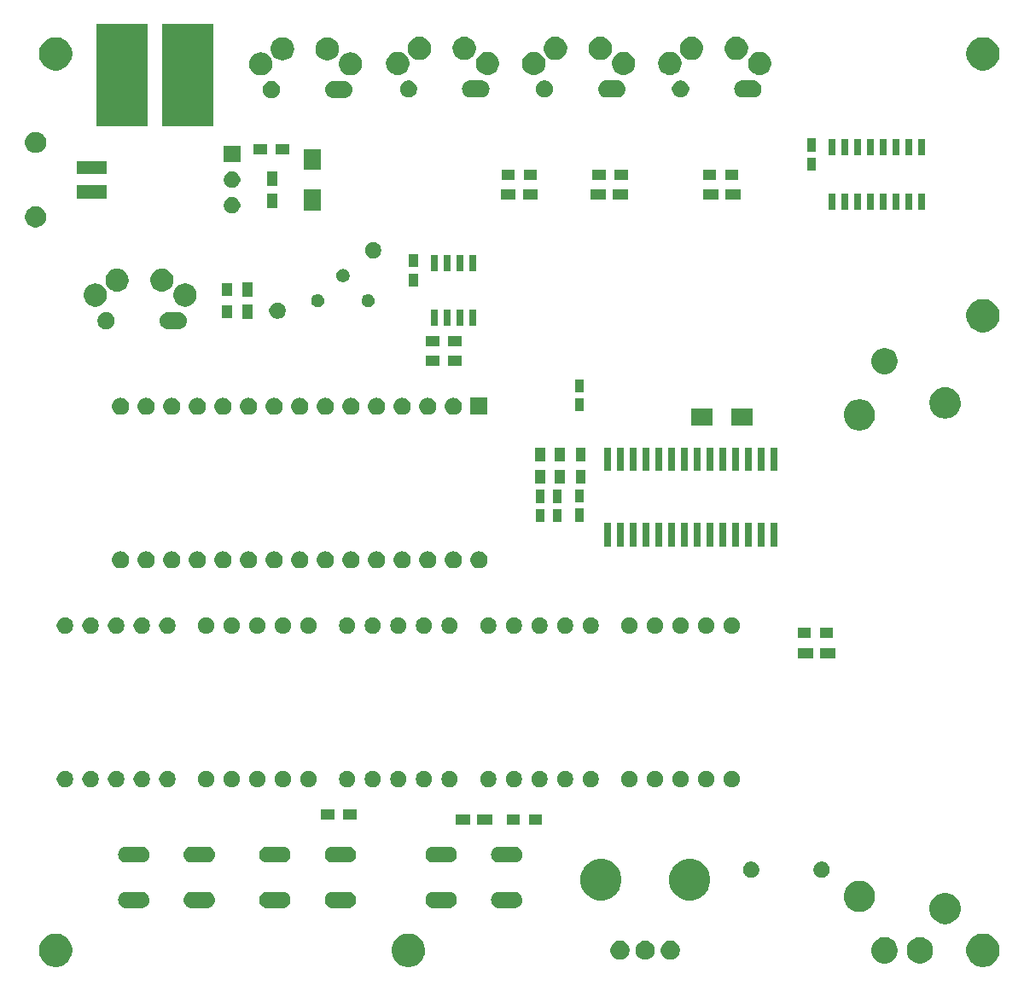
<source format=gts>
G04 #@! TF.GenerationSoftware,KiCad,Pcbnew,5.1.4*
G04 #@! TF.CreationDate,2019-12-03T14:43:41+09:00*
G04 #@! TF.ProjectId,Sync-chan,53796e63-2d63-4686-916e-2e6b69636164,rev?*
G04 #@! TF.SameCoordinates,Original*
G04 #@! TF.FileFunction,Soldermask,Top*
G04 #@! TF.FilePolarity,Negative*
%FSLAX46Y46*%
G04 Gerber Fmt 4.6, Leading zero omitted, Abs format (unit mm)*
G04 Created by KiCad (PCBNEW 5.1.4) date 2019-12-03 14:43:41*
%MOMM*%
%LPD*%
G04 APERTURE LIST*
%ADD10C,0.100000*%
G04 APERTURE END LIST*
D10*
G36*
X109375256Y-143391298D02*
G01*
X109481579Y-143412447D01*
X109782042Y-143536903D01*
X110052451Y-143717585D01*
X110282415Y-143947549D01*
X110463097Y-144217958D01*
X110587553Y-144518421D01*
X110593742Y-144549534D01*
X110651000Y-144837389D01*
X110651000Y-145162611D01*
X110608702Y-145375256D01*
X110587553Y-145481579D01*
X110463097Y-145782042D01*
X110282415Y-146052451D01*
X110052451Y-146282415D01*
X109782042Y-146463097D01*
X109481579Y-146587553D01*
X109375256Y-146608702D01*
X109162611Y-146651000D01*
X108837389Y-146651000D01*
X108624744Y-146608702D01*
X108518421Y-146587553D01*
X108217958Y-146463097D01*
X107947549Y-146282415D01*
X107717585Y-146052451D01*
X107536903Y-145782042D01*
X107412447Y-145481579D01*
X107391298Y-145375256D01*
X107349000Y-145162611D01*
X107349000Y-144837389D01*
X107406258Y-144549534D01*
X107412447Y-144518421D01*
X107536903Y-144217958D01*
X107717585Y-143947549D01*
X107947549Y-143717585D01*
X108217958Y-143536903D01*
X108518421Y-143412447D01*
X108624744Y-143391298D01*
X108837389Y-143349000D01*
X109162611Y-143349000D01*
X109375256Y-143391298D01*
X109375256Y-143391298D01*
G37*
G36*
X201375256Y-143391298D02*
G01*
X201481579Y-143412447D01*
X201782042Y-143536903D01*
X202052451Y-143717585D01*
X202282415Y-143947549D01*
X202463097Y-144217958D01*
X202587553Y-144518421D01*
X202593742Y-144549534D01*
X202651000Y-144837389D01*
X202651000Y-145162611D01*
X202608702Y-145375256D01*
X202587553Y-145481579D01*
X202463097Y-145782042D01*
X202282415Y-146052451D01*
X202052451Y-146282415D01*
X201782042Y-146463097D01*
X201481579Y-146587553D01*
X201375256Y-146608702D01*
X201162611Y-146651000D01*
X200837389Y-146651000D01*
X200624744Y-146608702D01*
X200518421Y-146587553D01*
X200217958Y-146463097D01*
X199947549Y-146282415D01*
X199717585Y-146052451D01*
X199536903Y-145782042D01*
X199412447Y-145481579D01*
X199391298Y-145375256D01*
X199349000Y-145162611D01*
X199349000Y-144837389D01*
X199406258Y-144549534D01*
X199412447Y-144518421D01*
X199536903Y-144217958D01*
X199717585Y-143947549D01*
X199947549Y-143717585D01*
X200217958Y-143536903D01*
X200518421Y-143412447D01*
X200624744Y-143391298D01*
X200837389Y-143349000D01*
X201162611Y-143349000D01*
X201375256Y-143391298D01*
X201375256Y-143391298D01*
G37*
G36*
X144375256Y-143391298D02*
G01*
X144481579Y-143412447D01*
X144782042Y-143536903D01*
X145052451Y-143717585D01*
X145282415Y-143947549D01*
X145463097Y-144217958D01*
X145587553Y-144518421D01*
X145593742Y-144549534D01*
X145651000Y-144837389D01*
X145651000Y-145162611D01*
X145608702Y-145375256D01*
X145587553Y-145481579D01*
X145463097Y-145782042D01*
X145282415Y-146052451D01*
X145052451Y-146282415D01*
X144782042Y-146463097D01*
X144481579Y-146587553D01*
X144375256Y-146608702D01*
X144162611Y-146651000D01*
X143837389Y-146651000D01*
X143624744Y-146608702D01*
X143518421Y-146587553D01*
X143217958Y-146463097D01*
X142947549Y-146282415D01*
X142717585Y-146052451D01*
X142536903Y-145782042D01*
X142412447Y-145481579D01*
X142391298Y-145375256D01*
X142349000Y-145162611D01*
X142349000Y-144837389D01*
X142406258Y-144549534D01*
X142412447Y-144518421D01*
X142536903Y-144217958D01*
X142717585Y-143947549D01*
X142947549Y-143717585D01*
X143217958Y-143536903D01*
X143518421Y-143412447D01*
X143624744Y-143391298D01*
X143837389Y-143349000D01*
X144162611Y-143349000D01*
X144375256Y-143391298D01*
X144375256Y-143391298D01*
G37*
G36*
X195129487Y-143748996D02*
G01*
X195366253Y-143847068D01*
X195366255Y-143847069D01*
X195516634Y-143947549D01*
X195579339Y-143989447D01*
X195760553Y-144170661D01*
X195902932Y-144383747D01*
X196001004Y-144620513D01*
X196051000Y-144871861D01*
X196051000Y-145128139D01*
X196001004Y-145379487D01*
X195971603Y-145450466D01*
X195902931Y-145616255D01*
X195760553Y-145829339D01*
X195579339Y-146010553D01*
X195366255Y-146152931D01*
X195366254Y-146152932D01*
X195366253Y-146152932D01*
X195129487Y-146251004D01*
X194878139Y-146301000D01*
X194621861Y-146301000D01*
X194370513Y-146251004D01*
X194133747Y-146152932D01*
X194133746Y-146152932D01*
X194133745Y-146152931D01*
X193920661Y-146010553D01*
X193739447Y-145829339D01*
X193597069Y-145616255D01*
X193528397Y-145450466D01*
X193498996Y-145379487D01*
X193449000Y-145128139D01*
X193449000Y-144871861D01*
X193498996Y-144620513D01*
X193597068Y-144383747D01*
X193739447Y-144170661D01*
X193920661Y-143989447D01*
X193983366Y-143947549D01*
X194133745Y-143847069D01*
X194133747Y-143847068D01*
X194370513Y-143748996D01*
X194621861Y-143699000D01*
X194878139Y-143699000D01*
X195129487Y-143748996D01*
X195129487Y-143748996D01*
G37*
G36*
X191629487Y-143748996D02*
G01*
X191866253Y-143847068D01*
X191866255Y-143847069D01*
X192016634Y-143947549D01*
X192079339Y-143989447D01*
X192260553Y-144170661D01*
X192402932Y-144383747D01*
X192501004Y-144620513D01*
X192551000Y-144871861D01*
X192551000Y-145128139D01*
X192501004Y-145379487D01*
X192471603Y-145450466D01*
X192402931Y-145616255D01*
X192260553Y-145829339D01*
X192079339Y-146010553D01*
X191866255Y-146152931D01*
X191866254Y-146152932D01*
X191866253Y-146152932D01*
X191629487Y-146251004D01*
X191378139Y-146301000D01*
X191121861Y-146301000D01*
X190870513Y-146251004D01*
X190633747Y-146152932D01*
X190633746Y-146152932D01*
X190633745Y-146152931D01*
X190420661Y-146010553D01*
X190239447Y-145829339D01*
X190097069Y-145616255D01*
X190028397Y-145450466D01*
X189998996Y-145379487D01*
X189949000Y-145128139D01*
X189949000Y-144871861D01*
X189998996Y-144620513D01*
X190097068Y-144383747D01*
X190239447Y-144170661D01*
X190420661Y-143989447D01*
X190483366Y-143947549D01*
X190633745Y-143847069D01*
X190633747Y-143847068D01*
X190870513Y-143748996D01*
X191121861Y-143699000D01*
X191378139Y-143699000D01*
X191629487Y-143748996D01*
X191629487Y-143748996D01*
G37*
G36*
X170277395Y-144085546D02*
G01*
X170450466Y-144157234D01*
X170450467Y-144157235D01*
X170606227Y-144261310D01*
X170738690Y-144393773D01*
X170738691Y-144393775D01*
X170842766Y-144549534D01*
X170914454Y-144722605D01*
X170951000Y-144906333D01*
X170951000Y-145093667D01*
X170914454Y-145277395D01*
X170842766Y-145450466D01*
X170821977Y-145481579D01*
X170738690Y-145606227D01*
X170606227Y-145738690D01*
X170541349Y-145782040D01*
X170450466Y-145842766D01*
X170277395Y-145914454D01*
X170093667Y-145951000D01*
X169906333Y-145951000D01*
X169722605Y-145914454D01*
X169549534Y-145842766D01*
X169458651Y-145782040D01*
X169393773Y-145738690D01*
X169261310Y-145606227D01*
X169178023Y-145481579D01*
X169157234Y-145450466D01*
X169085546Y-145277395D01*
X169049000Y-145093667D01*
X169049000Y-144906333D01*
X169085546Y-144722605D01*
X169157234Y-144549534D01*
X169261309Y-144393775D01*
X169261310Y-144393773D01*
X169393773Y-144261310D01*
X169549533Y-144157235D01*
X169549534Y-144157234D01*
X169722605Y-144085546D01*
X169906333Y-144049000D01*
X170093667Y-144049000D01*
X170277395Y-144085546D01*
X170277395Y-144085546D01*
G37*
G36*
X167777395Y-144085546D02*
G01*
X167950466Y-144157234D01*
X167950467Y-144157235D01*
X168106227Y-144261310D01*
X168238690Y-144393773D01*
X168238691Y-144393775D01*
X168342766Y-144549534D01*
X168414454Y-144722605D01*
X168451000Y-144906333D01*
X168451000Y-145093667D01*
X168414454Y-145277395D01*
X168342766Y-145450466D01*
X168321977Y-145481579D01*
X168238690Y-145606227D01*
X168106227Y-145738690D01*
X168041349Y-145782040D01*
X167950466Y-145842766D01*
X167777395Y-145914454D01*
X167593667Y-145951000D01*
X167406333Y-145951000D01*
X167222605Y-145914454D01*
X167049534Y-145842766D01*
X166958651Y-145782040D01*
X166893773Y-145738690D01*
X166761310Y-145606227D01*
X166678023Y-145481579D01*
X166657234Y-145450466D01*
X166585546Y-145277395D01*
X166549000Y-145093667D01*
X166549000Y-144906333D01*
X166585546Y-144722605D01*
X166657234Y-144549534D01*
X166761309Y-144393775D01*
X166761310Y-144393773D01*
X166893773Y-144261310D01*
X167049533Y-144157235D01*
X167049534Y-144157234D01*
X167222605Y-144085546D01*
X167406333Y-144049000D01*
X167593667Y-144049000D01*
X167777395Y-144085546D01*
X167777395Y-144085546D01*
G37*
G36*
X165277395Y-144085546D02*
G01*
X165450466Y-144157234D01*
X165450467Y-144157235D01*
X165606227Y-144261310D01*
X165738690Y-144393773D01*
X165738691Y-144393775D01*
X165842766Y-144549534D01*
X165914454Y-144722605D01*
X165951000Y-144906333D01*
X165951000Y-145093667D01*
X165914454Y-145277395D01*
X165842766Y-145450466D01*
X165821977Y-145481579D01*
X165738690Y-145606227D01*
X165606227Y-145738690D01*
X165541349Y-145782040D01*
X165450466Y-145842766D01*
X165277395Y-145914454D01*
X165093667Y-145951000D01*
X164906333Y-145951000D01*
X164722605Y-145914454D01*
X164549534Y-145842766D01*
X164458651Y-145782040D01*
X164393773Y-145738690D01*
X164261310Y-145606227D01*
X164178023Y-145481579D01*
X164157234Y-145450466D01*
X164085546Y-145277395D01*
X164049000Y-145093667D01*
X164049000Y-144906333D01*
X164085546Y-144722605D01*
X164157234Y-144549534D01*
X164261309Y-144393775D01*
X164261310Y-144393773D01*
X164393773Y-144261310D01*
X164549533Y-144157235D01*
X164549534Y-144157234D01*
X164722605Y-144085546D01*
X164906333Y-144049000D01*
X165093667Y-144049000D01*
X165277395Y-144085546D01*
X165277395Y-144085546D01*
G37*
G36*
X197445171Y-139307436D02*
G01*
X197702410Y-139358604D01*
X197984674Y-139475521D01*
X198238705Y-139645259D01*
X198454741Y-139861295D01*
X198624479Y-140115326D01*
X198704292Y-140308013D01*
X198741396Y-140397591D01*
X198789357Y-140638704D01*
X198801000Y-140697240D01*
X198801000Y-141002760D01*
X198741396Y-141302410D01*
X198624479Y-141584674D01*
X198454741Y-141838705D01*
X198238705Y-142054741D01*
X197984674Y-142224479D01*
X197702410Y-142341396D01*
X197552585Y-142371198D01*
X197402761Y-142401000D01*
X197097239Y-142401000D01*
X196947415Y-142371198D01*
X196797590Y-142341396D01*
X196515326Y-142224479D01*
X196261295Y-142054741D01*
X196045259Y-141838705D01*
X195875521Y-141584674D01*
X195758604Y-141302410D01*
X195699000Y-141002760D01*
X195699000Y-140697240D01*
X195710644Y-140638704D01*
X195758604Y-140397591D01*
X195795708Y-140308013D01*
X195875521Y-140115326D01*
X196045259Y-139861295D01*
X196261295Y-139645259D01*
X196515326Y-139475521D01*
X196797590Y-139358604D01*
X197054829Y-139307436D01*
X197097239Y-139299000D01*
X197402761Y-139299000D01*
X197445171Y-139307436D01*
X197445171Y-139307436D01*
G37*
G36*
X189052585Y-138128802D02*
G01*
X189202410Y-138158604D01*
X189484674Y-138275521D01*
X189738705Y-138445259D01*
X189954741Y-138661295D01*
X190124479Y-138915326D01*
X190147751Y-138971511D01*
X190241396Y-139197591D01*
X190301000Y-139497239D01*
X190301000Y-139802761D01*
X190271198Y-139952585D01*
X190241396Y-140102410D01*
X190124479Y-140384674D01*
X189954741Y-140638705D01*
X189738705Y-140854741D01*
X189484674Y-141024479D01*
X189202410Y-141141396D01*
X189052585Y-141171198D01*
X188902761Y-141201000D01*
X188597239Y-141201000D01*
X188447415Y-141171198D01*
X188297590Y-141141396D01*
X188015326Y-141024479D01*
X187761295Y-140854741D01*
X187545259Y-140638705D01*
X187375521Y-140384674D01*
X187258604Y-140102410D01*
X187228802Y-139952585D01*
X187199000Y-139802761D01*
X187199000Y-139497239D01*
X187258604Y-139197591D01*
X187352249Y-138971511D01*
X187375521Y-138915326D01*
X187545259Y-138661295D01*
X187761295Y-138445259D01*
X188015326Y-138275521D01*
X188297590Y-138158604D01*
X188447415Y-138128802D01*
X188597239Y-138099000D01*
X188902761Y-138099000D01*
X189052585Y-138128802D01*
X189052585Y-138128802D01*
G37*
G36*
X131578571Y-139202863D02*
G01*
X131657023Y-139210590D01*
X131757682Y-139241125D01*
X131808013Y-139256392D01*
X131947165Y-139330771D01*
X132069133Y-139430867D01*
X132169229Y-139552835D01*
X132243608Y-139691987D01*
X132243608Y-139691988D01*
X132289410Y-139842977D01*
X132304875Y-140000000D01*
X132289410Y-140157023D01*
X132258875Y-140257682D01*
X132243608Y-140308013D01*
X132169229Y-140447165D01*
X132069133Y-140569133D01*
X131947165Y-140669229D01*
X131808013Y-140743608D01*
X131757682Y-140758875D01*
X131657023Y-140789410D01*
X131578571Y-140797137D01*
X131539346Y-140801000D01*
X129960654Y-140801000D01*
X129921429Y-140797137D01*
X129842977Y-140789410D01*
X129742318Y-140758875D01*
X129691987Y-140743608D01*
X129552835Y-140669229D01*
X129430867Y-140569133D01*
X129330771Y-140447165D01*
X129256392Y-140308013D01*
X129241125Y-140257682D01*
X129210590Y-140157023D01*
X129195125Y-140000000D01*
X129210590Y-139842977D01*
X129256392Y-139691988D01*
X129256392Y-139691987D01*
X129330771Y-139552835D01*
X129430867Y-139430867D01*
X129552835Y-139330771D01*
X129691987Y-139256392D01*
X129742318Y-139241125D01*
X129842977Y-139210590D01*
X129921429Y-139202863D01*
X129960654Y-139199000D01*
X131539346Y-139199000D01*
X131578571Y-139202863D01*
X131578571Y-139202863D01*
G37*
G36*
X148078571Y-139202863D02*
G01*
X148157023Y-139210590D01*
X148257682Y-139241125D01*
X148308013Y-139256392D01*
X148447165Y-139330771D01*
X148569133Y-139430867D01*
X148669229Y-139552835D01*
X148743608Y-139691987D01*
X148743608Y-139691988D01*
X148789410Y-139842977D01*
X148804875Y-140000000D01*
X148789410Y-140157023D01*
X148758875Y-140257682D01*
X148743608Y-140308013D01*
X148669229Y-140447165D01*
X148569133Y-140569133D01*
X148447165Y-140669229D01*
X148308013Y-140743608D01*
X148257682Y-140758875D01*
X148157023Y-140789410D01*
X148078571Y-140797137D01*
X148039346Y-140801000D01*
X146460654Y-140801000D01*
X146421429Y-140797137D01*
X146342977Y-140789410D01*
X146242318Y-140758875D01*
X146191987Y-140743608D01*
X146052835Y-140669229D01*
X145930867Y-140569133D01*
X145830771Y-140447165D01*
X145756392Y-140308013D01*
X145741125Y-140257682D01*
X145710590Y-140157023D01*
X145695125Y-140000000D01*
X145710590Y-139842977D01*
X145756392Y-139691988D01*
X145756392Y-139691987D01*
X145830771Y-139552835D01*
X145930867Y-139430867D01*
X146052835Y-139330771D01*
X146191987Y-139256392D01*
X146242318Y-139241125D01*
X146342977Y-139210590D01*
X146421429Y-139202863D01*
X146460654Y-139199000D01*
X148039346Y-139199000D01*
X148078571Y-139202863D01*
X148078571Y-139202863D01*
G37*
G36*
X154578571Y-139202863D02*
G01*
X154657023Y-139210590D01*
X154757682Y-139241125D01*
X154808013Y-139256392D01*
X154947165Y-139330771D01*
X155069133Y-139430867D01*
X155169229Y-139552835D01*
X155243608Y-139691987D01*
X155243608Y-139691988D01*
X155289410Y-139842977D01*
X155304875Y-140000000D01*
X155289410Y-140157023D01*
X155258875Y-140257682D01*
X155243608Y-140308013D01*
X155169229Y-140447165D01*
X155069133Y-140569133D01*
X154947165Y-140669229D01*
X154808013Y-140743608D01*
X154757682Y-140758875D01*
X154657023Y-140789410D01*
X154578571Y-140797137D01*
X154539346Y-140801000D01*
X152960654Y-140801000D01*
X152921429Y-140797137D01*
X152842977Y-140789410D01*
X152742318Y-140758875D01*
X152691987Y-140743608D01*
X152552835Y-140669229D01*
X152430867Y-140569133D01*
X152330771Y-140447165D01*
X152256392Y-140308013D01*
X152241125Y-140257682D01*
X152210590Y-140157023D01*
X152195125Y-140000000D01*
X152210590Y-139842977D01*
X152256392Y-139691988D01*
X152256392Y-139691987D01*
X152330771Y-139552835D01*
X152430867Y-139430867D01*
X152552835Y-139330771D01*
X152691987Y-139256392D01*
X152742318Y-139241125D01*
X152842977Y-139210590D01*
X152921429Y-139202863D01*
X152960654Y-139199000D01*
X154539346Y-139199000D01*
X154578571Y-139202863D01*
X154578571Y-139202863D01*
G37*
G36*
X124078571Y-139202863D02*
G01*
X124157023Y-139210590D01*
X124257682Y-139241125D01*
X124308013Y-139256392D01*
X124447165Y-139330771D01*
X124569133Y-139430867D01*
X124669229Y-139552835D01*
X124743608Y-139691987D01*
X124743608Y-139691988D01*
X124789410Y-139842977D01*
X124804875Y-140000000D01*
X124789410Y-140157023D01*
X124758875Y-140257682D01*
X124743608Y-140308013D01*
X124669229Y-140447165D01*
X124569133Y-140569133D01*
X124447165Y-140669229D01*
X124308013Y-140743608D01*
X124257682Y-140758875D01*
X124157023Y-140789410D01*
X124078571Y-140797137D01*
X124039346Y-140801000D01*
X122460654Y-140801000D01*
X122421429Y-140797137D01*
X122342977Y-140789410D01*
X122242318Y-140758875D01*
X122191987Y-140743608D01*
X122052835Y-140669229D01*
X121930867Y-140569133D01*
X121830771Y-140447165D01*
X121756392Y-140308013D01*
X121741125Y-140257682D01*
X121710590Y-140157023D01*
X121695125Y-140000000D01*
X121710590Y-139842977D01*
X121756392Y-139691988D01*
X121756392Y-139691987D01*
X121830771Y-139552835D01*
X121930867Y-139430867D01*
X122052835Y-139330771D01*
X122191987Y-139256392D01*
X122242318Y-139241125D01*
X122342977Y-139210590D01*
X122421429Y-139202863D01*
X122460654Y-139199000D01*
X124039346Y-139199000D01*
X124078571Y-139202863D01*
X124078571Y-139202863D01*
G37*
G36*
X117578571Y-139202863D02*
G01*
X117657023Y-139210590D01*
X117757682Y-139241125D01*
X117808013Y-139256392D01*
X117947165Y-139330771D01*
X118069133Y-139430867D01*
X118169229Y-139552835D01*
X118243608Y-139691987D01*
X118243608Y-139691988D01*
X118289410Y-139842977D01*
X118304875Y-140000000D01*
X118289410Y-140157023D01*
X118258875Y-140257682D01*
X118243608Y-140308013D01*
X118169229Y-140447165D01*
X118069133Y-140569133D01*
X117947165Y-140669229D01*
X117808013Y-140743608D01*
X117757682Y-140758875D01*
X117657023Y-140789410D01*
X117578571Y-140797137D01*
X117539346Y-140801000D01*
X115960654Y-140801000D01*
X115921429Y-140797137D01*
X115842977Y-140789410D01*
X115742318Y-140758875D01*
X115691987Y-140743608D01*
X115552835Y-140669229D01*
X115430867Y-140569133D01*
X115330771Y-140447165D01*
X115256392Y-140308013D01*
X115241125Y-140257682D01*
X115210590Y-140157023D01*
X115195125Y-140000000D01*
X115210590Y-139842977D01*
X115256392Y-139691988D01*
X115256392Y-139691987D01*
X115330771Y-139552835D01*
X115430867Y-139430867D01*
X115552835Y-139330771D01*
X115691987Y-139256392D01*
X115742318Y-139241125D01*
X115842977Y-139210590D01*
X115921429Y-139202863D01*
X115960654Y-139199000D01*
X117539346Y-139199000D01*
X117578571Y-139202863D01*
X117578571Y-139202863D01*
G37*
G36*
X138078571Y-139202863D02*
G01*
X138157023Y-139210590D01*
X138257682Y-139241125D01*
X138308013Y-139256392D01*
X138447165Y-139330771D01*
X138569133Y-139430867D01*
X138669229Y-139552835D01*
X138743608Y-139691987D01*
X138743608Y-139691988D01*
X138789410Y-139842977D01*
X138804875Y-140000000D01*
X138789410Y-140157023D01*
X138758875Y-140257682D01*
X138743608Y-140308013D01*
X138669229Y-140447165D01*
X138569133Y-140569133D01*
X138447165Y-140669229D01*
X138308013Y-140743608D01*
X138257682Y-140758875D01*
X138157023Y-140789410D01*
X138078571Y-140797137D01*
X138039346Y-140801000D01*
X136460654Y-140801000D01*
X136421429Y-140797137D01*
X136342977Y-140789410D01*
X136242318Y-140758875D01*
X136191987Y-140743608D01*
X136052835Y-140669229D01*
X135930867Y-140569133D01*
X135830771Y-140447165D01*
X135756392Y-140308013D01*
X135741125Y-140257682D01*
X135710590Y-140157023D01*
X135695125Y-140000000D01*
X135710590Y-139842977D01*
X135756392Y-139691988D01*
X135756392Y-139691987D01*
X135830771Y-139552835D01*
X135930867Y-139430867D01*
X136052835Y-139330771D01*
X136191987Y-139256392D01*
X136242318Y-139241125D01*
X136342977Y-139210590D01*
X136421429Y-139202863D01*
X136460654Y-139199000D01*
X138039346Y-139199000D01*
X138078571Y-139202863D01*
X138078571Y-139202863D01*
G37*
G36*
X172498254Y-136027818D02*
G01*
X172871511Y-136182426D01*
X172871513Y-136182427D01*
X173207436Y-136406884D01*
X173493116Y-136692564D01*
X173645035Y-136919926D01*
X173717574Y-137028489D01*
X173872182Y-137401746D01*
X173951000Y-137797993D01*
X173951000Y-138202007D01*
X173872182Y-138598254D01*
X173740846Y-138915328D01*
X173717573Y-138971513D01*
X173493116Y-139307436D01*
X173207436Y-139593116D01*
X172871513Y-139817573D01*
X172871512Y-139817574D01*
X172871511Y-139817574D01*
X172498254Y-139972182D01*
X172102007Y-140051000D01*
X171697993Y-140051000D01*
X171301746Y-139972182D01*
X170928489Y-139817574D01*
X170928488Y-139817574D01*
X170928487Y-139817573D01*
X170592564Y-139593116D01*
X170306884Y-139307436D01*
X170082427Y-138971513D01*
X170059154Y-138915328D01*
X169927818Y-138598254D01*
X169849000Y-138202007D01*
X169849000Y-137797993D01*
X169927818Y-137401746D01*
X170082426Y-137028489D01*
X170154966Y-136919926D01*
X170306884Y-136692564D01*
X170592564Y-136406884D01*
X170928487Y-136182427D01*
X170928489Y-136182426D01*
X171301746Y-136027818D01*
X171697993Y-135949000D01*
X172102007Y-135949000D01*
X172498254Y-136027818D01*
X172498254Y-136027818D01*
G37*
G36*
X163698254Y-136027818D02*
G01*
X164071511Y-136182426D01*
X164071513Y-136182427D01*
X164407436Y-136406884D01*
X164693116Y-136692564D01*
X164845035Y-136919926D01*
X164917574Y-137028489D01*
X165072182Y-137401746D01*
X165151000Y-137797993D01*
X165151000Y-138202007D01*
X165072182Y-138598254D01*
X164940846Y-138915328D01*
X164917573Y-138971513D01*
X164693116Y-139307436D01*
X164407436Y-139593116D01*
X164071513Y-139817573D01*
X164071512Y-139817574D01*
X164071511Y-139817574D01*
X163698254Y-139972182D01*
X163302007Y-140051000D01*
X162897993Y-140051000D01*
X162501746Y-139972182D01*
X162128489Y-139817574D01*
X162128488Y-139817574D01*
X162128487Y-139817573D01*
X161792564Y-139593116D01*
X161506884Y-139307436D01*
X161282427Y-138971513D01*
X161259154Y-138915328D01*
X161127818Y-138598254D01*
X161049000Y-138202007D01*
X161049000Y-137797993D01*
X161127818Y-137401746D01*
X161282426Y-137028489D01*
X161354966Y-136919926D01*
X161506884Y-136692564D01*
X161792564Y-136406884D01*
X162128487Y-136182427D01*
X162128489Y-136182426D01*
X162501746Y-136027818D01*
X162897993Y-135949000D01*
X163302007Y-135949000D01*
X163698254Y-136027818D01*
X163698254Y-136027818D01*
G37*
G36*
X178237142Y-136218242D02*
G01*
X178385101Y-136279529D01*
X178518255Y-136368499D01*
X178631501Y-136481745D01*
X178720471Y-136614899D01*
X178781758Y-136762858D01*
X178813000Y-136919925D01*
X178813000Y-137080075D01*
X178781758Y-137237142D01*
X178720471Y-137385101D01*
X178631501Y-137518255D01*
X178518255Y-137631501D01*
X178385101Y-137720471D01*
X178237142Y-137781758D01*
X178080075Y-137813000D01*
X177919925Y-137813000D01*
X177762858Y-137781758D01*
X177614899Y-137720471D01*
X177481745Y-137631501D01*
X177368499Y-137518255D01*
X177279529Y-137385101D01*
X177218242Y-137237142D01*
X177187000Y-137080075D01*
X177187000Y-136919925D01*
X177218242Y-136762858D01*
X177279529Y-136614899D01*
X177368499Y-136481745D01*
X177481745Y-136368499D01*
X177614899Y-136279529D01*
X177762858Y-136218242D01*
X177919925Y-136187000D01*
X178080075Y-136187000D01*
X178237142Y-136218242D01*
X178237142Y-136218242D01*
G37*
G36*
X185237142Y-136218242D02*
G01*
X185385101Y-136279529D01*
X185518255Y-136368499D01*
X185631501Y-136481745D01*
X185720471Y-136614899D01*
X185781758Y-136762858D01*
X185813000Y-136919925D01*
X185813000Y-137080075D01*
X185781758Y-137237142D01*
X185720471Y-137385101D01*
X185631501Y-137518255D01*
X185518255Y-137631501D01*
X185385101Y-137720471D01*
X185237142Y-137781758D01*
X185080075Y-137813000D01*
X184919925Y-137813000D01*
X184762858Y-137781758D01*
X184614899Y-137720471D01*
X184481745Y-137631501D01*
X184368499Y-137518255D01*
X184279529Y-137385101D01*
X184218242Y-137237142D01*
X184187000Y-137080075D01*
X184187000Y-136919925D01*
X184218242Y-136762858D01*
X184279529Y-136614899D01*
X184368499Y-136481745D01*
X184481745Y-136368499D01*
X184614899Y-136279529D01*
X184762858Y-136218242D01*
X184919925Y-136187000D01*
X185080075Y-136187000D01*
X185237142Y-136218242D01*
X185237142Y-136218242D01*
G37*
G36*
X117578571Y-134702863D02*
G01*
X117657023Y-134710590D01*
X117757682Y-134741125D01*
X117808013Y-134756392D01*
X117947165Y-134830771D01*
X118069133Y-134930867D01*
X118169229Y-135052835D01*
X118243608Y-135191987D01*
X118243608Y-135191988D01*
X118289410Y-135342977D01*
X118304875Y-135500000D01*
X118289410Y-135657023D01*
X118258875Y-135757682D01*
X118243608Y-135808013D01*
X118169229Y-135947165D01*
X118069133Y-136069133D01*
X117947165Y-136169229D01*
X117808013Y-136243608D01*
X117757682Y-136258875D01*
X117657023Y-136289410D01*
X117578571Y-136297137D01*
X117539346Y-136301000D01*
X115960654Y-136301000D01*
X115921429Y-136297137D01*
X115842977Y-136289410D01*
X115742318Y-136258875D01*
X115691987Y-136243608D01*
X115552835Y-136169229D01*
X115430867Y-136069133D01*
X115330771Y-135947165D01*
X115256392Y-135808013D01*
X115241125Y-135757682D01*
X115210590Y-135657023D01*
X115195125Y-135500000D01*
X115210590Y-135342977D01*
X115256392Y-135191988D01*
X115256392Y-135191987D01*
X115330771Y-135052835D01*
X115430867Y-134930867D01*
X115552835Y-134830771D01*
X115691987Y-134756392D01*
X115742318Y-134741125D01*
X115842977Y-134710590D01*
X115921429Y-134702863D01*
X115960654Y-134699000D01*
X117539346Y-134699000D01*
X117578571Y-134702863D01*
X117578571Y-134702863D01*
G37*
G36*
X154578571Y-134702863D02*
G01*
X154657023Y-134710590D01*
X154757682Y-134741125D01*
X154808013Y-134756392D01*
X154947165Y-134830771D01*
X155069133Y-134930867D01*
X155169229Y-135052835D01*
X155243608Y-135191987D01*
X155243608Y-135191988D01*
X155289410Y-135342977D01*
X155304875Y-135500000D01*
X155289410Y-135657023D01*
X155258875Y-135757682D01*
X155243608Y-135808013D01*
X155169229Y-135947165D01*
X155069133Y-136069133D01*
X154947165Y-136169229D01*
X154808013Y-136243608D01*
X154757682Y-136258875D01*
X154657023Y-136289410D01*
X154578571Y-136297137D01*
X154539346Y-136301000D01*
X152960654Y-136301000D01*
X152921429Y-136297137D01*
X152842977Y-136289410D01*
X152742318Y-136258875D01*
X152691987Y-136243608D01*
X152552835Y-136169229D01*
X152430867Y-136069133D01*
X152330771Y-135947165D01*
X152256392Y-135808013D01*
X152241125Y-135757682D01*
X152210590Y-135657023D01*
X152195125Y-135500000D01*
X152210590Y-135342977D01*
X152256392Y-135191988D01*
X152256392Y-135191987D01*
X152330771Y-135052835D01*
X152430867Y-134930867D01*
X152552835Y-134830771D01*
X152691987Y-134756392D01*
X152742318Y-134741125D01*
X152842977Y-134710590D01*
X152921429Y-134702863D01*
X152960654Y-134699000D01*
X154539346Y-134699000D01*
X154578571Y-134702863D01*
X154578571Y-134702863D01*
G37*
G36*
X138078571Y-134702863D02*
G01*
X138157023Y-134710590D01*
X138257682Y-134741125D01*
X138308013Y-134756392D01*
X138447165Y-134830771D01*
X138569133Y-134930867D01*
X138669229Y-135052835D01*
X138743608Y-135191987D01*
X138743608Y-135191988D01*
X138789410Y-135342977D01*
X138804875Y-135500000D01*
X138789410Y-135657023D01*
X138758875Y-135757682D01*
X138743608Y-135808013D01*
X138669229Y-135947165D01*
X138569133Y-136069133D01*
X138447165Y-136169229D01*
X138308013Y-136243608D01*
X138257682Y-136258875D01*
X138157023Y-136289410D01*
X138078571Y-136297137D01*
X138039346Y-136301000D01*
X136460654Y-136301000D01*
X136421429Y-136297137D01*
X136342977Y-136289410D01*
X136242318Y-136258875D01*
X136191987Y-136243608D01*
X136052835Y-136169229D01*
X135930867Y-136069133D01*
X135830771Y-135947165D01*
X135756392Y-135808013D01*
X135741125Y-135757682D01*
X135710590Y-135657023D01*
X135695125Y-135500000D01*
X135710590Y-135342977D01*
X135756392Y-135191988D01*
X135756392Y-135191987D01*
X135830771Y-135052835D01*
X135930867Y-134930867D01*
X136052835Y-134830771D01*
X136191987Y-134756392D01*
X136242318Y-134741125D01*
X136342977Y-134710590D01*
X136421429Y-134702863D01*
X136460654Y-134699000D01*
X138039346Y-134699000D01*
X138078571Y-134702863D01*
X138078571Y-134702863D01*
G37*
G36*
X148078571Y-134702863D02*
G01*
X148157023Y-134710590D01*
X148257682Y-134741125D01*
X148308013Y-134756392D01*
X148447165Y-134830771D01*
X148569133Y-134930867D01*
X148669229Y-135052835D01*
X148743608Y-135191987D01*
X148743608Y-135191988D01*
X148789410Y-135342977D01*
X148804875Y-135500000D01*
X148789410Y-135657023D01*
X148758875Y-135757682D01*
X148743608Y-135808013D01*
X148669229Y-135947165D01*
X148569133Y-136069133D01*
X148447165Y-136169229D01*
X148308013Y-136243608D01*
X148257682Y-136258875D01*
X148157023Y-136289410D01*
X148078571Y-136297137D01*
X148039346Y-136301000D01*
X146460654Y-136301000D01*
X146421429Y-136297137D01*
X146342977Y-136289410D01*
X146242318Y-136258875D01*
X146191987Y-136243608D01*
X146052835Y-136169229D01*
X145930867Y-136069133D01*
X145830771Y-135947165D01*
X145756392Y-135808013D01*
X145741125Y-135757682D01*
X145710590Y-135657023D01*
X145695125Y-135500000D01*
X145710590Y-135342977D01*
X145756392Y-135191988D01*
X145756392Y-135191987D01*
X145830771Y-135052835D01*
X145930867Y-134930867D01*
X146052835Y-134830771D01*
X146191987Y-134756392D01*
X146242318Y-134741125D01*
X146342977Y-134710590D01*
X146421429Y-134702863D01*
X146460654Y-134699000D01*
X148039346Y-134699000D01*
X148078571Y-134702863D01*
X148078571Y-134702863D01*
G37*
G36*
X131578571Y-134702863D02*
G01*
X131657023Y-134710590D01*
X131757682Y-134741125D01*
X131808013Y-134756392D01*
X131947165Y-134830771D01*
X132069133Y-134930867D01*
X132169229Y-135052835D01*
X132243608Y-135191987D01*
X132243608Y-135191988D01*
X132289410Y-135342977D01*
X132304875Y-135500000D01*
X132289410Y-135657023D01*
X132258875Y-135757682D01*
X132243608Y-135808013D01*
X132169229Y-135947165D01*
X132069133Y-136069133D01*
X131947165Y-136169229D01*
X131808013Y-136243608D01*
X131757682Y-136258875D01*
X131657023Y-136289410D01*
X131578571Y-136297137D01*
X131539346Y-136301000D01*
X129960654Y-136301000D01*
X129921429Y-136297137D01*
X129842977Y-136289410D01*
X129742318Y-136258875D01*
X129691987Y-136243608D01*
X129552835Y-136169229D01*
X129430867Y-136069133D01*
X129330771Y-135947165D01*
X129256392Y-135808013D01*
X129241125Y-135757682D01*
X129210590Y-135657023D01*
X129195125Y-135500000D01*
X129210590Y-135342977D01*
X129256392Y-135191988D01*
X129256392Y-135191987D01*
X129330771Y-135052835D01*
X129430867Y-134930867D01*
X129552835Y-134830771D01*
X129691987Y-134756392D01*
X129742318Y-134741125D01*
X129842977Y-134710590D01*
X129921429Y-134702863D01*
X129960654Y-134699000D01*
X131539346Y-134699000D01*
X131578571Y-134702863D01*
X131578571Y-134702863D01*
G37*
G36*
X124078571Y-134702863D02*
G01*
X124157023Y-134710590D01*
X124257682Y-134741125D01*
X124308013Y-134756392D01*
X124447165Y-134830771D01*
X124569133Y-134930867D01*
X124669229Y-135052835D01*
X124743608Y-135191987D01*
X124743608Y-135191988D01*
X124789410Y-135342977D01*
X124804875Y-135500000D01*
X124789410Y-135657023D01*
X124758875Y-135757682D01*
X124743608Y-135808013D01*
X124669229Y-135947165D01*
X124569133Y-136069133D01*
X124447165Y-136169229D01*
X124308013Y-136243608D01*
X124257682Y-136258875D01*
X124157023Y-136289410D01*
X124078571Y-136297137D01*
X124039346Y-136301000D01*
X122460654Y-136301000D01*
X122421429Y-136297137D01*
X122342977Y-136289410D01*
X122242318Y-136258875D01*
X122191987Y-136243608D01*
X122052835Y-136169229D01*
X121930867Y-136069133D01*
X121830771Y-135947165D01*
X121756392Y-135808013D01*
X121741125Y-135757682D01*
X121710590Y-135657023D01*
X121695125Y-135500000D01*
X121710590Y-135342977D01*
X121756392Y-135191988D01*
X121756392Y-135191987D01*
X121830771Y-135052835D01*
X121930867Y-134930867D01*
X122052835Y-134830771D01*
X122191987Y-134756392D01*
X122242318Y-134741125D01*
X122342977Y-134710590D01*
X122421429Y-134702863D01*
X122460654Y-134699000D01*
X124039346Y-134699000D01*
X124078571Y-134702863D01*
X124078571Y-134702863D01*
G37*
G36*
X157251000Y-132501000D02*
G01*
X155949000Y-132501000D01*
X155949000Y-131499000D01*
X157251000Y-131499000D01*
X157251000Y-132501000D01*
X157251000Y-132501000D01*
G37*
G36*
X152351000Y-132501000D02*
G01*
X150849000Y-132501000D01*
X150849000Y-131499000D01*
X152351000Y-131499000D01*
X152351000Y-132501000D01*
X152351000Y-132501000D01*
G37*
G36*
X150151000Y-132501000D02*
G01*
X148649000Y-132501000D01*
X148649000Y-131499000D01*
X150151000Y-131499000D01*
X150151000Y-132501000D01*
X150151000Y-132501000D01*
G37*
G36*
X155051000Y-132501000D02*
G01*
X153749000Y-132501000D01*
X153749000Y-131499000D01*
X155051000Y-131499000D01*
X155051000Y-132501000D01*
X155051000Y-132501000D01*
G37*
G36*
X138851000Y-132001000D02*
G01*
X137549000Y-132001000D01*
X137549000Y-130999000D01*
X138851000Y-130999000D01*
X138851000Y-132001000D01*
X138851000Y-132001000D01*
G37*
G36*
X136651000Y-132001000D02*
G01*
X135349000Y-132001000D01*
X135349000Y-130999000D01*
X136651000Y-130999000D01*
X136651000Y-132001000D01*
X136651000Y-132001000D01*
G37*
G36*
X126697142Y-127218242D02*
G01*
X126845101Y-127279529D01*
X126978255Y-127368499D01*
X127091501Y-127481745D01*
X127180471Y-127614899D01*
X127241758Y-127762858D01*
X127273000Y-127919925D01*
X127273000Y-128080075D01*
X127241758Y-128237142D01*
X127180471Y-128385101D01*
X127091501Y-128518255D01*
X126978255Y-128631501D01*
X126845101Y-128720471D01*
X126697142Y-128781758D01*
X126540075Y-128813000D01*
X126379925Y-128813000D01*
X126222858Y-128781758D01*
X126074899Y-128720471D01*
X125941745Y-128631501D01*
X125828499Y-128518255D01*
X125739529Y-128385101D01*
X125678242Y-128237142D01*
X125647000Y-128080075D01*
X125647000Y-127919925D01*
X125678242Y-127762858D01*
X125739529Y-127614899D01*
X125828499Y-127481745D01*
X125941745Y-127368499D01*
X126074899Y-127279529D01*
X126222858Y-127218242D01*
X126379925Y-127187000D01*
X126540075Y-127187000D01*
X126697142Y-127218242D01*
X126697142Y-127218242D01*
G37*
G36*
X140697142Y-127218242D02*
G01*
X140845101Y-127279529D01*
X140978255Y-127368499D01*
X141091501Y-127481745D01*
X141180471Y-127614899D01*
X141241758Y-127762858D01*
X141273000Y-127919925D01*
X141273000Y-128080075D01*
X141241758Y-128237142D01*
X141180471Y-128385101D01*
X141091501Y-128518255D01*
X140978255Y-128631501D01*
X140845101Y-128720471D01*
X140697142Y-128781758D01*
X140540075Y-128813000D01*
X140379925Y-128813000D01*
X140222858Y-128781758D01*
X140074899Y-128720471D01*
X139941745Y-128631501D01*
X139828499Y-128518255D01*
X139739529Y-128385101D01*
X139678242Y-128237142D01*
X139647000Y-128080075D01*
X139647000Y-127919925D01*
X139678242Y-127762858D01*
X139739529Y-127614899D01*
X139828499Y-127481745D01*
X139941745Y-127368499D01*
X140074899Y-127279529D01*
X140222858Y-127218242D01*
X140379925Y-127187000D01*
X140540075Y-127187000D01*
X140697142Y-127218242D01*
X140697142Y-127218242D01*
G37*
G36*
X138157142Y-127218242D02*
G01*
X138305101Y-127279529D01*
X138438255Y-127368499D01*
X138551501Y-127481745D01*
X138640471Y-127614899D01*
X138701758Y-127762858D01*
X138733000Y-127919925D01*
X138733000Y-128080075D01*
X138701758Y-128237142D01*
X138640471Y-128385101D01*
X138551501Y-128518255D01*
X138438255Y-128631501D01*
X138305101Y-128720471D01*
X138157142Y-128781758D01*
X138000075Y-128813000D01*
X137839925Y-128813000D01*
X137682858Y-128781758D01*
X137534899Y-128720471D01*
X137401745Y-128631501D01*
X137288499Y-128518255D01*
X137199529Y-128385101D01*
X137138242Y-128237142D01*
X137107000Y-128080075D01*
X137107000Y-127919925D01*
X137138242Y-127762858D01*
X137199529Y-127614899D01*
X137288499Y-127481745D01*
X137401745Y-127368499D01*
X137534899Y-127279529D01*
X137682858Y-127218242D01*
X137839925Y-127187000D01*
X138000075Y-127187000D01*
X138157142Y-127218242D01*
X138157142Y-127218242D01*
G37*
G36*
X148317142Y-127218242D02*
G01*
X148465101Y-127279529D01*
X148598255Y-127368499D01*
X148711501Y-127481745D01*
X148800471Y-127614899D01*
X148861758Y-127762858D01*
X148893000Y-127919925D01*
X148893000Y-128080075D01*
X148861758Y-128237142D01*
X148800471Y-128385101D01*
X148711501Y-128518255D01*
X148598255Y-128631501D01*
X148465101Y-128720471D01*
X148317142Y-128781758D01*
X148160075Y-128813000D01*
X147999925Y-128813000D01*
X147842858Y-128781758D01*
X147694899Y-128720471D01*
X147561745Y-128631501D01*
X147448499Y-128518255D01*
X147359529Y-128385101D01*
X147298242Y-128237142D01*
X147267000Y-128080075D01*
X147267000Y-127919925D01*
X147298242Y-127762858D01*
X147359529Y-127614899D01*
X147448499Y-127481745D01*
X147561745Y-127368499D01*
X147694899Y-127279529D01*
X147842858Y-127218242D01*
X147999925Y-127187000D01*
X148160075Y-127187000D01*
X148317142Y-127218242D01*
X148317142Y-127218242D01*
G37*
G36*
X110157142Y-127218242D02*
G01*
X110305101Y-127279529D01*
X110438255Y-127368499D01*
X110551501Y-127481745D01*
X110640471Y-127614899D01*
X110701758Y-127762858D01*
X110733000Y-127919925D01*
X110733000Y-128080075D01*
X110701758Y-128237142D01*
X110640471Y-128385101D01*
X110551501Y-128518255D01*
X110438255Y-128631501D01*
X110305101Y-128720471D01*
X110157142Y-128781758D01*
X110000075Y-128813000D01*
X109839925Y-128813000D01*
X109682858Y-128781758D01*
X109534899Y-128720471D01*
X109401745Y-128631501D01*
X109288499Y-128518255D01*
X109199529Y-128385101D01*
X109138242Y-128237142D01*
X109107000Y-128080075D01*
X109107000Y-127919925D01*
X109138242Y-127762858D01*
X109199529Y-127614899D01*
X109288499Y-127481745D01*
X109401745Y-127368499D01*
X109534899Y-127279529D01*
X109682858Y-127218242D01*
X109839925Y-127187000D01*
X110000075Y-127187000D01*
X110157142Y-127218242D01*
X110157142Y-127218242D01*
G37*
G36*
X112697142Y-127218242D02*
G01*
X112845101Y-127279529D01*
X112978255Y-127368499D01*
X113091501Y-127481745D01*
X113180471Y-127614899D01*
X113241758Y-127762858D01*
X113273000Y-127919925D01*
X113273000Y-128080075D01*
X113241758Y-128237142D01*
X113180471Y-128385101D01*
X113091501Y-128518255D01*
X112978255Y-128631501D01*
X112845101Y-128720471D01*
X112697142Y-128781758D01*
X112540075Y-128813000D01*
X112379925Y-128813000D01*
X112222858Y-128781758D01*
X112074899Y-128720471D01*
X111941745Y-128631501D01*
X111828499Y-128518255D01*
X111739529Y-128385101D01*
X111678242Y-128237142D01*
X111647000Y-128080075D01*
X111647000Y-127919925D01*
X111678242Y-127762858D01*
X111739529Y-127614899D01*
X111828499Y-127481745D01*
X111941745Y-127368499D01*
X112074899Y-127279529D01*
X112222858Y-127218242D01*
X112379925Y-127187000D01*
X112540075Y-127187000D01*
X112697142Y-127218242D01*
X112697142Y-127218242D01*
G37*
G36*
X115237142Y-127218242D02*
G01*
X115385101Y-127279529D01*
X115518255Y-127368499D01*
X115631501Y-127481745D01*
X115720471Y-127614899D01*
X115781758Y-127762858D01*
X115813000Y-127919925D01*
X115813000Y-128080075D01*
X115781758Y-128237142D01*
X115720471Y-128385101D01*
X115631501Y-128518255D01*
X115518255Y-128631501D01*
X115385101Y-128720471D01*
X115237142Y-128781758D01*
X115080075Y-128813000D01*
X114919925Y-128813000D01*
X114762858Y-128781758D01*
X114614899Y-128720471D01*
X114481745Y-128631501D01*
X114368499Y-128518255D01*
X114279529Y-128385101D01*
X114218242Y-128237142D01*
X114187000Y-128080075D01*
X114187000Y-127919925D01*
X114218242Y-127762858D01*
X114279529Y-127614899D01*
X114368499Y-127481745D01*
X114481745Y-127368499D01*
X114614899Y-127279529D01*
X114762858Y-127218242D01*
X114919925Y-127187000D01*
X115080075Y-127187000D01*
X115237142Y-127218242D01*
X115237142Y-127218242D01*
G37*
G36*
X120317142Y-127218242D02*
G01*
X120465101Y-127279529D01*
X120598255Y-127368499D01*
X120711501Y-127481745D01*
X120800471Y-127614899D01*
X120861758Y-127762858D01*
X120893000Y-127919925D01*
X120893000Y-128080075D01*
X120861758Y-128237142D01*
X120800471Y-128385101D01*
X120711501Y-128518255D01*
X120598255Y-128631501D01*
X120465101Y-128720471D01*
X120317142Y-128781758D01*
X120160075Y-128813000D01*
X119999925Y-128813000D01*
X119842858Y-128781758D01*
X119694899Y-128720471D01*
X119561745Y-128631501D01*
X119448499Y-128518255D01*
X119359529Y-128385101D01*
X119298242Y-128237142D01*
X119267000Y-128080075D01*
X119267000Y-127919925D01*
X119298242Y-127762858D01*
X119359529Y-127614899D01*
X119448499Y-127481745D01*
X119561745Y-127368499D01*
X119694899Y-127279529D01*
X119842858Y-127218242D01*
X119999925Y-127187000D01*
X120160075Y-127187000D01*
X120317142Y-127218242D01*
X120317142Y-127218242D01*
G37*
G36*
X134317142Y-127218242D02*
G01*
X134465101Y-127279529D01*
X134598255Y-127368499D01*
X134711501Y-127481745D01*
X134800471Y-127614899D01*
X134861758Y-127762858D01*
X134893000Y-127919925D01*
X134893000Y-128080075D01*
X134861758Y-128237142D01*
X134800471Y-128385101D01*
X134711501Y-128518255D01*
X134598255Y-128631501D01*
X134465101Y-128720471D01*
X134317142Y-128781758D01*
X134160075Y-128813000D01*
X133999925Y-128813000D01*
X133842858Y-128781758D01*
X133694899Y-128720471D01*
X133561745Y-128631501D01*
X133448499Y-128518255D01*
X133359529Y-128385101D01*
X133298242Y-128237142D01*
X133267000Y-128080075D01*
X133267000Y-127919925D01*
X133298242Y-127762858D01*
X133359529Y-127614899D01*
X133448499Y-127481745D01*
X133561745Y-127368499D01*
X133694899Y-127279529D01*
X133842858Y-127218242D01*
X133999925Y-127187000D01*
X134160075Y-127187000D01*
X134317142Y-127218242D01*
X134317142Y-127218242D01*
G37*
G36*
X131777142Y-127218242D02*
G01*
X131925101Y-127279529D01*
X132058255Y-127368499D01*
X132171501Y-127481745D01*
X132260471Y-127614899D01*
X132321758Y-127762858D01*
X132353000Y-127919925D01*
X132353000Y-128080075D01*
X132321758Y-128237142D01*
X132260471Y-128385101D01*
X132171501Y-128518255D01*
X132058255Y-128631501D01*
X131925101Y-128720471D01*
X131777142Y-128781758D01*
X131620075Y-128813000D01*
X131459925Y-128813000D01*
X131302858Y-128781758D01*
X131154899Y-128720471D01*
X131021745Y-128631501D01*
X130908499Y-128518255D01*
X130819529Y-128385101D01*
X130758242Y-128237142D01*
X130727000Y-128080075D01*
X130727000Y-127919925D01*
X130758242Y-127762858D01*
X130819529Y-127614899D01*
X130908499Y-127481745D01*
X131021745Y-127368499D01*
X131154899Y-127279529D01*
X131302858Y-127218242D01*
X131459925Y-127187000D01*
X131620075Y-127187000D01*
X131777142Y-127218242D01*
X131777142Y-127218242D01*
G37*
G36*
X129237142Y-127218242D02*
G01*
X129385101Y-127279529D01*
X129518255Y-127368499D01*
X129631501Y-127481745D01*
X129720471Y-127614899D01*
X129781758Y-127762858D01*
X129813000Y-127919925D01*
X129813000Y-128080075D01*
X129781758Y-128237142D01*
X129720471Y-128385101D01*
X129631501Y-128518255D01*
X129518255Y-128631501D01*
X129385101Y-128720471D01*
X129237142Y-128781758D01*
X129080075Y-128813000D01*
X128919925Y-128813000D01*
X128762858Y-128781758D01*
X128614899Y-128720471D01*
X128481745Y-128631501D01*
X128368499Y-128518255D01*
X128279529Y-128385101D01*
X128218242Y-128237142D01*
X128187000Y-128080075D01*
X128187000Y-127919925D01*
X128218242Y-127762858D01*
X128279529Y-127614899D01*
X128368499Y-127481745D01*
X128481745Y-127368499D01*
X128614899Y-127279529D01*
X128762858Y-127218242D01*
X128919925Y-127187000D01*
X129080075Y-127187000D01*
X129237142Y-127218242D01*
X129237142Y-127218242D01*
G37*
G36*
X145777142Y-127218242D02*
G01*
X145925101Y-127279529D01*
X146058255Y-127368499D01*
X146171501Y-127481745D01*
X146260471Y-127614899D01*
X146321758Y-127762858D01*
X146353000Y-127919925D01*
X146353000Y-128080075D01*
X146321758Y-128237142D01*
X146260471Y-128385101D01*
X146171501Y-128518255D01*
X146058255Y-128631501D01*
X145925101Y-128720471D01*
X145777142Y-128781758D01*
X145620075Y-128813000D01*
X145459925Y-128813000D01*
X145302858Y-128781758D01*
X145154899Y-128720471D01*
X145021745Y-128631501D01*
X144908499Y-128518255D01*
X144819529Y-128385101D01*
X144758242Y-128237142D01*
X144727000Y-128080075D01*
X144727000Y-127919925D01*
X144758242Y-127762858D01*
X144819529Y-127614899D01*
X144908499Y-127481745D01*
X145021745Y-127368499D01*
X145154899Y-127279529D01*
X145302858Y-127218242D01*
X145459925Y-127187000D01*
X145620075Y-127187000D01*
X145777142Y-127218242D01*
X145777142Y-127218242D01*
G37*
G36*
X157237142Y-127218242D02*
G01*
X157385101Y-127279529D01*
X157518255Y-127368499D01*
X157631501Y-127481745D01*
X157720471Y-127614899D01*
X157781758Y-127762858D01*
X157813000Y-127919925D01*
X157813000Y-128080075D01*
X157781758Y-128237142D01*
X157720471Y-128385101D01*
X157631501Y-128518255D01*
X157518255Y-128631501D01*
X157385101Y-128720471D01*
X157237142Y-128781758D01*
X157080075Y-128813000D01*
X156919925Y-128813000D01*
X156762858Y-128781758D01*
X156614899Y-128720471D01*
X156481745Y-128631501D01*
X156368499Y-128518255D01*
X156279529Y-128385101D01*
X156218242Y-128237142D01*
X156187000Y-128080075D01*
X156187000Y-127919925D01*
X156218242Y-127762858D01*
X156279529Y-127614899D01*
X156368499Y-127481745D01*
X156481745Y-127368499D01*
X156614899Y-127279529D01*
X156762858Y-127218242D01*
X156919925Y-127187000D01*
X157080075Y-127187000D01*
X157237142Y-127218242D01*
X157237142Y-127218242D01*
G37*
G36*
X117777142Y-127218242D02*
G01*
X117925101Y-127279529D01*
X118058255Y-127368499D01*
X118171501Y-127481745D01*
X118260471Y-127614899D01*
X118321758Y-127762858D01*
X118353000Y-127919925D01*
X118353000Y-128080075D01*
X118321758Y-128237142D01*
X118260471Y-128385101D01*
X118171501Y-128518255D01*
X118058255Y-128631501D01*
X117925101Y-128720471D01*
X117777142Y-128781758D01*
X117620075Y-128813000D01*
X117459925Y-128813000D01*
X117302858Y-128781758D01*
X117154899Y-128720471D01*
X117021745Y-128631501D01*
X116908499Y-128518255D01*
X116819529Y-128385101D01*
X116758242Y-128237142D01*
X116727000Y-128080075D01*
X116727000Y-127919925D01*
X116758242Y-127762858D01*
X116819529Y-127614899D01*
X116908499Y-127481745D01*
X117021745Y-127368499D01*
X117154899Y-127279529D01*
X117302858Y-127218242D01*
X117459925Y-127187000D01*
X117620075Y-127187000D01*
X117777142Y-127218242D01*
X117777142Y-127218242D01*
G37*
G36*
X162317142Y-127218242D02*
G01*
X162465101Y-127279529D01*
X162598255Y-127368499D01*
X162711501Y-127481745D01*
X162800471Y-127614899D01*
X162861758Y-127762858D01*
X162893000Y-127919925D01*
X162893000Y-128080075D01*
X162861758Y-128237142D01*
X162800471Y-128385101D01*
X162711501Y-128518255D01*
X162598255Y-128631501D01*
X162465101Y-128720471D01*
X162317142Y-128781758D01*
X162160075Y-128813000D01*
X161999925Y-128813000D01*
X161842858Y-128781758D01*
X161694899Y-128720471D01*
X161561745Y-128631501D01*
X161448499Y-128518255D01*
X161359529Y-128385101D01*
X161298242Y-128237142D01*
X161267000Y-128080075D01*
X161267000Y-127919925D01*
X161298242Y-127762858D01*
X161359529Y-127614899D01*
X161448499Y-127481745D01*
X161561745Y-127368499D01*
X161694899Y-127279529D01*
X161842858Y-127218242D01*
X161999925Y-127187000D01*
X162160075Y-127187000D01*
X162317142Y-127218242D01*
X162317142Y-127218242D01*
G37*
G36*
X152157142Y-127218242D02*
G01*
X152305101Y-127279529D01*
X152438255Y-127368499D01*
X152551501Y-127481745D01*
X152640471Y-127614899D01*
X152701758Y-127762858D01*
X152733000Y-127919925D01*
X152733000Y-128080075D01*
X152701758Y-128237142D01*
X152640471Y-128385101D01*
X152551501Y-128518255D01*
X152438255Y-128631501D01*
X152305101Y-128720471D01*
X152157142Y-128781758D01*
X152000075Y-128813000D01*
X151839925Y-128813000D01*
X151682858Y-128781758D01*
X151534899Y-128720471D01*
X151401745Y-128631501D01*
X151288499Y-128518255D01*
X151199529Y-128385101D01*
X151138242Y-128237142D01*
X151107000Y-128080075D01*
X151107000Y-127919925D01*
X151138242Y-127762858D01*
X151199529Y-127614899D01*
X151288499Y-127481745D01*
X151401745Y-127368499D01*
X151534899Y-127279529D01*
X151682858Y-127218242D01*
X151839925Y-127187000D01*
X152000075Y-127187000D01*
X152157142Y-127218242D01*
X152157142Y-127218242D01*
G37*
G36*
X154697142Y-127218242D02*
G01*
X154845101Y-127279529D01*
X154978255Y-127368499D01*
X155091501Y-127481745D01*
X155180471Y-127614899D01*
X155241758Y-127762858D01*
X155273000Y-127919925D01*
X155273000Y-128080075D01*
X155241758Y-128237142D01*
X155180471Y-128385101D01*
X155091501Y-128518255D01*
X154978255Y-128631501D01*
X154845101Y-128720471D01*
X154697142Y-128781758D01*
X154540075Y-128813000D01*
X154379925Y-128813000D01*
X154222858Y-128781758D01*
X154074899Y-128720471D01*
X153941745Y-128631501D01*
X153828499Y-128518255D01*
X153739529Y-128385101D01*
X153678242Y-128237142D01*
X153647000Y-128080075D01*
X153647000Y-127919925D01*
X153678242Y-127762858D01*
X153739529Y-127614899D01*
X153828499Y-127481745D01*
X153941745Y-127368499D01*
X154074899Y-127279529D01*
X154222858Y-127218242D01*
X154379925Y-127187000D01*
X154540075Y-127187000D01*
X154697142Y-127218242D01*
X154697142Y-127218242D01*
G37*
G36*
X173777142Y-127218242D02*
G01*
X173925101Y-127279529D01*
X174058255Y-127368499D01*
X174171501Y-127481745D01*
X174260471Y-127614899D01*
X174321758Y-127762858D01*
X174353000Y-127919925D01*
X174353000Y-128080075D01*
X174321758Y-128237142D01*
X174260471Y-128385101D01*
X174171501Y-128518255D01*
X174058255Y-128631501D01*
X173925101Y-128720471D01*
X173777142Y-128781758D01*
X173620075Y-128813000D01*
X173459925Y-128813000D01*
X173302858Y-128781758D01*
X173154899Y-128720471D01*
X173021745Y-128631501D01*
X172908499Y-128518255D01*
X172819529Y-128385101D01*
X172758242Y-128237142D01*
X172727000Y-128080075D01*
X172727000Y-127919925D01*
X172758242Y-127762858D01*
X172819529Y-127614899D01*
X172908499Y-127481745D01*
X173021745Y-127368499D01*
X173154899Y-127279529D01*
X173302858Y-127218242D01*
X173459925Y-127187000D01*
X173620075Y-127187000D01*
X173777142Y-127218242D01*
X173777142Y-127218242D01*
G37*
G36*
X176317142Y-127218242D02*
G01*
X176465101Y-127279529D01*
X176598255Y-127368499D01*
X176711501Y-127481745D01*
X176800471Y-127614899D01*
X176861758Y-127762858D01*
X176893000Y-127919925D01*
X176893000Y-128080075D01*
X176861758Y-128237142D01*
X176800471Y-128385101D01*
X176711501Y-128518255D01*
X176598255Y-128631501D01*
X176465101Y-128720471D01*
X176317142Y-128781758D01*
X176160075Y-128813000D01*
X175999925Y-128813000D01*
X175842858Y-128781758D01*
X175694899Y-128720471D01*
X175561745Y-128631501D01*
X175448499Y-128518255D01*
X175359529Y-128385101D01*
X175298242Y-128237142D01*
X175267000Y-128080075D01*
X175267000Y-127919925D01*
X175298242Y-127762858D01*
X175359529Y-127614899D01*
X175448499Y-127481745D01*
X175561745Y-127368499D01*
X175694899Y-127279529D01*
X175842858Y-127218242D01*
X175999925Y-127187000D01*
X176160075Y-127187000D01*
X176317142Y-127218242D01*
X176317142Y-127218242D01*
G37*
G36*
X171237142Y-127218242D02*
G01*
X171385101Y-127279529D01*
X171518255Y-127368499D01*
X171631501Y-127481745D01*
X171720471Y-127614899D01*
X171781758Y-127762858D01*
X171813000Y-127919925D01*
X171813000Y-128080075D01*
X171781758Y-128237142D01*
X171720471Y-128385101D01*
X171631501Y-128518255D01*
X171518255Y-128631501D01*
X171385101Y-128720471D01*
X171237142Y-128781758D01*
X171080075Y-128813000D01*
X170919925Y-128813000D01*
X170762858Y-128781758D01*
X170614899Y-128720471D01*
X170481745Y-128631501D01*
X170368499Y-128518255D01*
X170279529Y-128385101D01*
X170218242Y-128237142D01*
X170187000Y-128080075D01*
X170187000Y-127919925D01*
X170218242Y-127762858D01*
X170279529Y-127614899D01*
X170368499Y-127481745D01*
X170481745Y-127368499D01*
X170614899Y-127279529D01*
X170762858Y-127218242D01*
X170919925Y-127187000D01*
X171080075Y-127187000D01*
X171237142Y-127218242D01*
X171237142Y-127218242D01*
G37*
G36*
X159777142Y-127218242D02*
G01*
X159925101Y-127279529D01*
X160058255Y-127368499D01*
X160171501Y-127481745D01*
X160260471Y-127614899D01*
X160321758Y-127762858D01*
X160353000Y-127919925D01*
X160353000Y-128080075D01*
X160321758Y-128237142D01*
X160260471Y-128385101D01*
X160171501Y-128518255D01*
X160058255Y-128631501D01*
X159925101Y-128720471D01*
X159777142Y-128781758D01*
X159620075Y-128813000D01*
X159459925Y-128813000D01*
X159302858Y-128781758D01*
X159154899Y-128720471D01*
X159021745Y-128631501D01*
X158908499Y-128518255D01*
X158819529Y-128385101D01*
X158758242Y-128237142D01*
X158727000Y-128080075D01*
X158727000Y-127919925D01*
X158758242Y-127762858D01*
X158819529Y-127614899D01*
X158908499Y-127481745D01*
X159021745Y-127368499D01*
X159154899Y-127279529D01*
X159302858Y-127218242D01*
X159459925Y-127187000D01*
X159620075Y-127187000D01*
X159777142Y-127218242D01*
X159777142Y-127218242D01*
G37*
G36*
X166157142Y-127218242D02*
G01*
X166305101Y-127279529D01*
X166438255Y-127368499D01*
X166551501Y-127481745D01*
X166640471Y-127614899D01*
X166701758Y-127762858D01*
X166733000Y-127919925D01*
X166733000Y-128080075D01*
X166701758Y-128237142D01*
X166640471Y-128385101D01*
X166551501Y-128518255D01*
X166438255Y-128631501D01*
X166305101Y-128720471D01*
X166157142Y-128781758D01*
X166000075Y-128813000D01*
X165839925Y-128813000D01*
X165682858Y-128781758D01*
X165534899Y-128720471D01*
X165401745Y-128631501D01*
X165288499Y-128518255D01*
X165199529Y-128385101D01*
X165138242Y-128237142D01*
X165107000Y-128080075D01*
X165107000Y-127919925D01*
X165138242Y-127762858D01*
X165199529Y-127614899D01*
X165288499Y-127481745D01*
X165401745Y-127368499D01*
X165534899Y-127279529D01*
X165682858Y-127218242D01*
X165839925Y-127187000D01*
X166000075Y-127187000D01*
X166157142Y-127218242D01*
X166157142Y-127218242D01*
G37*
G36*
X168697142Y-127218242D02*
G01*
X168845101Y-127279529D01*
X168978255Y-127368499D01*
X169091501Y-127481745D01*
X169180471Y-127614899D01*
X169241758Y-127762858D01*
X169273000Y-127919925D01*
X169273000Y-128080075D01*
X169241758Y-128237142D01*
X169180471Y-128385101D01*
X169091501Y-128518255D01*
X168978255Y-128631501D01*
X168845101Y-128720471D01*
X168697142Y-128781758D01*
X168540075Y-128813000D01*
X168379925Y-128813000D01*
X168222858Y-128781758D01*
X168074899Y-128720471D01*
X167941745Y-128631501D01*
X167828499Y-128518255D01*
X167739529Y-128385101D01*
X167678242Y-128237142D01*
X167647000Y-128080075D01*
X167647000Y-127919925D01*
X167678242Y-127762858D01*
X167739529Y-127614899D01*
X167828499Y-127481745D01*
X167941745Y-127368499D01*
X168074899Y-127279529D01*
X168222858Y-127218242D01*
X168379925Y-127187000D01*
X168540075Y-127187000D01*
X168697142Y-127218242D01*
X168697142Y-127218242D01*
G37*
G36*
X124157142Y-127218242D02*
G01*
X124305101Y-127279529D01*
X124438255Y-127368499D01*
X124551501Y-127481745D01*
X124640471Y-127614899D01*
X124701758Y-127762858D01*
X124733000Y-127919925D01*
X124733000Y-128080075D01*
X124701758Y-128237142D01*
X124640471Y-128385101D01*
X124551501Y-128518255D01*
X124438255Y-128631501D01*
X124305101Y-128720471D01*
X124157142Y-128781758D01*
X124000075Y-128813000D01*
X123839925Y-128813000D01*
X123682858Y-128781758D01*
X123534899Y-128720471D01*
X123401745Y-128631501D01*
X123288499Y-128518255D01*
X123199529Y-128385101D01*
X123138242Y-128237142D01*
X123107000Y-128080075D01*
X123107000Y-127919925D01*
X123138242Y-127762858D01*
X123199529Y-127614899D01*
X123288499Y-127481745D01*
X123401745Y-127368499D01*
X123534899Y-127279529D01*
X123682858Y-127218242D01*
X123839925Y-127187000D01*
X124000075Y-127187000D01*
X124157142Y-127218242D01*
X124157142Y-127218242D01*
G37*
G36*
X143237142Y-127218242D02*
G01*
X143385101Y-127279529D01*
X143518255Y-127368499D01*
X143631501Y-127481745D01*
X143720471Y-127614899D01*
X143781758Y-127762858D01*
X143813000Y-127919925D01*
X143813000Y-128080075D01*
X143781758Y-128237142D01*
X143720471Y-128385101D01*
X143631501Y-128518255D01*
X143518255Y-128631501D01*
X143385101Y-128720471D01*
X143237142Y-128781758D01*
X143080075Y-128813000D01*
X142919925Y-128813000D01*
X142762858Y-128781758D01*
X142614899Y-128720471D01*
X142481745Y-128631501D01*
X142368499Y-128518255D01*
X142279529Y-128385101D01*
X142218242Y-128237142D01*
X142187000Y-128080075D01*
X142187000Y-127919925D01*
X142218242Y-127762858D01*
X142279529Y-127614899D01*
X142368499Y-127481745D01*
X142481745Y-127368499D01*
X142614899Y-127279529D01*
X142762858Y-127218242D01*
X142919925Y-127187000D01*
X143080075Y-127187000D01*
X143237142Y-127218242D01*
X143237142Y-127218242D01*
G37*
G36*
X186351000Y-116001000D02*
G01*
X184849000Y-116001000D01*
X184849000Y-114999000D01*
X186351000Y-114999000D01*
X186351000Y-116001000D01*
X186351000Y-116001000D01*
G37*
G36*
X184151000Y-116001000D02*
G01*
X182649000Y-116001000D01*
X182649000Y-114999000D01*
X184151000Y-114999000D01*
X184151000Y-116001000D01*
X184151000Y-116001000D01*
G37*
G36*
X183951000Y-114001000D02*
G01*
X182649000Y-114001000D01*
X182649000Y-112999000D01*
X183951000Y-112999000D01*
X183951000Y-114001000D01*
X183951000Y-114001000D01*
G37*
G36*
X186151000Y-114001000D02*
G01*
X184849000Y-114001000D01*
X184849000Y-112999000D01*
X186151000Y-112999000D01*
X186151000Y-114001000D01*
X186151000Y-114001000D01*
G37*
G36*
X162317142Y-111978242D02*
G01*
X162465101Y-112039529D01*
X162598255Y-112128499D01*
X162711501Y-112241745D01*
X162800471Y-112374899D01*
X162861758Y-112522858D01*
X162893000Y-112679925D01*
X162893000Y-112840075D01*
X162861758Y-112997142D01*
X162800471Y-113145101D01*
X162711501Y-113278255D01*
X162598255Y-113391501D01*
X162465101Y-113480471D01*
X162317142Y-113541758D01*
X162160075Y-113573000D01*
X161999925Y-113573000D01*
X161842858Y-113541758D01*
X161694899Y-113480471D01*
X161561745Y-113391501D01*
X161448499Y-113278255D01*
X161359529Y-113145101D01*
X161298242Y-112997142D01*
X161267000Y-112840075D01*
X161267000Y-112679925D01*
X161298242Y-112522858D01*
X161359529Y-112374899D01*
X161448499Y-112241745D01*
X161561745Y-112128499D01*
X161694899Y-112039529D01*
X161842858Y-111978242D01*
X161999925Y-111947000D01*
X162160075Y-111947000D01*
X162317142Y-111978242D01*
X162317142Y-111978242D01*
G37*
G36*
X134317142Y-111978242D02*
G01*
X134465101Y-112039529D01*
X134598255Y-112128499D01*
X134711501Y-112241745D01*
X134800471Y-112374899D01*
X134861758Y-112522858D01*
X134893000Y-112679925D01*
X134893000Y-112840075D01*
X134861758Y-112997142D01*
X134800471Y-113145101D01*
X134711501Y-113278255D01*
X134598255Y-113391501D01*
X134465101Y-113480471D01*
X134317142Y-113541758D01*
X134160075Y-113573000D01*
X133999925Y-113573000D01*
X133842858Y-113541758D01*
X133694899Y-113480471D01*
X133561745Y-113391501D01*
X133448499Y-113278255D01*
X133359529Y-113145101D01*
X133298242Y-112997142D01*
X133267000Y-112840075D01*
X133267000Y-112679925D01*
X133298242Y-112522858D01*
X133359529Y-112374899D01*
X133448499Y-112241745D01*
X133561745Y-112128499D01*
X133694899Y-112039529D01*
X133842858Y-111978242D01*
X133999925Y-111947000D01*
X134160075Y-111947000D01*
X134317142Y-111978242D01*
X134317142Y-111978242D01*
G37*
G36*
X131777142Y-111978242D02*
G01*
X131925101Y-112039529D01*
X132058255Y-112128499D01*
X132171501Y-112241745D01*
X132260471Y-112374899D01*
X132321758Y-112522858D01*
X132353000Y-112679925D01*
X132353000Y-112840075D01*
X132321758Y-112997142D01*
X132260471Y-113145101D01*
X132171501Y-113278255D01*
X132058255Y-113391501D01*
X131925101Y-113480471D01*
X131777142Y-113541758D01*
X131620075Y-113573000D01*
X131459925Y-113573000D01*
X131302858Y-113541758D01*
X131154899Y-113480471D01*
X131021745Y-113391501D01*
X130908499Y-113278255D01*
X130819529Y-113145101D01*
X130758242Y-112997142D01*
X130727000Y-112840075D01*
X130727000Y-112679925D01*
X130758242Y-112522858D01*
X130819529Y-112374899D01*
X130908499Y-112241745D01*
X131021745Y-112128499D01*
X131154899Y-112039529D01*
X131302858Y-111978242D01*
X131459925Y-111947000D01*
X131620075Y-111947000D01*
X131777142Y-111978242D01*
X131777142Y-111978242D01*
G37*
G36*
X129237142Y-111978242D02*
G01*
X129385101Y-112039529D01*
X129518255Y-112128499D01*
X129631501Y-112241745D01*
X129720471Y-112374899D01*
X129781758Y-112522858D01*
X129813000Y-112679925D01*
X129813000Y-112840075D01*
X129781758Y-112997142D01*
X129720471Y-113145101D01*
X129631501Y-113278255D01*
X129518255Y-113391501D01*
X129385101Y-113480471D01*
X129237142Y-113541758D01*
X129080075Y-113573000D01*
X128919925Y-113573000D01*
X128762858Y-113541758D01*
X128614899Y-113480471D01*
X128481745Y-113391501D01*
X128368499Y-113278255D01*
X128279529Y-113145101D01*
X128218242Y-112997142D01*
X128187000Y-112840075D01*
X128187000Y-112679925D01*
X128218242Y-112522858D01*
X128279529Y-112374899D01*
X128368499Y-112241745D01*
X128481745Y-112128499D01*
X128614899Y-112039529D01*
X128762858Y-111978242D01*
X128919925Y-111947000D01*
X129080075Y-111947000D01*
X129237142Y-111978242D01*
X129237142Y-111978242D01*
G37*
G36*
X126697142Y-111978242D02*
G01*
X126845101Y-112039529D01*
X126978255Y-112128499D01*
X127091501Y-112241745D01*
X127180471Y-112374899D01*
X127241758Y-112522858D01*
X127273000Y-112679925D01*
X127273000Y-112840075D01*
X127241758Y-112997142D01*
X127180471Y-113145101D01*
X127091501Y-113278255D01*
X126978255Y-113391501D01*
X126845101Y-113480471D01*
X126697142Y-113541758D01*
X126540075Y-113573000D01*
X126379925Y-113573000D01*
X126222858Y-113541758D01*
X126074899Y-113480471D01*
X125941745Y-113391501D01*
X125828499Y-113278255D01*
X125739529Y-113145101D01*
X125678242Y-112997142D01*
X125647000Y-112840075D01*
X125647000Y-112679925D01*
X125678242Y-112522858D01*
X125739529Y-112374899D01*
X125828499Y-112241745D01*
X125941745Y-112128499D01*
X126074899Y-112039529D01*
X126222858Y-111978242D01*
X126379925Y-111947000D01*
X126540075Y-111947000D01*
X126697142Y-111978242D01*
X126697142Y-111978242D01*
G37*
G36*
X124157142Y-111978242D02*
G01*
X124305101Y-112039529D01*
X124438255Y-112128499D01*
X124551501Y-112241745D01*
X124640471Y-112374899D01*
X124701758Y-112522858D01*
X124733000Y-112679925D01*
X124733000Y-112840075D01*
X124701758Y-112997142D01*
X124640471Y-113145101D01*
X124551501Y-113278255D01*
X124438255Y-113391501D01*
X124305101Y-113480471D01*
X124157142Y-113541758D01*
X124000075Y-113573000D01*
X123839925Y-113573000D01*
X123682858Y-113541758D01*
X123534899Y-113480471D01*
X123401745Y-113391501D01*
X123288499Y-113278255D01*
X123199529Y-113145101D01*
X123138242Y-112997142D01*
X123107000Y-112840075D01*
X123107000Y-112679925D01*
X123138242Y-112522858D01*
X123199529Y-112374899D01*
X123288499Y-112241745D01*
X123401745Y-112128499D01*
X123534899Y-112039529D01*
X123682858Y-111978242D01*
X123839925Y-111947000D01*
X124000075Y-111947000D01*
X124157142Y-111978242D01*
X124157142Y-111978242D01*
G37*
G36*
X152157142Y-111978242D02*
G01*
X152305101Y-112039529D01*
X152438255Y-112128499D01*
X152551501Y-112241745D01*
X152640471Y-112374899D01*
X152701758Y-112522858D01*
X152733000Y-112679925D01*
X152733000Y-112840075D01*
X152701758Y-112997142D01*
X152640471Y-113145101D01*
X152551501Y-113278255D01*
X152438255Y-113391501D01*
X152305101Y-113480471D01*
X152157142Y-113541758D01*
X152000075Y-113573000D01*
X151839925Y-113573000D01*
X151682858Y-113541758D01*
X151534899Y-113480471D01*
X151401745Y-113391501D01*
X151288499Y-113278255D01*
X151199529Y-113145101D01*
X151138242Y-112997142D01*
X151107000Y-112840075D01*
X151107000Y-112679925D01*
X151138242Y-112522858D01*
X151199529Y-112374899D01*
X151288499Y-112241745D01*
X151401745Y-112128499D01*
X151534899Y-112039529D01*
X151682858Y-111978242D01*
X151839925Y-111947000D01*
X152000075Y-111947000D01*
X152157142Y-111978242D01*
X152157142Y-111978242D01*
G37*
G36*
X138157142Y-111978242D02*
G01*
X138305101Y-112039529D01*
X138438255Y-112128499D01*
X138551501Y-112241745D01*
X138640471Y-112374899D01*
X138701758Y-112522858D01*
X138733000Y-112679925D01*
X138733000Y-112840075D01*
X138701758Y-112997142D01*
X138640471Y-113145101D01*
X138551501Y-113278255D01*
X138438255Y-113391501D01*
X138305101Y-113480471D01*
X138157142Y-113541758D01*
X138000075Y-113573000D01*
X137839925Y-113573000D01*
X137682858Y-113541758D01*
X137534899Y-113480471D01*
X137401745Y-113391501D01*
X137288499Y-113278255D01*
X137199529Y-113145101D01*
X137138242Y-112997142D01*
X137107000Y-112840075D01*
X137107000Y-112679925D01*
X137138242Y-112522858D01*
X137199529Y-112374899D01*
X137288499Y-112241745D01*
X137401745Y-112128499D01*
X137534899Y-112039529D01*
X137682858Y-111978242D01*
X137839925Y-111947000D01*
X138000075Y-111947000D01*
X138157142Y-111978242D01*
X138157142Y-111978242D01*
G37*
G36*
X140697142Y-111978242D02*
G01*
X140845101Y-112039529D01*
X140978255Y-112128499D01*
X141091501Y-112241745D01*
X141180471Y-112374899D01*
X141241758Y-112522858D01*
X141273000Y-112679925D01*
X141273000Y-112840075D01*
X141241758Y-112997142D01*
X141180471Y-113145101D01*
X141091501Y-113278255D01*
X140978255Y-113391501D01*
X140845101Y-113480471D01*
X140697142Y-113541758D01*
X140540075Y-113573000D01*
X140379925Y-113573000D01*
X140222858Y-113541758D01*
X140074899Y-113480471D01*
X139941745Y-113391501D01*
X139828499Y-113278255D01*
X139739529Y-113145101D01*
X139678242Y-112997142D01*
X139647000Y-112840075D01*
X139647000Y-112679925D01*
X139678242Y-112522858D01*
X139739529Y-112374899D01*
X139828499Y-112241745D01*
X139941745Y-112128499D01*
X140074899Y-112039529D01*
X140222858Y-111978242D01*
X140379925Y-111947000D01*
X140540075Y-111947000D01*
X140697142Y-111978242D01*
X140697142Y-111978242D01*
G37*
G36*
X143237142Y-111978242D02*
G01*
X143385101Y-112039529D01*
X143518255Y-112128499D01*
X143631501Y-112241745D01*
X143720471Y-112374899D01*
X143781758Y-112522858D01*
X143813000Y-112679925D01*
X143813000Y-112840075D01*
X143781758Y-112997142D01*
X143720471Y-113145101D01*
X143631501Y-113278255D01*
X143518255Y-113391501D01*
X143385101Y-113480471D01*
X143237142Y-113541758D01*
X143080075Y-113573000D01*
X142919925Y-113573000D01*
X142762858Y-113541758D01*
X142614899Y-113480471D01*
X142481745Y-113391501D01*
X142368499Y-113278255D01*
X142279529Y-113145101D01*
X142218242Y-112997142D01*
X142187000Y-112840075D01*
X142187000Y-112679925D01*
X142218242Y-112522858D01*
X142279529Y-112374899D01*
X142368499Y-112241745D01*
X142481745Y-112128499D01*
X142614899Y-112039529D01*
X142762858Y-111978242D01*
X142919925Y-111947000D01*
X143080075Y-111947000D01*
X143237142Y-111978242D01*
X143237142Y-111978242D01*
G37*
G36*
X145777142Y-111978242D02*
G01*
X145925101Y-112039529D01*
X146058255Y-112128499D01*
X146171501Y-112241745D01*
X146260471Y-112374899D01*
X146321758Y-112522858D01*
X146353000Y-112679925D01*
X146353000Y-112840075D01*
X146321758Y-112997142D01*
X146260471Y-113145101D01*
X146171501Y-113278255D01*
X146058255Y-113391501D01*
X145925101Y-113480471D01*
X145777142Y-113541758D01*
X145620075Y-113573000D01*
X145459925Y-113573000D01*
X145302858Y-113541758D01*
X145154899Y-113480471D01*
X145021745Y-113391501D01*
X144908499Y-113278255D01*
X144819529Y-113145101D01*
X144758242Y-112997142D01*
X144727000Y-112840075D01*
X144727000Y-112679925D01*
X144758242Y-112522858D01*
X144819529Y-112374899D01*
X144908499Y-112241745D01*
X145021745Y-112128499D01*
X145154899Y-112039529D01*
X145302858Y-111978242D01*
X145459925Y-111947000D01*
X145620075Y-111947000D01*
X145777142Y-111978242D01*
X145777142Y-111978242D01*
G37*
G36*
X148317142Y-111978242D02*
G01*
X148465101Y-112039529D01*
X148598255Y-112128499D01*
X148711501Y-112241745D01*
X148800471Y-112374899D01*
X148861758Y-112522858D01*
X148893000Y-112679925D01*
X148893000Y-112840075D01*
X148861758Y-112997142D01*
X148800471Y-113145101D01*
X148711501Y-113278255D01*
X148598255Y-113391501D01*
X148465101Y-113480471D01*
X148317142Y-113541758D01*
X148160075Y-113573000D01*
X147999925Y-113573000D01*
X147842858Y-113541758D01*
X147694899Y-113480471D01*
X147561745Y-113391501D01*
X147448499Y-113278255D01*
X147359529Y-113145101D01*
X147298242Y-112997142D01*
X147267000Y-112840075D01*
X147267000Y-112679925D01*
X147298242Y-112522858D01*
X147359529Y-112374899D01*
X147448499Y-112241745D01*
X147561745Y-112128499D01*
X147694899Y-112039529D01*
X147842858Y-111978242D01*
X147999925Y-111947000D01*
X148160075Y-111947000D01*
X148317142Y-111978242D01*
X148317142Y-111978242D01*
G37*
G36*
X176317142Y-111978242D02*
G01*
X176465101Y-112039529D01*
X176598255Y-112128499D01*
X176711501Y-112241745D01*
X176800471Y-112374899D01*
X176861758Y-112522858D01*
X176893000Y-112679925D01*
X176893000Y-112840075D01*
X176861758Y-112997142D01*
X176800471Y-113145101D01*
X176711501Y-113278255D01*
X176598255Y-113391501D01*
X176465101Y-113480471D01*
X176317142Y-113541758D01*
X176160075Y-113573000D01*
X175999925Y-113573000D01*
X175842858Y-113541758D01*
X175694899Y-113480471D01*
X175561745Y-113391501D01*
X175448499Y-113278255D01*
X175359529Y-113145101D01*
X175298242Y-112997142D01*
X175267000Y-112840075D01*
X175267000Y-112679925D01*
X175298242Y-112522858D01*
X175359529Y-112374899D01*
X175448499Y-112241745D01*
X175561745Y-112128499D01*
X175694899Y-112039529D01*
X175842858Y-111978242D01*
X175999925Y-111947000D01*
X176160075Y-111947000D01*
X176317142Y-111978242D01*
X176317142Y-111978242D01*
G37*
G36*
X166157142Y-111978242D02*
G01*
X166305101Y-112039529D01*
X166438255Y-112128499D01*
X166551501Y-112241745D01*
X166640471Y-112374899D01*
X166701758Y-112522858D01*
X166733000Y-112679925D01*
X166733000Y-112840075D01*
X166701758Y-112997142D01*
X166640471Y-113145101D01*
X166551501Y-113278255D01*
X166438255Y-113391501D01*
X166305101Y-113480471D01*
X166157142Y-113541758D01*
X166000075Y-113573000D01*
X165839925Y-113573000D01*
X165682858Y-113541758D01*
X165534899Y-113480471D01*
X165401745Y-113391501D01*
X165288499Y-113278255D01*
X165199529Y-113145101D01*
X165138242Y-112997142D01*
X165107000Y-112840075D01*
X165107000Y-112679925D01*
X165138242Y-112522858D01*
X165199529Y-112374899D01*
X165288499Y-112241745D01*
X165401745Y-112128499D01*
X165534899Y-112039529D01*
X165682858Y-111978242D01*
X165839925Y-111947000D01*
X166000075Y-111947000D01*
X166157142Y-111978242D01*
X166157142Y-111978242D01*
G37*
G36*
X173777142Y-111978242D02*
G01*
X173925101Y-112039529D01*
X174058255Y-112128499D01*
X174171501Y-112241745D01*
X174260471Y-112374899D01*
X174321758Y-112522858D01*
X174353000Y-112679925D01*
X174353000Y-112840075D01*
X174321758Y-112997142D01*
X174260471Y-113145101D01*
X174171501Y-113278255D01*
X174058255Y-113391501D01*
X173925101Y-113480471D01*
X173777142Y-113541758D01*
X173620075Y-113573000D01*
X173459925Y-113573000D01*
X173302858Y-113541758D01*
X173154899Y-113480471D01*
X173021745Y-113391501D01*
X172908499Y-113278255D01*
X172819529Y-113145101D01*
X172758242Y-112997142D01*
X172727000Y-112840075D01*
X172727000Y-112679925D01*
X172758242Y-112522858D01*
X172819529Y-112374899D01*
X172908499Y-112241745D01*
X173021745Y-112128499D01*
X173154899Y-112039529D01*
X173302858Y-111978242D01*
X173459925Y-111947000D01*
X173620075Y-111947000D01*
X173777142Y-111978242D01*
X173777142Y-111978242D01*
G37*
G36*
X171237142Y-111978242D02*
G01*
X171385101Y-112039529D01*
X171518255Y-112128499D01*
X171631501Y-112241745D01*
X171720471Y-112374899D01*
X171781758Y-112522858D01*
X171813000Y-112679925D01*
X171813000Y-112840075D01*
X171781758Y-112997142D01*
X171720471Y-113145101D01*
X171631501Y-113278255D01*
X171518255Y-113391501D01*
X171385101Y-113480471D01*
X171237142Y-113541758D01*
X171080075Y-113573000D01*
X170919925Y-113573000D01*
X170762858Y-113541758D01*
X170614899Y-113480471D01*
X170481745Y-113391501D01*
X170368499Y-113278255D01*
X170279529Y-113145101D01*
X170218242Y-112997142D01*
X170187000Y-112840075D01*
X170187000Y-112679925D01*
X170218242Y-112522858D01*
X170279529Y-112374899D01*
X170368499Y-112241745D01*
X170481745Y-112128499D01*
X170614899Y-112039529D01*
X170762858Y-111978242D01*
X170919925Y-111947000D01*
X171080075Y-111947000D01*
X171237142Y-111978242D01*
X171237142Y-111978242D01*
G37*
G36*
X154697142Y-111978242D02*
G01*
X154845101Y-112039529D01*
X154978255Y-112128499D01*
X155091501Y-112241745D01*
X155180471Y-112374899D01*
X155241758Y-112522858D01*
X155273000Y-112679925D01*
X155273000Y-112840075D01*
X155241758Y-112997142D01*
X155180471Y-113145101D01*
X155091501Y-113278255D01*
X154978255Y-113391501D01*
X154845101Y-113480471D01*
X154697142Y-113541758D01*
X154540075Y-113573000D01*
X154379925Y-113573000D01*
X154222858Y-113541758D01*
X154074899Y-113480471D01*
X153941745Y-113391501D01*
X153828499Y-113278255D01*
X153739529Y-113145101D01*
X153678242Y-112997142D01*
X153647000Y-112840075D01*
X153647000Y-112679925D01*
X153678242Y-112522858D01*
X153739529Y-112374899D01*
X153828499Y-112241745D01*
X153941745Y-112128499D01*
X154074899Y-112039529D01*
X154222858Y-111978242D01*
X154379925Y-111947000D01*
X154540075Y-111947000D01*
X154697142Y-111978242D01*
X154697142Y-111978242D01*
G37*
G36*
X168697142Y-111978242D02*
G01*
X168845101Y-112039529D01*
X168978255Y-112128499D01*
X169091501Y-112241745D01*
X169180471Y-112374899D01*
X169241758Y-112522858D01*
X169273000Y-112679925D01*
X169273000Y-112840075D01*
X169241758Y-112997142D01*
X169180471Y-113145101D01*
X169091501Y-113278255D01*
X168978255Y-113391501D01*
X168845101Y-113480471D01*
X168697142Y-113541758D01*
X168540075Y-113573000D01*
X168379925Y-113573000D01*
X168222858Y-113541758D01*
X168074899Y-113480471D01*
X167941745Y-113391501D01*
X167828499Y-113278255D01*
X167739529Y-113145101D01*
X167678242Y-112997142D01*
X167647000Y-112840075D01*
X167647000Y-112679925D01*
X167678242Y-112522858D01*
X167739529Y-112374899D01*
X167828499Y-112241745D01*
X167941745Y-112128499D01*
X168074899Y-112039529D01*
X168222858Y-111978242D01*
X168379925Y-111947000D01*
X168540075Y-111947000D01*
X168697142Y-111978242D01*
X168697142Y-111978242D01*
G37*
G36*
X159777142Y-111978242D02*
G01*
X159925101Y-112039529D01*
X160058255Y-112128499D01*
X160171501Y-112241745D01*
X160260471Y-112374899D01*
X160321758Y-112522858D01*
X160353000Y-112679925D01*
X160353000Y-112840075D01*
X160321758Y-112997142D01*
X160260471Y-113145101D01*
X160171501Y-113278255D01*
X160058255Y-113391501D01*
X159925101Y-113480471D01*
X159777142Y-113541758D01*
X159620075Y-113573000D01*
X159459925Y-113573000D01*
X159302858Y-113541758D01*
X159154899Y-113480471D01*
X159021745Y-113391501D01*
X158908499Y-113278255D01*
X158819529Y-113145101D01*
X158758242Y-112997142D01*
X158727000Y-112840075D01*
X158727000Y-112679925D01*
X158758242Y-112522858D01*
X158819529Y-112374899D01*
X158908499Y-112241745D01*
X159021745Y-112128499D01*
X159154899Y-112039529D01*
X159302858Y-111978242D01*
X159459925Y-111947000D01*
X159620075Y-111947000D01*
X159777142Y-111978242D01*
X159777142Y-111978242D01*
G37*
G36*
X120317142Y-111978242D02*
G01*
X120465101Y-112039529D01*
X120598255Y-112128499D01*
X120711501Y-112241745D01*
X120800471Y-112374899D01*
X120861758Y-112522858D01*
X120893000Y-112679925D01*
X120893000Y-112840075D01*
X120861758Y-112997142D01*
X120800471Y-113145101D01*
X120711501Y-113278255D01*
X120598255Y-113391501D01*
X120465101Y-113480471D01*
X120317142Y-113541758D01*
X120160075Y-113573000D01*
X119999925Y-113573000D01*
X119842858Y-113541758D01*
X119694899Y-113480471D01*
X119561745Y-113391501D01*
X119448499Y-113278255D01*
X119359529Y-113145101D01*
X119298242Y-112997142D01*
X119267000Y-112840075D01*
X119267000Y-112679925D01*
X119298242Y-112522858D01*
X119359529Y-112374899D01*
X119448499Y-112241745D01*
X119561745Y-112128499D01*
X119694899Y-112039529D01*
X119842858Y-111978242D01*
X119999925Y-111947000D01*
X120160075Y-111947000D01*
X120317142Y-111978242D01*
X120317142Y-111978242D01*
G37*
G36*
X117777142Y-111978242D02*
G01*
X117925101Y-112039529D01*
X118058255Y-112128499D01*
X118171501Y-112241745D01*
X118260471Y-112374899D01*
X118321758Y-112522858D01*
X118353000Y-112679925D01*
X118353000Y-112840075D01*
X118321758Y-112997142D01*
X118260471Y-113145101D01*
X118171501Y-113278255D01*
X118058255Y-113391501D01*
X117925101Y-113480471D01*
X117777142Y-113541758D01*
X117620075Y-113573000D01*
X117459925Y-113573000D01*
X117302858Y-113541758D01*
X117154899Y-113480471D01*
X117021745Y-113391501D01*
X116908499Y-113278255D01*
X116819529Y-113145101D01*
X116758242Y-112997142D01*
X116727000Y-112840075D01*
X116727000Y-112679925D01*
X116758242Y-112522858D01*
X116819529Y-112374899D01*
X116908499Y-112241745D01*
X117021745Y-112128499D01*
X117154899Y-112039529D01*
X117302858Y-111978242D01*
X117459925Y-111947000D01*
X117620075Y-111947000D01*
X117777142Y-111978242D01*
X117777142Y-111978242D01*
G37*
G36*
X115237142Y-111978242D02*
G01*
X115385101Y-112039529D01*
X115518255Y-112128499D01*
X115631501Y-112241745D01*
X115720471Y-112374899D01*
X115781758Y-112522858D01*
X115813000Y-112679925D01*
X115813000Y-112840075D01*
X115781758Y-112997142D01*
X115720471Y-113145101D01*
X115631501Y-113278255D01*
X115518255Y-113391501D01*
X115385101Y-113480471D01*
X115237142Y-113541758D01*
X115080075Y-113573000D01*
X114919925Y-113573000D01*
X114762858Y-113541758D01*
X114614899Y-113480471D01*
X114481745Y-113391501D01*
X114368499Y-113278255D01*
X114279529Y-113145101D01*
X114218242Y-112997142D01*
X114187000Y-112840075D01*
X114187000Y-112679925D01*
X114218242Y-112522858D01*
X114279529Y-112374899D01*
X114368499Y-112241745D01*
X114481745Y-112128499D01*
X114614899Y-112039529D01*
X114762858Y-111978242D01*
X114919925Y-111947000D01*
X115080075Y-111947000D01*
X115237142Y-111978242D01*
X115237142Y-111978242D01*
G37*
G36*
X112697142Y-111978242D02*
G01*
X112845101Y-112039529D01*
X112978255Y-112128499D01*
X113091501Y-112241745D01*
X113180471Y-112374899D01*
X113241758Y-112522858D01*
X113273000Y-112679925D01*
X113273000Y-112840075D01*
X113241758Y-112997142D01*
X113180471Y-113145101D01*
X113091501Y-113278255D01*
X112978255Y-113391501D01*
X112845101Y-113480471D01*
X112697142Y-113541758D01*
X112540075Y-113573000D01*
X112379925Y-113573000D01*
X112222858Y-113541758D01*
X112074899Y-113480471D01*
X111941745Y-113391501D01*
X111828499Y-113278255D01*
X111739529Y-113145101D01*
X111678242Y-112997142D01*
X111647000Y-112840075D01*
X111647000Y-112679925D01*
X111678242Y-112522858D01*
X111739529Y-112374899D01*
X111828499Y-112241745D01*
X111941745Y-112128499D01*
X112074899Y-112039529D01*
X112222858Y-111978242D01*
X112379925Y-111947000D01*
X112540075Y-111947000D01*
X112697142Y-111978242D01*
X112697142Y-111978242D01*
G37*
G36*
X110157142Y-111978242D02*
G01*
X110305101Y-112039529D01*
X110438255Y-112128499D01*
X110551501Y-112241745D01*
X110640471Y-112374899D01*
X110701758Y-112522858D01*
X110733000Y-112679925D01*
X110733000Y-112840075D01*
X110701758Y-112997142D01*
X110640471Y-113145101D01*
X110551501Y-113278255D01*
X110438255Y-113391501D01*
X110305101Y-113480471D01*
X110157142Y-113541758D01*
X110000075Y-113573000D01*
X109839925Y-113573000D01*
X109682858Y-113541758D01*
X109534899Y-113480471D01*
X109401745Y-113391501D01*
X109288499Y-113278255D01*
X109199529Y-113145101D01*
X109138242Y-112997142D01*
X109107000Y-112840075D01*
X109107000Y-112679925D01*
X109138242Y-112522858D01*
X109199529Y-112374899D01*
X109288499Y-112241745D01*
X109401745Y-112128499D01*
X109534899Y-112039529D01*
X109682858Y-111978242D01*
X109839925Y-111947000D01*
X110000075Y-111947000D01*
X110157142Y-111978242D01*
X110157142Y-111978242D01*
G37*
G36*
X157237142Y-111978242D02*
G01*
X157385101Y-112039529D01*
X157518255Y-112128499D01*
X157631501Y-112241745D01*
X157720471Y-112374899D01*
X157781758Y-112522858D01*
X157813000Y-112679925D01*
X157813000Y-112840075D01*
X157781758Y-112997142D01*
X157720471Y-113145101D01*
X157631501Y-113278255D01*
X157518255Y-113391501D01*
X157385101Y-113480471D01*
X157237142Y-113541758D01*
X157080075Y-113573000D01*
X156919925Y-113573000D01*
X156762858Y-113541758D01*
X156614899Y-113480471D01*
X156481745Y-113391501D01*
X156368499Y-113278255D01*
X156279529Y-113145101D01*
X156218242Y-112997142D01*
X156187000Y-112840075D01*
X156187000Y-112679925D01*
X156218242Y-112522858D01*
X156279529Y-112374899D01*
X156368499Y-112241745D01*
X156481745Y-112128499D01*
X156614899Y-112039529D01*
X156762858Y-111978242D01*
X156919925Y-111947000D01*
X157080075Y-111947000D01*
X157237142Y-111978242D01*
X157237142Y-111978242D01*
G37*
G36*
X146086823Y-105401313D02*
G01*
X146247242Y-105449976D01*
X146379906Y-105520886D01*
X146395078Y-105528996D01*
X146524659Y-105635341D01*
X146631004Y-105764922D01*
X146631005Y-105764924D01*
X146710024Y-105912758D01*
X146758687Y-106073177D01*
X146775117Y-106240000D01*
X146758687Y-106406823D01*
X146710024Y-106567242D01*
X146639114Y-106699906D01*
X146631004Y-106715078D01*
X146524659Y-106844659D01*
X146395078Y-106951004D01*
X146395076Y-106951005D01*
X146247242Y-107030024D01*
X146086823Y-107078687D01*
X145961804Y-107091000D01*
X145878196Y-107091000D01*
X145753177Y-107078687D01*
X145592758Y-107030024D01*
X145444924Y-106951005D01*
X145444922Y-106951004D01*
X145315341Y-106844659D01*
X145208996Y-106715078D01*
X145200886Y-106699906D01*
X145129976Y-106567242D01*
X145081313Y-106406823D01*
X145064883Y-106240000D01*
X145081313Y-106073177D01*
X145129976Y-105912758D01*
X145208995Y-105764924D01*
X145208996Y-105764922D01*
X145315341Y-105635341D01*
X145444922Y-105528996D01*
X145460094Y-105520886D01*
X145592758Y-105449976D01*
X145753177Y-105401313D01*
X145878196Y-105389000D01*
X145961804Y-105389000D01*
X146086823Y-105401313D01*
X146086823Y-105401313D01*
G37*
G36*
X125766823Y-105401313D02*
G01*
X125927242Y-105449976D01*
X126059906Y-105520886D01*
X126075078Y-105528996D01*
X126204659Y-105635341D01*
X126311004Y-105764922D01*
X126311005Y-105764924D01*
X126390024Y-105912758D01*
X126438687Y-106073177D01*
X126455117Y-106240000D01*
X126438687Y-106406823D01*
X126390024Y-106567242D01*
X126319114Y-106699906D01*
X126311004Y-106715078D01*
X126204659Y-106844659D01*
X126075078Y-106951004D01*
X126075076Y-106951005D01*
X125927242Y-107030024D01*
X125766823Y-107078687D01*
X125641804Y-107091000D01*
X125558196Y-107091000D01*
X125433177Y-107078687D01*
X125272758Y-107030024D01*
X125124924Y-106951005D01*
X125124922Y-106951004D01*
X124995341Y-106844659D01*
X124888996Y-106715078D01*
X124880886Y-106699906D01*
X124809976Y-106567242D01*
X124761313Y-106406823D01*
X124744883Y-106240000D01*
X124761313Y-106073177D01*
X124809976Y-105912758D01*
X124888995Y-105764924D01*
X124888996Y-105764922D01*
X124995341Y-105635341D01*
X125124922Y-105528996D01*
X125140094Y-105520886D01*
X125272758Y-105449976D01*
X125433177Y-105401313D01*
X125558196Y-105389000D01*
X125641804Y-105389000D01*
X125766823Y-105401313D01*
X125766823Y-105401313D01*
G37*
G36*
X133386823Y-105401313D02*
G01*
X133547242Y-105449976D01*
X133679906Y-105520886D01*
X133695078Y-105528996D01*
X133824659Y-105635341D01*
X133931004Y-105764922D01*
X133931005Y-105764924D01*
X134010024Y-105912758D01*
X134058687Y-106073177D01*
X134075117Y-106240000D01*
X134058687Y-106406823D01*
X134010024Y-106567242D01*
X133939114Y-106699906D01*
X133931004Y-106715078D01*
X133824659Y-106844659D01*
X133695078Y-106951004D01*
X133695076Y-106951005D01*
X133547242Y-107030024D01*
X133386823Y-107078687D01*
X133261804Y-107091000D01*
X133178196Y-107091000D01*
X133053177Y-107078687D01*
X132892758Y-107030024D01*
X132744924Y-106951005D01*
X132744922Y-106951004D01*
X132615341Y-106844659D01*
X132508996Y-106715078D01*
X132500886Y-106699906D01*
X132429976Y-106567242D01*
X132381313Y-106406823D01*
X132364883Y-106240000D01*
X132381313Y-106073177D01*
X132429976Y-105912758D01*
X132508995Y-105764924D01*
X132508996Y-105764922D01*
X132615341Y-105635341D01*
X132744922Y-105528996D01*
X132760094Y-105520886D01*
X132892758Y-105449976D01*
X133053177Y-105401313D01*
X133178196Y-105389000D01*
X133261804Y-105389000D01*
X133386823Y-105401313D01*
X133386823Y-105401313D01*
G37*
G36*
X130846823Y-105401313D02*
G01*
X131007242Y-105449976D01*
X131139906Y-105520886D01*
X131155078Y-105528996D01*
X131284659Y-105635341D01*
X131391004Y-105764922D01*
X131391005Y-105764924D01*
X131470024Y-105912758D01*
X131518687Y-106073177D01*
X131535117Y-106240000D01*
X131518687Y-106406823D01*
X131470024Y-106567242D01*
X131399114Y-106699906D01*
X131391004Y-106715078D01*
X131284659Y-106844659D01*
X131155078Y-106951004D01*
X131155076Y-106951005D01*
X131007242Y-107030024D01*
X130846823Y-107078687D01*
X130721804Y-107091000D01*
X130638196Y-107091000D01*
X130513177Y-107078687D01*
X130352758Y-107030024D01*
X130204924Y-106951005D01*
X130204922Y-106951004D01*
X130075341Y-106844659D01*
X129968996Y-106715078D01*
X129960886Y-106699906D01*
X129889976Y-106567242D01*
X129841313Y-106406823D01*
X129824883Y-106240000D01*
X129841313Y-106073177D01*
X129889976Y-105912758D01*
X129968995Y-105764924D01*
X129968996Y-105764922D01*
X130075341Y-105635341D01*
X130204922Y-105528996D01*
X130220094Y-105520886D01*
X130352758Y-105449976D01*
X130513177Y-105401313D01*
X130638196Y-105389000D01*
X130721804Y-105389000D01*
X130846823Y-105401313D01*
X130846823Y-105401313D01*
G37*
G36*
X135926823Y-105401313D02*
G01*
X136087242Y-105449976D01*
X136219906Y-105520886D01*
X136235078Y-105528996D01*
X136364659Y-105635341D01*
X136471004Y-105764922D01*
X136471005Y-105764924D01*
X136550024Y-105912758D01*
X136598687Y-106073177D01*
X136615117Y-106240000D01*
X136598687Y-106406823D01*
X136550024Y-106567242D01*
X136479114Y-106699906D01*
X136471004Y-106715078D01*
X136364659Y-106844659D01*
X136235078Y-106951004D01*
X136235076Y-106951005D01*
X136087242Y-107030024D01*
X135926823Y-107078687D01*
X135801804Y-107091000D01*
X135718196Y-107091000D01*
X135593177Y-107078687D01*
X135432758Y-107030024D01*
X135284924Y-106951005D01*
X135284922Y-106951004D01*
X135155341Y-106844659D01*
X135048996Y-106715078D01*
X135040886Y-106699906D01*
X134969976Y-106567242D01*
X134921313Y-106406823D01*
X134904883Y-106240000D01*
X134921313Y-106073177D01*
X134969976Y-105912758D01*
X135048995Y-105764924D01*
X135048996Y-105764922D01*
X135155341Y-105635341D01*
X135284922Y-105528996D01*
X135300094Y-105520886D01*
X135432758Y-105449976D01*
X135593177Y-105401313D01*
X135718196Y-105389000D01*
X135801804Y-105389000D01*
X135926823Y-105401313D01*
X135926823Y-105401313D01*
G37*
G36*
X128306823Y-105401313D02*
G01*
X128467242Y-105449976D01*
X128599906Y-105520886D01*
X128615078Y-105528996D01*
X128744659Y-105635341D01*
X128851004Y-105764922D01*
X128851005Y-105764924D01*
X128930024Y-105912758D01*
X128978687Y-106073177D01*
X128995117Y-106240000D01*
X128978687Y-106406823D01*
X128930024Y-106567242D01*
X128859114Y-106699906D01*
X128851004Y-106715078D01*
X128744659Y-106844659D01*
X128615078Y-106951004D01*
X128615076Y-106951005D01*
X128467242Y-107030024D01*
X128306823Y-107078687D01*
X128181804Y-107091000D01*
X128098196Y-107091000D01*
X127973177Y-107078687D01*
X127812758Y-107030024D01*
X127664924Y-106951005D01*
X127664922Y-106951004D01*
X127535341Y-106844659D01*
X127428996Y-106715078D01*
X127420886Y-106699906D01*
X127349976Y-106567242D01*
X127301313Y-106406823D01*
X127284883Y-106240000D01*
X127301313Y-106073177D01*
X127349976Y-105912758D01*
X127428995Y-105764924D01*
X127428996Y-105764922D01*
X127535341Y-105635341D01*
X127664922Y-105528996D01*
X127680094Y-105520886D01*
X127812758Y-105449976D01*
X127973177Y-105401313D01*
X128098196Y-105389000D01*
X128181804Y-105389000D01*
X128306823Y-105401313D01*
X128306823Y-105401313D01*
G37*
G36*
X138466823Y-105401313D02*
G01*
X138627242Y-105449976D01*
X138759906Y-105520886D01*
X138775078Y-105528996D01*
X138904659Y-105635341D01*
X139011004Y-105764922D01*
X139011005Y-105764924D01*
X139090024Y-105912758D01*
X139138687Y-106073177D01*
X139155117Y-106240000D01*
X139138687Y-106406823D01*
X139090024Y-106567242D01*
X139019114Y-106699906D01*
X139011004Y-106715078D01*
X138904659Y-106844659D01*
X138775078Y-106951004D01*
X138775076Y-106951005D01*
X138627242Y-107030024D01*
X138466823Y-107078687D01*
X138341804Y-107091000D01*
X138258196Y-107091000D01*
X138133177Y-107078687D01*
X137972758Y-107030024D01*
X137824924Y-106951005D01*
X137824922Y-106951004D01*
X137695341Y-106844659D01*
X137588996Y-106715078D01*
X137580886Y-106699906D01*
X137509976Y-106567242D01*
X137461313Y-106406823D01*
X137444883Y-106240000D01*
X137461313Y-106073177D01*
X137509976Y-105912758D01*
X137588995Y-105764924D01*
X137588996Y-105764922D01*
X137695341Y-105635341D01*
X137824922Y-105528996D01*
X137840094Y-105520886D01*
X137972758Y-105449976D01*
X138133177Y-105401313D01*
X138258196Y-105389000D01*
X138341804Y-105389000D01*
X138466823Y-105401313D01*
X138466823Y-105401313D01*
G37*
G36*
X141006823Y-105401313D02*
G01*
X141167242Y-105449976D01*
X141299906Y-105520886D01*
X141315078Y-105528996D01*
X141444659Y-105635341D01*
X141551004Y-105764922D01*
X141551005Y-105764924D01*
X141630024Y-105912758D01*
X141678687Y-106073177D01*
X141695117Y-106240000D01*
X141678687Y-106406823D01*
X141630024Y-106567242D01*
X141559114Y-106699906D01*
X141551004Y-106715078D01*
X141444659Y-106844659D01*
X141315078Y-106951004D01*
X141315076Y-106951005D01*
X141167242Y-107030024D01*
X141006823Y-107078687D01*
X140881804Y-107091000D01*
X140798196Y-107091000D01*
X140673177Y-107078687D01*
X140512758Y-107030024D01*
X140364924Y-106951005D01*
X140364922Y-106951004D01*
X140235341Y-106844659D01*
X140128996Y-106715078D01*
X140120886Y-106699906D01*
X140049976Y-106567242D01*
X140001313Y-106406823D01*
X139984883Y-106240000D01*
X140001313Y-106073177D01*
X140049976Y-105912758D01*
X140128995Y-105764924D01*
X140128996Y-105764922D01*
X140235341Y-105635341D01*
X140364922Y-105528996D01*
X140380094Y-105520886D01*
X140512758Y-105449976D01*
X140673177Y-105401313D01*
X140798196Y-105389000D01*
X140881804Y-105389000D01*
X141006823Y-105401313D01*
X141006823Y-105401313D01*
G37*
G36*
X143546823Y-105401313D02*
G01*
X143707242Y-105449976D01*
X143839906Y-105520886D01*
X143855078Y-105528996D01*
X143984659Y-105635341D01*
X144091004Y-105764922D01*
X144091005Y-105764924D01*
X144170024Y-105912758D01*
X144218687Y-106073177D01*
X144235117Y-106240000D01*
X144218687Y-106406823D01*
X144170024Y-106567242D01*
X144099114Y-106699906D01*
X144091004Y-106715078D01*
X143984659Y-106844659D01*
X143855078Y-106951004D01*
X143855076Y-106951005D01*
X143707242Y-107030024D01*
X143546823Y-107078687D01*
X143421804Y-107091000D01*
X143338196Y-107091000D01*
X143213177Y-107078687D01*
X143052758Y-107030024D01*
X142904924Y-106951005D01*
X142904922Y-106951004D01*
X142775341Y-106844659D01*
X142668996Y-106715078D01*
X142660886Y-106699906D01*
X142589976Y-106567242D01*
X142541313Y-106406823D01*
X142524883Y-106240000D01*
X142541313Y-106073177D01*
X142589976Y-105912758D01*
X142668995Y-105764924D01*
X142668996Y-105764922D01*
X142775341Y-105635341D01*
X142904922Y-105528996D01*
X142920094Y-105520886D01*
X143052758Y-105449976D01*
X143213177Y-105401313D01*
X143338196Y-105389000D01*
X143421804Y-105389000D01*
X143546823Y-105401313D01*
X143546823Y-105401313D01*
G37*
G36*
X115606823Y-105401313D02*
G01*
X115767242Y-105449976D01*
X115899906Y-105520886D01*
X115915078Y-105528996D01*
X116044659Y-105635341D01*
X116151004Y-105764922D01*
X116151005Y-105764924D01*
X116230024Y-105912758D01*
X116278687Y-106073177D01*
X116295117Y-106240000D01*
X116278687Y-106406823D01*
X116230024Y-106567242D01*
X116159114Y-106699906D01*
X116151004Y-106715078D01*
X116044659Y-106844659D01*
X115915078Y-106951004D01*
X115915076Y-106951005D01*
X115767242Y-107030024D01*
X115606823Y-107078687D01*
X115481804Y-107091000D01*
X115398196Y-107091000D01*
X115273177Y-107078687D01*
X115112758Y-107030024D01*
X114964924Y-106951005D01*
X114964922Y-106951004D01*
X114835341Y-106844659D01*
X114728996Y-106715078D01*
X114720886Y-106699906D01*
X114649976Y-106567242D01*
X114601313Y-106406823D01*
X114584883Y-106240000D01*
X114601313Y-106073177D01*
X114649976Y-105912758D01*
X114728995Y-105764924D01*
X114728996Y-105764922D01*
X114835341Y-105635341D01*
X114964922Y-105528996D01*
X114980094Y-105520886D01*
X115112758Y-105449976D01*
X115273177Y-105401313D01*
X115398196Y-105389000D01*
X115481804Y-105389000D01*
X115606823Y-105401313D01*
X115606823Y-105401313D01*
G37*
G36*
X148626823Y-105401313D02*
G01*
X148787242Y-105449976D01*
X148919906Y-105520886D01*
X148935078Y-105528996D01*
X149064659Y-105635341D01*
X149171004Y-105764922D01*
X149171005Y-105764924D01*
X149250024Y-105912758D01*
X149298687Y-106073177D01*
X149315117Y-106240000D01*
X149298687Y-106406823D01*
X149250024Y-106567242D01*
X149179114Y-106699906D01*
X149171004Y-106715078D01*
X149064659Y-106844659D01*
X148935078Y-106951004D01*
X148935076Y-106951005D01*
X148787242Y-107030024D01*
X148626823Y-107078687D01*
X148501804Y-107091000D01*
X148418196Y-107091000D01*
X148293177Y-107078687D01*
X148132758Y-107030024D01*
X147984924Y-106951005D01*
X147984922Y-106951004D01*
X147855341Y-106844659D01*
X147748996Y-106715078D01*
X147740886Y-106699906D01*
X147669976Y-106567242D01*
X147621313Y-106406823D01*
X147604883Y-106240000D01*
X147621313Y-106073177D01*
X147669976Y-105912758D01*
X147748995Y-105764924D01*
X147748996Y-105764922D01*
X147855341Y-105635341D01*
X147984922Y-105528996D01*
X148000094Y-105520886D01*
X148132758Y-105449976D01*
X148293177Y-105401313D01*
X148418196Y-105389000D01*
X148501804Y-105389000D01*
X148626823Y-105401313D01*
X148626823Y-105401313D01*
G37*
G36*
X151166823Y-105401313D02*
G01*
X151327242Y-105449976D01*
X151459906Y-105520886D01*
X151475078Y-105528996D01*
X151604659Y-105635341D01*
X151711004Y-105764922D01*
X151711005Y-105764924D01*
X151790024Y-105912758D01*
X151838687Y-106073177D01*
X151855117Y-106240000D01*
X151838687Y-106406823D01*
X151790024Y-106567242D01*
X151719114Y-106699906D01*
X151711004Y-106715078D01*
X151604659Y-106844659D01*
X151475078Y-106951004D01*
X151475076Y-106951005D01*
X151327242Y-107030024D01*
X151166823Y-107078687D01*
X151041804Y-107091000D01*
X150958196Y-107091000D01*
X150833177Y-107078687D01*
X150672758Y-107030024D01*
X150524924Y-106951005D01*
X150524922Y-106951004D01*
X150395341Y-106844659D01*
X150288996Y-106715078D01*
X150280886Y-106699906D01*
X150209976Y-106567242D01*
X150161313Y-106406823D01*
X150144883Y-106240000D01*
X150161313Y-106073177D01*
X150209976Y-105912758D01*
X150288995Y-105764924D01*
X150288996Y-105764922D01*
X150395341Y-105635341D01*
X150524922Y-105528996D01*
X150540094Y-105520886D01*
X150672758Y-105449976D01*
X150833177Y-105401313D01*
X150958196Y-105389000D01*
X151041804Y-105389000D01*
X151166823Y-105401313D01*
X151166823Y-105401313D01*
G37*
G36*
X118146823Y-105401313D02*
G01*
X118307242Y-105449976D01*
X118439906Y-105520886D01*
X118455078Y-105528996D01*
X118584659Y-105635341D01*
X118691004Y-105764922D01*
X118691005Y-105764924D01*
X118770024Y-105912758D01*
X118818687Y-106073177D01*
X118835117Y-106240000D01*
X118818687Y-106406823D01*
X118770024Y-106567242D01*
X118699114Y-106699906D01*
X118691004Y-106715078D01*
X118584659Y-106844659D01*
X118455078Y-106951004D01*
X118455076Y-106951005D01*
X118307242Y-107030024D01*
X118146823Y-107078687D01*
X118021804Y-107091000D01*
X117938196Y-107091000D01*
X117813177Y-107078687D01*
X117652758Y-107030024D01*
X117504924Y-106951005D01*
X117504922Y-106951004D01*
X117375341Y-106844659D01*
X117268996Y-106715078D01*
X117260886Y-106699906D01*
X117189976Y-106567242D01*
X117141313Y-106406823D01*
X117124883Y-106240000D01*
X117141313Y-106073177D01*
X117189976Y-105912758D01*
X117268995Y-105764924D01*
X117268996Y-105764922D01*
X117375341Y-105635341D01*
X117504922Y-105528996D01*
X117520094Y-105520886D01*
X117652758Y-105449976D01*
X117813177Y-105401313D01*
X117938196Y-105389000D01*
X118021804Y-105389000D01*
X118146823Y-105401313D01*
X118146823Y-105401313D01*
G37*
G36*
X120686823Y-105401313D02*
G01*
X120847242Y-105449976D01*
X120979906Y-105520886D01*
X120995078Y-105528996D01*
X121124659Y-105635341D01*
X121231004Y-105764922D01*
X121231005Y-105764924D01*
X121310024Y-105912758D01*
X121358687Y-106073177D01*
X121375117Y-106240000D01*
X121358687Y-106406823D01*
X121310024Y-106567242D01*
X121239114Y-106699906D01*
X121231004Y-106715078D01*
X121124659Y-106844659D01*
X120995078Y-106951004D01*
X120995076Y-106951005D01*
X120847242Y-107030024D01*
X120686823Y-107078687D01*
X120561804Y-107091000D01*
X120478196Y-107091000D01*
X120353177Y-107078687D01*
X120192758Y-107030024D01*
X120044924Y-106951005D01*
X120044922Y-106951004D01*
X119915341Y-106844659D01*
X119808996Y-106715078D01*
X119800886Y-106699906D01*
X119729976Y-106567242D01*
X119681313Y-106406823D01*
X119664883Y-106240000D01*
X119681313Y-106073177D01*
X119729976Y-105912758D01*
X119808995Y-105764924D01*
X119808996Y-105764922D01*
X119915341Y-105635341D01*
X120044922Y-105528996D01*
X120060094Y-105520886D01*
X120192758Y-105449976D01*
X120353177Y-105401313D01*
X120478196Y-105389000D01*
X120561804Y-105389000D01*
X120686823Y-105401313D01*
X120686823Y-105401313D01*
G37*
G36*
X123226823Y-105401313D02*
G01*
X123387242Y-105449976D01*
X123519906Y-105520886D01*
X123535078Y-105528996D01*
X123664659Y-105635341D01*
X123771004Y-105764922D01*
X123771005Y-105764924D01*
X123850024Y-105912758D01*
X123898687Y-106073177D01*
X123915117Y-106240000D01*
X123898687Y-106406823D01*
X123850024Y-106567242D01*
X123779114Y-106699906D01*
X123771004Y-106715078D01*
X123664659Y-106844659D01*
X123535078Y-106951004D01*
X123535076Y-106951005D01*
X123387242Y-107030024D01*
X123226823Y-107078687D01*
X123101804Y-107091000D01*
X123018196Y-107091000D01*
X122893177Y-107078687D01*
X122732758Y-107030024D01*
X122584924Y-106951005D01*
X122584922Y-106951004D01*
X122455341Y-106844659D01*
X122348996Y-106715078D01*
X122340886Y-106699906D01*
X122269976Y-106567242D01*
X122221313Y-106406823D01*
X122204883Y-106240000D01*
X122221313Y-106073177D01*
X122269976Y-105912758D01*
X122348995Y-105764924D01*
X122348996Y-105764922D01*
X122455341Y-105635341D01*
X122584922Y-105528996D01*
X122600094Y-105520886D01*
X122732758Y-105449976D01*
X122893177Y-105401313D01*
X123018196Y-105389000D01*
X123101804Y-105389000D01*
X123226823Y-105401313D01*
X123226823Y-105401313D01*
G37*
G36*
X178066000Y-104901000D02*
G01*
X177364000Y-104901000D01*
X177364000Y-102599000D01*
X178066000Y-102599000D01*
X178066000Y-104901000D01*
X178066000Y-104901000D01*
G37*
G36*
X175526000Y-104901000D02*
G01*
X174824000Y-104901000D01*
X174824000Y-102599000D01*
X175526000Y-102599000D01*
X175526000Y-104901000D01*
X175526000Y-104901000D01*
G37*
G36*
X174256000Y-104901000D02*
G01*
X173554000Y-104901000D01*
X173554000Y-102599000D01*
X174256000Y-102599000D01*
X174256000Y-104901000D01*
X174256000Y-104901000D01*
G37*
G36*
X172986000Y-104901000D02*
G01*
X172284000Y-104901000D01*
X172284000Y-102599000D01*
X172986000Y-102599000D01*
X172986000Y-104901000D01*
X172986000Y-104901000D01*
G37*
G36*
X164096000Y-104901000D02*
G01*
X163394000Y-104901000D01*
X163394000Y-102599000D01*
X164096000Y-102599000D01*
X164096000Y-104901000D01*
X164096000Y-104901000D01*
G37*
G36*
X165366000Y-104901000D02*
G01*
X164664000Y-104901000D01*
X164664000Y-102599000D01*
X165366000Y-102599000D01*
X165366000Y-104901000D01*
X165366000Y-104901000D01*
G37*
G36*
X166636000Y-104901000D02*
G01*
X165934000Y-104901000D01*
X165934000Y-102599000D01*
X166636000Y-102599000D01*
X166636000Y-104901000D01*
X166636000Y-104901000D01*
G37*
G36*
X169176000Y-104901000D02*
G01*
X168474000Y-104901000D01*
X168474000Y-102599000D01*
X169176000Y-102599000D01*
X169176000Y-104901000D01*
X169176000Y-104901000D01*
G37*
G36*
X170446000Y-104901000D02*
G01*
X169744000Y-104901000D01*
X169744000Y-102599000D01*
X170446000Y-102599000D01*
X170446000Y-104901000D01*
X170446000Y-104901000D01*
G37*
G36*
X171716000Y-104901000D02*
G01*
X171014000Y-104901000D01*
X171014000Y-102599000D01*
X171716000Y-102599000D01*
X171716000Y-104901000D01*
X171716000Y-104901000D01*
G37*
G36*
X180606000Y-104901000D02*
G01*
X179904000Y-104901000D01*
X179904000Y-102599000D01*
X180606000Y-102599000D01*
X180606000Y-104901000D01*
X180606000Y-104901000D01*
G37*
G36*
X179336000Y-104901000D02*
G01*
X178634000Y-104901000D01*
X178634000Y-102599000D01*
X179336000Y-102599000D01*
X179336000Y-104901000D01*
X179336000Y-104901000D01*
G37*
G36*
X176796000Y-104901000D02*
G01*
X176094000Y-104901000D01*
X176094000Y-102599000D01*
X176796000Y-102599000D01*
X176796000Y-104901000D01*
X176796000Y-104901000D01*
G37*
G36*
X167906000Y-104901000D02*
G01*
X167204000Y-104901000D01*
X167204000Y-102599000D01*
X167906000Y-102599000D01*
X167906000Y-104901000D01*
X167906000Y-104901000D01*
G37*
G36*
X157526000Y-102501000D02*
G01*
X156674000Y-102501000D01*
X156674000Y-101199000D01*
X157526000Y-101199000D01*
X157526000Y-102501000D01*
X157526000Y-102501000D01*
G37*
G36*
X159226000Y-102501000D02*
G01*
X158374000Y-102501000D01*
X158374000Y-101199000D01*
X159226000Y-101199000D01*
X159226000Y-102501000D01*
X159226000Y-102501000D01*
G37*
G36*
X161426000Y-102451000D02*
G01*
X160574000Y-102451000D01*
X160574000Y-101149000D01*
X161426000Y-101149000D01*
X161426000Y-102451000D01*
X161426000Y-102451000D01*
G37*
G36*
X159226000Y-100601000D02*
G01*
X158374000Y-100601000D01*
X158374000Y-99299000D01*
X159226000Y-99299000D01*
X159226000Y-100601000D01*
X159226000Y-100601000D01*
G37*
G36*
X157526000Y-100601000D02*
G01*
X156674000Y-100601000D01*
X156674000Y-99299000D01*
X157526000Y-99299000D01*
X157526000Y-100601000D01*
X157526000Y-100601000D01*
G37*
G36*
X161426000Y-100551000D02*
G01*
X160574000Y-100551000D01*
X160574000Y-99249000D01*
X161426000Y-99249000D01*
X161426000Y-100551000D01*
X161426000Y-100551000D01*
G37*
G36*
X157601000Y-98651000D02*
G01*
X156599000Y-98651000D01*
X156599000Y-97349000D01*
X157601000Y-97349000D01*
X157601000Y-98651000D01*
X157601000Y-98651000D01*
G37*
G36*
X159501000Y-98651000D02*
G01*
X158499000Y-98651000D01*
X158499000Y-97349000D01*
X159501000Y-97349000D01*
X159501000Y-98651000D01*
X159501000Y-98651000D01*
G37*
G36*
X161601000Y-98651000D02*
G01*
X160599000Y-98651000D01*
X160599000Y-97349000D01*
X161601000Y-97349000D01*
X161601000Y-98651000D01*
X161601000Y-98651000D01*
G37*
G36*
X180606000Y-97401000D02*
G01*
X179904000Y-97401000D01*
X179904000Y-95099000D01*
X180606000Y-95099000D01*
X180606000Y-97401000D01*
X180606000Y-97401000D01*
G37*
G36*
X179336000Y-97401000D02*
G01*
X178634000Y-97401000D01*
X178634000Y-95099000D01*
X179336000Y-95099000D01*
X179336000Y-97401000D01*
X179336000Y-97401000D01*
G37*
G36*
X178066000Y-97401000D02*
G01*
X177364000Y-97401000D01*
X177364000Y-95099000D01*
X178066000Y-95099000D01*
X178066000Y-97401000D01*
X178066000Y-97401000D01*
G37*
G36*
X165366000Y-97401000D02*
G01*
X164664000Y-97401000D01*
X164664000Y-95099000D01*
X165366000Y-95099000D01*
X165366000Y-97401000D01*
X165366000Y-97401000D01*
G37*
G36*
X166636000Y-97401000D02*
G01*
X165934000Y-97401000D01*
X165934000Y-95099000D01*
X166636000Y-95099000D01*
X166636000Y-97401000D01*
X166636000Y-97401000D01*
G37*
G36*
X167906000Y-97401000D02*
G01*
X167204000Y-97401000D01*
X167204000Y-95099000D01*
X167906000Y-95099000D01*
X167906000Y-97401000D01*
X167906000Y-97401000D01*
G37*
G36*
X169176000Y-97401000D02*
G01*
X168474000Y-97401000D01*
X168474000Y-95099000D01*
X169176000Y-95099000D01*
X169176000Y-97401000D01*
X169176000Y-97401000D01*
G37*
G36*
X171716000Y-97401000D02*
G01*
X171014000Y-97401000D01*
X171014000Y-95099000D01*
X171716000Y-95099000D01*
X171716000Y-97401000D01*
X171716000Y-97401000D01*
G37*
G36*
X170446000Y-97401000D02*
G01*
X169744000Y-97401000D01*
X169744000Y-95099000D01*
X170446000Y-95099000D01*
X170446000Y-97401000D01*
X170446000Y-97401000D01*
G37*
G36*
X176796000Y-97401000D02*
G01*
X176094000Y-97401000D01*
X176094000Y-95099000D01*
X176796000Y-95099000D01*
X176796000Y-97401000D01*
X176796000Y-97401000D01*
G37*
G36*
X164096000Y-97401000D02*
G01*
X163394000Y-97401000D01*
X163394000Y-95099000D01*
X164096000Y-95099000D01*
X164096000Y-97401000D01*
X164096000Y-97401000D01*
G37*
G36*
X174256000Y-97401000D02*
G01*
X173554000Y-97401000D01*
X173554000Y-95099000D01*
X174256000Y-95099000D01*
X174256000Y-97401000D01*
X174256000Y-97401000D01*
G37*
G36*
X172986000Y-97401000D02*
G01*
X172284000Y-97401000D01*
X172284000Y-95099000D01*
X172986000Y-95099000D01*
X172986000Y-97401000D01*
X172986000Y-97401000D01*
G37*
G36*
X175526000Y-97401000D02*
G01*
X174824000Y-97401000D01*
X174824000Y-95099000D01*
X175526000Y-95099000D01*
X175526000Y-97401000D01*
X175526000Y-97401000D01*
G37*
G36*
X161601000Y-96451000D02*
G01*
X160599000Y-96451000D01*
X160599000Y-95149000D01*
X161601000Y-95149000D01*
X161601000Y-96451000D01*
X161601000Y-96451000D01*
G37*
G36*
X157601000Y-96451000D02*
G01*
X156599000Y-96451000D01*
X156599000Y-95149000D01*
X157601000Y-95149000D01*
X157601000Y-96451000D01*
X157601000Y-96451000D01*
G37*
G36*
X159501000Y-96451000D02*
G01*
X158499000Y-96451000D01*
X158499000Y-95149000D01*
X159501000Y-95149000D01*
X159501000Y-96451000D01*
X159501000Y-96451000D01*
G37*
G36*
X189052585Y-90328802D02*
G01*
X189202410Y-90358604D01*
X189484674Y-90475521D01*
X189738705Y-90645259D01*
X189954741Y-90861295D01*
X190124479Y-91115326D01*
X190212257Y-91327242D01*
X190241396Y-91397591D01*
X190289357Y-91638704D01*
X190301000Y-91697240D01*
X190301000Y-92002760D01*
X190241396Y-92302410D01*
X190124479Y-92584674D01*
X189954741Y-92838705D01*
X189738705Y-93054741D01*
X189484674Y-93224479D01*
X189202410Y-93341396D01*
X189052585Y-93371198D01*
X188902761Y-93401000D01*
X188597239Y-93401000D01*
X188447415Y-93371198D01*
X188297590Y-93341396D01*
X188015326Y-93224479D01*
X187761295Y-93054741D01*
X187545259Y-92838705D01*
X187375521Y-92584674D01*
X187258604Y-92302410D01*
X187199000Y-92002760D01*
X187199000Y-91697240D01*
X187210644Y-91638704D01*
X187258604Y-91397591D01*
X187287743Y-91327242D01*
X187375521Y-91115326D01*
X187545259Y-90861295D01*
X187761295Y-90645259D01*
X188015326Y-90475521D01*
X188297590Y-90358604D01*
X188447415Y-90328802D01*
X188597239Y-90299000D01*
X188902761Y-90299000D01*
X189052585Y-90328802D01*
X189052585Y-90328802D01*
G37*
G36*
X174151000Y-92901000D02*
G01*
X172049000Y-92901000D01*
X172049000Y-91199000D01*
X174151000Y-91199000D01*
X174151000Y-92901000D01*
X174151000Y-92901000D01*
G37*
G36*
X178151000Y-92901000D02*
G01*
X176049000Y-92901000D01*
X176049000Y-91199000D01*
X178151000Y-91199000D01*
X178151000Y-92901000D01*
X178151000Y-92901000D01*
G37*
G36*
X197552585Y-89128802D02*
G01*
X197702410Y-89158604D01*
X197984674Y-89275521D01*
X198238705Y-89445259D01*
X198454741Y-89661295D01*
X198624479Y-89915326D01*
X198741396Y-90197590D01*
X198759578Y-90288996D01*
X198801000Y-90497239D01*
X198801000Y-90802761D01*
X198771198Y-90952585D01*
X198741396Y-91102410D01*
X198624479Y-91384674D01*
X198454741Y-91638705D01*
X198238705Y-91854741D01*
X197984674Y-92024479D01*
X197702410Y-92141396D01*
X197552585Y-92171198D01*
X197402761Y-92201000D01*
X197097239Y-92201000D01*
X196947415Y-92171198D01*
X196797590Y-92141396D01*
X196515326Y-92024479D01*
X196261295Y-91854741D01*
X196045259Y-91638705D01*
X195875521Y-91384674D01*
X195758604Y-91102410D01*
X195728802Y-90952585D01*
X195699000Y-90802761D01*
X195699000Y-90497239D01*
X195740422Y-90288996D01*
X195758604Y-90197590D01*
X195875521Y-89915326D01*
X196045259Y-89661295D01*
X196261295Y-89445259D01*
X196515326Y-89275521D01*
X196797590Y-89158604D01*
X196947415Y-89128802D01*
X197097239Y-89099000D01*
X197402761Y-89099000D01*
X197552585Y-89128802D01*
X197552585Y-89128802D01*
G37*
G36*
X148626823Y-90161313D02*
G01*
X148787242Y-90209976D01*
X148919906Y-90280886D01*
X148935078Y-90288996D01*
X149064659Y-90395341D01*
X149171004Y-90524922D01*
X149171005Y-90524924D01*
X149250024Y-90672758D01*
X149298687Y-90833177D01*
X149315117Y-91000000D01*
X149298687Y-91166823D01*
X149250024Y-91327242D01*
X149179114Y-91459906D01*
X149171004Y-91475078D01*
X149064659Y-91604659D01*
X148935078Y-91711004D01*
X148935076Y-91711005D01*
X148787242Y-91790024D01*
X148626823Y-91838687D01*
X148501804Y-91851000D01*
X148418196Y-91851000D01*
X148293177Y-91838687D01*
X148132758Y-91790024D01*
X147984924Y-91711005D01*
X147984922Y-91711004D01*
X147855341Y-91604659D01*
X147748996Y-91475078D01*
X147740886Y-91459906D01*
X147669976Y-91327242D01*
X147621313Y-91166823D01*
X147604883Y-91000000D01*
X147621313Y-90833177D01*
X147669976Y-90672758D01*
X147748995Y-90524924D01*
X147748996Y-90524922D01*
X147855341Y-90395341D01*
X147984922Y-90288996D01*
X148000094Y-90280886D01*
X148132758Y-90209976D01*
X148293177Y-90161313D01*
X148418196Y-90149000D01*
X148501804Y-90149000D01*
X148626823Y-90161313D01*
X148626823Y-90161313D01*
G37*
G36*
X151851000Y-91851000D02*
G01*
X150149000Y-91851000D01*
X150149000Y-90149000D01*
X151851000Y-90149000D01*
X151851000Y-91851000D01*
X151851000Y-91851000D01*
G37*
G36*
X115606823Y-90161313D02*
G01*
X115767242Y-90209976D01*
X115899906Y-90280886D01*
X115915078Y-90288996D01*
X116044659Y-90395341D01*
X116151004Y-90524922D01*
X116151005Y-90524924D01*
X116230024Y-90672758D01*
X116278687Y-90833177D01*
X116295117Y-91000000D01*
X116278687Y-91166823D01*
X116230024Y-91327242D01*
X116159114Y-91459906D01*
X116151004Y-91475078D01*
X116044659Y-91604659D01*
X115915078Y-91711004D01*
X115915076Y-91711005D01*
X115767242Y-91790024D01*
X115606823Y-91838687D01*
X115481804Y-91851000D01*
X115398196Y-91851000D01*
X115273177Y-91838687D01*
X115112758Y-91790024D01*
X114964924Y-91711005D01*
X114964922Y-91711004D01*
X114835341Y-91604659D01*
X114728996Y-91475078D01*
X114720886Y-91459906D01*
X114649976Y-91327242D01*
X114601313Y-91166823D01*
X114584883Y-91000000D01*
X114601313Y-90833177D01*
X114649976Y-90672758D01*
X114728995Y-90524924D01*
X114728996Y-90524922D01*
X114835341Y-90395341D01*
X114964922Y-90288996D01*
X114980094Y-90280886D01*
X115112758Y-90209976D01*
X115273177Y-90161313D01*
X115398196Y-90149000D01*
X115481804Y-90149000D01*
X115606823Y-90161313D01*
X115606823Y-90161313D01*
G37*
G36*
X118146823Y-90161313D02*
G01*
X118307242Y-90209976D01*
X118439906Y-90280886D01*
X118455078Y-90288996D01*
X118584659Y-90395341D01*
X118691004Y-90524922D01*
X118691005Y-90524924D01*
X118770024Y-90672758D01*
X118818687Y-90833177D01*
X118835117Y-91000000D01*
X118818687Y-91166823D01*
X118770024Y-91327242D01*
X118699114Y-91459906D01*
X118691004Y-91475078D01*
X118584659Y-91604659D01*
X118455078Y-91711004D01*
X118455076Y-91711005D01*
X118307242Y-91790024D01*
X118146823Y-91838687D01*
X118021804Y-91851000D01*
X117938196Y-91851000D01*
X117813177Y-91838687D01*
X117652758Y-91790024D01*
X117504924Y-91711005D01*
X117504922Y-91711004D01*
X117375341Y-91604659D01*
X117268996Y-91475078D01*
X117260886Y-91459906D01*
X117189976Y-91327242D01*
X117141313Y-91166823D01*
X117124883Y-91000000D01*
X117141313Y-90833177D01*
X117189976Y-90672758D01*
X117268995Y-90524924D01*
X117268996Y-90524922D01*
X117375341Y-90395341D01*
X117504922Y-90288996D01*
X117520094Y-90280886D01*
X117652758Y-90209976D01*
X117813177Y-90161313D01*
X117938196Y-90149000D01*
X118021804Y-90149000D01*
X118146823Y-90161313D01*
X118146823Y-90161313D01*
G37*
G36*
X120686823Y-90161313D02*
G01*
X120847242Y-90209976D01*
X120979906Y-90280886D01*
X120995078Y-90288996D01*
X121124659Y-90395341D01*
X121231004Y-90524922D01*
X121231005Y-90524924D01*
X121310024Y-90672758D01*
X121358687Y-90833177D01*
X121375117Y-91000000D01*
X121358687Y-91166823D01*
X121310024Y-91327242D01*
X121239114Y-91459906D01*
X121231004Y-91475078D01*
X121124659Y-91604659D01*
X120995078Y-91711004D01*
X120995076Y-91711005D01*
X120847242Y-91790024D01*
X120686823Y-91838687D01*
X120561804Y-91851000D01*
X120478196Y-91851000D01*
X120353177Y-91838687D01*
X120192758Y-91790024D01*
X120044924Y-91711005D01*
X120044922Y-91711004D01*
X119915341Y-91604659D01*
X119808996Y-91475078D01*
X119800886Y-91459906D01*
X119729976Y-91327242D01*
X119681313Y-91166823D01*
X119664883Y-91000000D01*
X119681313Y-90833177D01*
X119729976Y-90672758D01*
X119808995Y-90524924D01*
X119808996Y-90524922D01*
X119915341Y-90395341D01*
X120044922Y-90288996D01*
X120060094Y-90280886D01*
X120192758Y-90209976D01*
X120353177Y-90161313D01*
X120478196Y-90149000D01*
X120561804Y-90149000D01*
X120686823Y-90161313D01*
X120686823Y-90161313D01*
G37*
G36*
X135926823Y-90161313D02*
G01*
X136087242Y-90209976D01*
X136219906Y-90280886D01*
X136235078Y-90288996D01*
X136364659Y-90395341D01*
X136471004Y-90524922D01*
X136471005Y-90524924D01*
X136550024Y-90672758D01*
X136598687Y-90833177D01*
X136615117Y-91000000D01*
X136598687Y-91166823D01*
X136550024Y-91327242D01*
X136479114Y-91459906D01*
X136471004Y-91475078D01*
X136364659Y-91604659D01*
X136235078Y-91711004D01*
X136235076Y-91711005D01*
X136087242Y-91790024D01*
X135926823Y-91838687D01*
X135801804Y-91851000D01*
X135718196Y-91851000D01*
X135593177Y-91838687D01*
X135432758Y-91790024D01*
X135284924Y-91711005D01*
X135284922Y-91711004D01*
X135155341Y-91604659D01*
X135048996Y-91475078D01*
X135040886Y-91459906D01*
X134969976Y-91327242D01*
X134921313Y-91166823D01*
X134904883Y-91000000D01*
X134921313Y-90833177D01*
X134969976Y-90672758D01*
X135048995Y-90524924D01*
X135048996Y-90524922D01*
X135155341Y-90395341D01*
X135284922Y-90288996D01*
X135300094Y-90280886D01*
X135432758Y-90209976D01*
X135593177Y-90161313D01*
X135718196Y-90149000D01*
X135801804Y-90149000D01*
X135926823Y-90161313D01*
X135926823Y-90161313D01*
G37*
G36*
X123226823Y-90161313D02*
G01*
X123387242Y-90209976D01*
X123519906Y-90280886D01*
X123535078Y-90288996D01*
X123664659Y-90395341D01*
X123771004Y-90524922D01*
X123771005Y-90524924D01*
X123850024Y-90672758D01*
X123898687Y-90833177D01*
X123915117Y-91000000D01*
X123898687Y-91166823D01*
X123850024Y-91327242D01*
X123779114Y-91459906D01*
X123771004Y-91475078D01*
X123664659Y-91604659D01*
X123535078Y-91711004D01*
X123535076Y-91711005D01*
X123387242Y-91790024D01*
X123226823Y-91838687D01*
X123101804Y-91851000D01*
X123018196Y-91851000D01*
X122893177Y-91838687D01*
X122732758Y-91790024D01*
X122584924Y-91711005D01*
X122584922Y-91711004D01*
X122455341Y-91604659D01*
X122348996Y-91475078D01*
X122340886Y-91459906D01*
X122269976Y-91327242D01*
X122221313Y-91166823D01*
X122204883Y-91000000D01*
X122221313Y-90833177D01*
X122269976Y-90672758D01*
X122348995Y-90524924D01*
X122348996Y-90524922D01*
X122455341Y-90395341D01*
X122584922Y-90288996D01*
X122600094Y-90280886D01*
X122732758Y-90209976D01*
X122893177Y-90161313D01*
X123018196Y-90149000D01*
X123101804Y-90149000D01*
X123226823Y-90161313D01*
X123226823Y-90161313D01*
G37*
G36*
X125766823Y-90161313D02*
G01*
X125927242Y-90209976D01*
X126059906Y-90280886D01*
X126075078Y-90288996D01*
X126204659Y-90395341D01*
X126311004Y-90524922D01*
X126311005Y-90524924D01*
X126390024Y-90672758D01*
X126438687Y-90833177D01*
X126455117Y-91000000D01*
X126438687Y-91166823D01*
X126390024Y-91327242D01*
X126319114Y-91459906D01*
X126311004Y-91475078D01*
X126204659Y-91604659D01*
X126075078Y-91711004D01*
X126075076Y-91711005D01*
X125927242Y-91790024D01*
X125766823Y-91838687D01*
X125641804Y-91851000D01*
X125558196Y-91851000D01*
X125433177Y-91838687D01*
X125272758Y-91790024D01*
X125124924Y-91711005D01*
X125124922Y-91711004D01*
X124995341Y-91604659D01*
X124888996Y-91475078D01*
X124880886Y-91459906D01*
X124809976Y-91327242D01*
X124761313Y-91166823D01*
X124744883Y-91000000D01*
X124761313Y-90833177D01*
X124809976Y-90672758D01*
X124888995Y-90524924D01*
X124888996Y-90524922D01*
X124995341Y-90395341D01*
X125124922Y-90288996D01*
X125140094Y-90280886D01*
X125272758Y-90209976D01*
X125433177Y-90161313D01*
X125558196Y-90149000D01*
X125641804Y-90149000D01*
X125766823Y-90161313D01*
X125766823Y-90161313D01*
G37*
G36*
X128306823Y-90161313D02*
G01*
X128467242Y-90209976D01*
X128599906Y-90280886D01*
X128615078Y-90288996D01*
X128744659Y-90395341D01*
X128851004Y-90524922D01*
X128851005Y-90524924D01*
X128930024Y-90672758D01*
X128978687Y-90833177D01*
X128995117Y-91000000D01*
X128978687Y-91166823D01*
X128930024Y-91327242D01*
X128859114Y-91459906D01*
X128851004Y-91475078D01*
X128744659Y-91604659D01*
X128615078Y-91711004D01*
X128615076Y-91711005D01*
X128467242Y-91790024D01*
X128306823Y-91838687D01*
X128181804Y-91851000D01*
X128098196Y-91851000D01*
X127973177Y-91838687D01*
X127812758Y-91790024D01*
X127664924Y-91711005D01*
X127664922Y-91711004D01*
X127535341Y-91604659D01*
X127428996Y-91475078D01*
X127420886Y-91459906D01*
X127349976Y-91327242D01*
X127301313Y-91166823D01*
X127284883Y-91000000D01*
X127301313Y-90833177D01*
X127349976Y-90672758D01*
X127428995Y-90524924D01*
X127428996Y-90524922D01*
X127535341Y-90395341D01*
X127664922Y-90288996D01*
X127680094Y-90280886D01*
X127812758Y-90209976D01*
X127973177Y-90161313D01*
X128098196Y-90149000D01*
X128181804Y-90149000D01*
X128306823Y-90161313D01*
X128306823Y-90161313D01*
G37*
G36*
X130846823Y-90161313D02*
G01*
X131007242Y-90209976D01*
X131139906Y-90280886D01*
X131155078Y-90288996D01*
X131284659Y-90395341D01*
X131391004Y-90524922D01*
X131391005Y-90524924D01*
X131470024Y-90672758D01*
X131518687Y-90833177D01*
X131535117Y-91000000D01*
X131518687Y-91166823D01*
X131470024Y-91327242D01*
X131399114Y-91459906D01*
X131391004Y-91475078D01*
X131284659Y-91604659D01*
X131155078Y-91711004D01*
X131155076Y-91711005D01*
X131007242Y-91790024D01*
X130846823Y-91838687D01*
X130721804Y-91851000D01*
X130638196Y-91851000D01*
X130513177Y-91838687D01*
X130352758Y-91790024D01*
X130204924Y-91711005D01*
X130204922Y-91711004D01*
X130075341Y-91604659D01*
X129968996Y-91475078D01*
X129960886Y-91459906D01*
X129889976Y-91327242D01*
X129841313Y-91166823D01*
X129824883Y-91000000D01*
X129841313Y-90833177D01*
X129889976Y-90672758D01*
X129968995Y-90524924D01*
X129968996Y-90524922D01*
X130075341Y-90395341D01*
X130204922Y-90288996D01*
X130220094Y-90280886D01*
X130352758Y-90209976D01*
X130513177Y-90161313D01*
X130638196Y-90149000D01*
X130721804Y-90149000D01*
X130846823Y-90161313D01*
X130846823Y-90161313D01*
G37*
G36*
X138466823Y-90161313D02*
G01*
X138627242Y-90209976D01*
X138759906Y-90280886D01*
X138775078Y-90288996D01*
X138904659Y-90395341D01*
X139011004Y-90524922D01*
X139011005Y-90524924D01*
X139090024Y-90672758D01*
X139138687Y-90833177D01*
X139155117Y-91000000D01*
X139138687Y-91166823D01*
X139090024Y-91327242D01*
X139019114Y-91459906D01*
X139011004Y-91475078D01*
X138904659Y-91604659D01*
X138775078Y-91711004D01*
X138775076Y-91711005D01*
X138627242Y-91790024D01*
X138466823Y-91838687D01*
X138341804Y-91851000D01*
X138258196Y-91851000D01*
X138133177Y-91838687D01*
X137972758Y-91790024D01*
X137824924Y-91711005D01*
X137824922Y-91711004D01*
X137695341Y-91604659D01*
X137588996Y-91475078D01*
X137580886Y-91459906D01*
X137509976Y-91327242D01*
X137461313Y-91166823D01*
X137444883Y-91000000D01*
X137461313Y-90833177D01*
X137509976Y-90672758D01*
X137588995Y-90524924D01*
X137588996Y-90524922D01*
X137695341Y-90395341D01*
X137824922Y-90288996D01*
X137840094Y-90280886D01*
X137972758Y-90209976D01*
X138133177Y-90161313D01*
X138258196Y-90149000D01*
X138341804Y-90149000D01*
X138466823Y-90161313D01*
X138466823Y-90161313D01*
G37*
G36*
X141006823Y-90161313D02*
G01*
X141167242Y-90209976D01*
X141299906Y-90280886D01*
X141315078Y-90288996D01*
X141444659Y-90395341D01*
X141551004Y-90524922D01*
X141551005Y-90524924D01*
X141630024Y-90672758D01*
X141678687Y-90833177D01*
X141695117Y-91000000D01*
X141678687Y-91166823D01*
X141630024Y-91327242D01*
X141559114Y-91459906D01*
X141551004Y-91475078D01*
X141444659Y-91604659D01*
X141315078Y-91711004D01*
X141315076Y-91711005D01*
X141167242Y-91790024D01*
X141006823Y-91838687D01*
X140881804Y-91851000D01*
X140798196Y-91851000D01*
X140673177Y-91838687D01*
X140512758Y-91790024D01*
X140364924Y-91711005D01*
X140364922Y-91711004D01*
X140235341Y-91604659D01*
X140128996Y-91475078D01*
X140120886Y-91459906D01*
X140049976Y-91327242D01*
X140001313Y-91166823D01*
X139984883Y-91000000D01*
X140001313Y-90833177D01*
X140049976Y-90672758D01*
X140128995Y-90524924D01*
X140128996Y-90524922D01*
X140235341Y-90395341D01*
X140364922Y-90288996D01*
X140380094Y-90280886D01*
X140512758Y-90209976D01*
X140673177Y-90161313D01*
X140798196Y-90149000D01*
X140881804Y-90149000D01*
X141006823Y-90161313D01*
X141006823Y-90161313D01*
G37*
G36*
X143546823Y-90161313D02*
G01*
X143707242Y-90209976D01*
X143839906Y-90280886D01*
X143855078Y-90288996D01*
X143984659Y-90395341D01*
X144091004Y-90524922D01*
X144091005Y-90524924D01*
X144170024Y-90672758D01*
X144218687Y-90833177D01*
X144235117Y-91000000D01*
X144218687Y-91166823D01*
X144170024Y-91327242D01*
X144099114Y-91459906D01*
X144091004Y-91475078D01*
X143984659Y-91604659D01*
X143855078Y-91711004D01*
X143855076Y-91711005D01*
X143707242Y-91790024D01*
X143546823Y-91838687D01*
X143421804Y-91851000D01*
X143338196Y-91851000D01*
X143213177Y-91838687D01*
X143052758Y-91790024D01*
X142904924Y-91711005D01*
X142904922Y-91711004D01*
X142775341Y-91604659D01*
X142668996Y-91475078D01*
X142660886Y-91459906D01*
X142589976Y-91327242D01*
X142541313Y-91166823D01*
X142524883Y-91000000D01*
X142541313Y-90833177D01*
X142589976Y-90672758D01*
X142668995Y-90524924D01*
X142668996Y-90524922D01*
X142775341Y-90395341D01*
X142904922Y-90288996D01*
X142920094Y-90280886D01*
X143052758Y-90209976D01*
X143213177Y-90161313D01*
X143338196Y-90149000D01*
X143421804Y-90149000D01*
X143546823Y-90161313D01*
X143546823Y-90161313D01*
G37*
G36*
X133386823Y-90161313D02*
G01*
X133547242Y-90209976D01*
X133679906Y-90280886D01*
X133695078Y-90288996D01*
X133824659Y-90395341D01*
X133931004Y-90524922D01*
X133931005Y-90524924D01*
X134010024Y-90672758D01*
X134058687Y-90833177D01*
X134075117Y-91000000D01*
X134058687Y-91166823D01*
X134010024Y-91327242D01*
X133939114Y-91459906D01*
X133931004Y-91475078D01*
X133824659Y-91604659D01*
X133695078Y-91711004D01*
X133695076Y-91711005D01*
X133547242Y-91790024D01*
X133386823Y-91838687D01*
X133261804Y-91851000D01*
X133178196Y-91851000D01*
X133053177Y-91838687D01*
X132892758Y-91790024D01*
X132744924Y-91711005D01*
X132744922Y-91711004D01*
X132615341Y-91604659D01*
X132508996Y-91475078D01*
X132500886Y-91459906D01*
X132429976Y-91327242D01*
X132381313Y-91166823D01*
X132364883Y-91000000D01*
X132381313Y-90833177D01*
X132429976Y-90672758D01*
X132508995Y-90524924D01*
X132508996Y-90524922D01*
X132615341Y-90395341D01*
X132744922Y-90288996D01*
X132760094Y-90280886D01*
X132892758Y-90209976D01*
X133053177Y-90161313D01*
X133178196Y-90149000D01*
X133261804Y-90149000D01*
X133386823Y-90161313D01*
X133386823Y-90161313D01*
G37*
G36*
X146086823Y-90161313D02*
G01*
X146247242Y-90209976D01*
X146379906Y-90280886D01*
X146395078Y-90288996D01*
X146524659Y-90395341D01*
X146631004Y-90524922D01*
X146631005Y-90524924D01*
X146710024Y-90672758D01*
X146758687Y-90833177D01*
X146775117Y-91000000D01*
X146758687Y-91166823D01*
X146710024Y-91327242D01*
X146639114Y-91459906D01*
X146631004Y-91475078D01*
X146524659Y-91604659D01*
X146395078Y-91711004D01*
X146395076Y-91711005D01*
X146247242Y-91790024D01*
X146086823Y-91838687D01*
X145961804Y-91851000D01*
X145878196Y-91851000D01*
X145753177Y-91838687D01*
X145592758Y-91790024D01*
X145444924Y-91711005D01*
X145444922Y-91711004D01*
X145315341Y-91604659D01*
X145208996Y-91475078D01*
X145200886Y-91459906D01*
X145129976Y-91327242D01*
X145081313Y-91166823D01*
X145064883Y-91000000D01*
X145081313Y-90833177D01*
X145129976Y-90672758D01*
X145208995Y-90524924D01*
X145208996Y-90524922D01*
X145315341Y-90395341D01*
X145444922Y-90288996D01*
X145460094Y-90280886D01*
X145592758Y-90209976D01*
X145753177Y-90161313D01*
X145878196Y-90149000D01*
X145961804Y-90149000D01*
X146086823Y-90161313D01*
X146086823Y-90161313D01*
G37*
G36*
X161426000Y-91501000D02*
G01*
X160574000Y-91501000D01*
X160574000Y-90199000D01*
X161426000Y-90199000D01*
X161426000Y-91501000D01*
X161426000Y-91501000D01*
G37*
G36*
X161426000Y-89601000D02*
G01*
X160574000Y-89601000D01*
X160574000Y-88299000D01*
X161426000Y-88299000D01*
X161426000Y-89601000D01*
X161426000Y-89601000D01*
G37*
G36*
X191629487Y-85248996D02*
G01*
X191866253Y-85347068D01*
X191866255Y-85347069D01*
X192079339Y-85489447D01*
X192260553Y-85670661D01*
X192402932Y-85883747D01*
X192501004Y-86120513D01*
X192551000Y-86371861D01*
X192551000Y-86628139D01*
X192501004Y-86879487D01*
X192402932Y-87116253D01*
X192402931Y-87116255D01*
X192260553Y-87329339D01*
X192079339Y-87510553D01*
X191866255Y-87652931D01*
X191866254Y-87652932D01*
X191866253Y-87652932D01*
X191629487Y-87751004D01*
X191378139Y-87801000D01*
X191121861Y-87801000D01*
X190870513Y-87751004D01*
X190633747Y-87652932D01*
X190633746Y-87652932D01*
X190633745Y-87652931D01*
X190420661Y-87510553D01*
X190239447Y-87329339D01*
X190097069Y-87116255D01*
X190097068Y-87116253D01*
X189998996Y-86879487D01*
X189949000Y-86628139D01*
X189949000Y-86371861D01*
X189998996Y-86120513D01*
X190097068Y-85883747D01*
X190239447Y-85670661D01*
X190420661Y-85489447D01*
X190633745Y-85347069D01*
X190633747Y-85347068D01*
X190870513Y-85248996D01*
X191121861Y-85199000D01*
X191378139Y-85199000D01*
X191629487Y-85248996D01*
X191629487Y-85248996D01*
G37*
G36*
X147051000Y-87001000D02*
G01*
X145749000Y-87001000D01*
X145749000Y-85999000D01*
X147051000Y-85999000D01*
X147051000Y-87001000D01*
X147051000Y-87001000D01*
G37*
G36*
X149251000Y-87001000D02*
G01*
X147949000Y-87001000D01*
X147949000Y-85999000D01*
X149251000Y-85999000D01*
X149251000Y-87001000D01*
X149251000Y-87001000D01*
G37*
G36*
X149251000Y-85001000D02*
G01*
X147949000Y-85001000D01*
X147949000Y-83999000D01*
X149251000Y-83999000D01*
X149251000Y-85001000D01*
X149251000Y-85001000D01*
G37*
G36*
X147051000Y-85001000D02*
G01*
X145749000Y-85001000D01*
X145749000Y-83999000D01*
X147051000Y-83999000D01*
X147051000Y-85001000D01*
X147051000Y-85001000D01*
G37*
G36*
X201375256Y-80391298D02*
G01*
X201481579Y-80412447D01*
X201782042Y-80536903D01*
X202052451Y-80717585D01*
X202282415Y-80947549D01*
X202463097Y-81217958D01*
X202587553Y-81518421D01*
X202599817Y-81580075D01*
X202651000Y-81837389D01*
X202651000Y-82162611D01*
X202617072Y-82333175D01*
X202587553Y-82481579D01*
X202463097Y-82782042D01*
X202282415Y-83052451D01*
X202052451Y-83282415D01*
X201782042Y-83463097D01*
X201481579Y-83587553D01*
X201375256Y-83608702D01*
X201162611Y-83651000D01*
X200837389Y-83651000D01*
X200624744Y-83608702D01*
X200518421Y-83587553D01*
X200217958Y-83463097D01*
X199947549Y-83282415D01*
X199717585Y-83052451D01*
X199536903Y-82782042D01*
X199412447Y-82481579D01*
X199382928Y-82333175D01*
X199349000Y-82162611D01*
X199349000Y-81837389D01*
X199400183Y-81580075D01*
X199412447Y-81518421D01*
X199536903Y-81217958D01*
X199717585Y-80947549D01*
X199947549Y-80717585D01*
X200217958Y-80536903D01*
X200518421Y-80412447D01*
X200624744Y-80391298D01*
X200837389Y-80349000D01*
X201162611Y-80349000D01*
X201375256Y-80391298D01*
X201375256Y-80391298D01*
G37*
G36*
X114248228Y-81681703D02*
G01*
X114403100Y-81745853D01*
X114542481Y-81838985D01*
X114661015Y-81957519D01*
X114754147Y-82096900D01*
X114818297Y-82251772D01*
X114851000Y-82416184D01*
X114851000Y-82583816D01*
X114818297Y-82748228D01*
X114754147Y-82903100D01*
X114661015Y-83042481D01*
X114542481Y-83161015D01*
X114403100Y-83254147D01*
X114248228Y-83318297D01*
X114083816Y-83351000D01*
X113916184Y-83351000D01*
X113751772Y-83318297D01*
X113596900Y-83254147D01*
X113457519Y-83161015D01*
X113338985Y-83042481D01*
X113245853Y-82903100D01*
X113181703Y-82748228D01*
X113149000Y-82583816D01*
X113149000Y-82416184D01*
X113181703Y-82251772D01*
X113245853Y-82096900D01*
X113338985Y-81957519D01*
X113457519Y-81838985D01*
X113596900Y-81745853D01*
X113751772Y-81681703D01*
X113916184Y-81649000D01*
X114083816Y-81649000D01*
X114248228Y-81681703D01*
X114248228Y-81681703D01*
G37*
G36*
X121346823Y-81661313D02*
G01*
X121507242Y-81709976D01*
X121574361Y-81745852D01*
X121655078Y-81788996D01*
X121784659Y-81895341D01*
X121891004Y-82024922D01*
X121891005Y-82024924D01*
X121970024Y-82172758D01*
X122018687Y-82333177D01*
X122035117Y-82500000D01*
X122018687Y-82666823D01*
X121970024Y-82827242D01*
X121929477Y-82903100D01*
X121891004Y-82975078D01*
X121784659Y-83104659D01*
X121655078Y-83211004D01*
X121655076Y-83211005D01*
X121507242Y-83290024D01*
X121346823Y-83338687D01*
X121221804Y-83351000D01*
X120138196Y-83351000D01*
X120013177Y-83338687D01*
X119852758Y-83290024D01*
X119704924Y-83211005D01*
X119704922Y-83211004D01*
X119575341Y-83104659D01*
X119468996Y-82975078D01*
X119430523Y-82903100D01*
X119389976Y-82827242D01*
X119341313Y-82666823D01*
X119324883Y-82500000D01*
X119341313Y-82333177D01*
X119389976Y-82172758D01*
X119468995Y-82024924D01*
X119468996Y-82024922D01*
X119575341Y-81895341D01*
X119704922Y-81788996D01*
X119785639Y-81745852D01*
X119852758Y-81709976D01*
X120013177Y-81661313D01*
X120138196Y-81649000D01*
X121221804Y-81649000D01*
X121346823Y-81661313D01*
X121346823Y-81661313D01*
G37*
G36*
X148216000Y-83026000D02*
G01*
X147514000Y-83026000D01*
X147514000Y-81374000D01*
X148216000Y-81374000D01*
X148216000Y-83026000D01*
X148216000Y-83026000D01*
G37*
G36*
X150756000Y-83026000D02*
G01*
X150054000Y-83026000D01*
X150054000Y-81374000D01*
X150756000Y-81374000D01*
X150756000Y-83026000D01*
X150756000Y-83026000D01*
G37*
G36*
X149486000Y-83026000D02*
G01*
X148784000Y-83026000D01*
X148784000Y-81374000D01*
X149486000Y-81374000D01*
X149486000Y-83026000D01*
X149486000Y-83026000D01*
G37*
G36*
X146946000Y-83026000D02*
G01*
X146244000Y-83026000D01*
X146244000Y-81374000D01*
X146946000Y-81374000D01*
X146946000Y-83026000D01*
X146946000Y-83026000D01*
G37*
G36*
X128501000Y-82351000D02*
G01*
X127499000Y-82351000D01*
X127499000Y-80849000D01*
X128501000Y-80849000D01*
X128501000Y-82351000D01*
X128501000Y-82351000D01*
G37*
G36*
X131237142Y-80718242D02*
G01*
X131385101Y-80779529D01*
X131518255Y-80868499D01*
X131631501Y-80981745D01*
X131720471Y-81114899D01*
X131781758Y-81262858D01*
X131813000Y-81419925D01*
X131813000Y-81580075D01*
X131781758Y-81737142D01*
X131720471Y-81885101D01*
X131631501Y-82018255D01*
X131518255Y-82131501D01*
X131385101Y-82220471D01*
X131237142Y-82281758D01*
X131080075Y-82313000D01*
X130919925Y-82313000D01*
X130762858Y-82281758D01*
X130614899Y-82220471D01*
X130481745Y-82131501D01*
X130368499Y-82018255D01*
X130279529Y-81885101D01*
X130218242Y-81737142D01*
X130187000Y-81580075D01*
X130187000Y-81419925D01*
X130218242Y-81262858D01*
X130279529Y-81114899D01*
X130368499Y-80981745D01*
X130481745Y-80868499D01*
X130614899Y-80779529D01*
X130762858Y-80718242D01*
X130919925Y-80687000D01*
X131080075Y-80687000D01*
X131237142Y-80718242D01*
X131237142Y-80718242D01*
G37*
G36*
X126501000Y-82251000D02*
G01*
X125499000Y-82251000D01*
X125499000Y-80949000D01*
X126501000Y-80949000D01*
X126501000Y-82251000D01*
X126501000Y-82251000D01*
G37*
G36*
X135189890Y-79874017D02*
G01*
X135308364Y-79923091D01*
X135414988Y-79994335D01*
X135505665Y-80085012D01*
X135576909Y-80191636D01*
X135625983Y-80310110D01*
X135651000Y-80435882D01*
X135651000Y-80564118D01*
X135625983Y-80689890D01*
X135576909Y-80808364D01*
X135505665Y-80914988D01*
X135414988Y-81005665D01*
X135308364Y-81076909D01*
X135308363Y-81076910D01*
X135308362Y-81076910D01*
X135189890Y-81125983D01*
X135064119Y-81151000D01*
X134935881Y-81151000D01*
X134810110Y-81125983D01*
X134691638Y-81076910D01*
X134691637Y-81076910D01*
X134691636Y-81076909D01*
X134585012Y-81005665D01*
X134494335Y-80914988D01*
X134423091Y-80808364D01*
X134374017Y-80689890D01*
X134349000Y-80564118D01*
X134349000Y-80435882D01*
X134374017Y-80310110D01*
X134423091Y-80191636D01*
X134494335Y-80085012D01*
X134585012Y-79994335D01*
X134691636Y-79923091D01*
X134810110Y-79874017D01*
X134935881Y-79849000D01*
X135064119Y-79849000D01*
X135189890Y-79874017D01*
X135189890Y-79874017D01*
G37*
G36*
X140189890Y-79874017D02*
G01*
X140308364Y-79923091D01*
X140414988Y-79994335D01*
X140505665Y-80085012D01*
X140576909Y-80191636D01*
X140625983Y-80310110D01*
X140651000Y-80435882D01*
X140651000Y-80564118D01*
X140625983Y-80689890D01*
X140576909Y-80808364D01*
X140505665Y-80914988D01*
X140414988Y-81005665D01*
X140308364Y-81076909D01*
X140308363Y-81076910D01*
X140308362Y-81076910D01*
X140189890Y-81125983D01*
X140064119Y-81151000D01*
X139935881Y-81151000D01*
X139810110Y-81125983D01*
X139691638Y-81076910D01*
X139691637Y-81076910D01*
X139691636Y-81076909D01*
X139585012Y-81005665D01*
X139494335Y-80914988D01*
X139423091Y-80808364D01*
X139374017Y-80689890D01*
X139349000Y-80564118D01*
X139349000Y-80435882D01*
X139374017Y-80310110D01*
X139423091Y-80191636D01*
X139494335Y-80085012D01*
X139585012Y-79994335D01*
X139691636Y-79923091D01*
X139810110Y-79874017D01*
X139935881Y-79849000D01*
X140064119Y-79849000D01*
X140189890Y-79874017D01*
X140189890Y-79874017D01*
G37*
G36*
X122064549Y-78821116D02*
G01*
X122175734Y-78843232D01*
X122385203Y-78929997D01*
X122573720Y-79055960D01*
X122734040Y-79216280D01*
X122860003Y-79404797D01*
X122946768Y-79614266D01*
X122991000Y-79836636D01*
X122991000Y-80063364D01*
X122946768Y-80285734D01*
X122860003Y-80495203D01*
X122734040Y-80683720D01*
X122573720Y-80844040D01*
X122385203Y-80970003D01*
X122385202Y-80970004D01*
X122385201Y-80970004D01*
X122323850Y-80995416D01*
X122175734Y-81056768D01*
X122074478Y-81076909D01*
X121953365Y-81101000D01*
X121726635Y-81101000D01*
X121605522Y-81076909D01*
X121504266Y-81056768D01*
X121356150Y-80995416D01*
X121294799Y-80970004D01*
X121294798Y-80970004D01*
X121294797Y-80970003D01*
X121106280Y-80844040D01*
X120945960Y-80683720D01*
X120819997Y-80495203D01*
X120733232Y-80285734D01*
X120689000Y-80063364D01*
X120689000Y-79836636D01*
X120733232Y-79614266D01*
X120819997Y-79404797D01*
X120945960Y-79216280D01*
X121106280Y-79055960D01*
X121294797Y-78929997D01*
X121504266Y-78843232D01*
X121615451Y-78821116D01*
X121726635Y-78799000D01*
X121953365Y-78799000D01*
X122064549Y-78821116D01*
X122064549Y-78821116D01*
G37*
G36*
X113164549Y-78821116D02*
G01*
X113275734Y-78843232D01*
X113485203Y-78929997D01*
X113673720Y-79055960D01*
X113834040Y-79216280D01*
X113960003Y-79404797D01*
X114046768Y-79614266D01*
X114091000Y-79836636D01*
X114091000Y-80063364D01*
X114046768Y-80285734D01*
X113960003Y-80495203D01*
X113834040Y-80683720D01*
X113673720Y-80844040D01*
X113485203Y-80970003D01*
X113485202Y-80970004D01*
X113485201Y-80970004D01*
X113423850Y-80995416D01*
X113275734Y-81056768D01*
X113174478Y-81076909D01*
X113053365Y-81101000D01*
X112826635Y-81101000D01*
X112705522Y-81076909D01*
X112604266Y-81056768D01*
X112456150Y-80995416D01*
X112394799Y-80970004D01*
X112394798Y-80970004D01*
X112394797Y-80970003D01*
X112206280Y-80844040D01*
X112045960Y-80683720D01*
X111919997Y-80495203D01*
X111833232Y-80285734D01*
X111789000Y-80063364D01*
X111789000Y-79836636D01*
X111833232Y-79614266D01*
X111919997Y-79404797D01*
X112045960Y-79216280D01*
X112206280Y-79055960D01*
X112394797Y-78929997D01*
X112604266Y-78843232D01*
X112715451Y-78821116D01*
X112826635Y-78799000D01*
X113053365Y-78799000D01*
X113164549Y-78821116D01*
X113164549Y-78821116D01*
G37*
G36*
X128501000Y-80151000D02*
G01*
X127499000Y-80151000D01*
X127499000Y-78649000D01*
X128501000Y-78649000D01*
X128501000Y-80151000D01*
X128501000Y-80151000D01*
G37*
G36*
X126501000Y-80051000D02*
G01*
X125499000Y-80051000D01*
X125499000Y-78749000D01*
X126501000Y-78749000D01*
X126501000Y-80051000D01*
X126501000Y-80051000D01*
G37*
G36*
X115314549Y-77321116D02*
G01*
X115425734Y-77343232D01*
X115500055Y-77374017D01*
X115618531Y-77423091D01*
X115635203Y-77429997D01*
X115823720Y-77555960D01*
X115984040Y-77716280D01*
X116046735Y-77810110D01*
X116110004Y-77904799D01*
X116122879Y-77935882D01*
X116196768Y-78114266D01*
X116218884Y-78225451D01*
X116235377Y-78308364D01*
X116241000Y-78336636D01*
X116241000Y-78563364D01*
X116196768Y-78785734D01*
X116110003Y-78995203D01*
X115984040Y-79183720D01*
X115823720Y-79344040D01*
X115635203Y-79470003D01*
X115425734Y-79556768D01*
X115314549Y-79578884D01*
X115203365Y-79601000D01*
X114976635Y-79601000D01*
X114865451Y-79578884D01*
X114754266Y-79556768D01*
X114544797Y-79470003D01*
X114356280Y-79344040D01*
X114195960Y-79183720D01*
X114069997Y-78995203D01*
X113983232Y-78785734D01*
X113939000Y-78563364D01*
X113939000Y-78336636D01*
X113944624Y-78308364D01*
X113961116Y-78225451D01*
X113983232Y-78114266D01*
X114057121Y-77935882D01*
X114069996Y-77904799D01*
X114133265Y-77810110D01*
X114195960Y-77716280D01*
X114356280Y-77555960D01*
X114544797Y-77429997D01*
X114561470Y-77423091D01*
X114679945Y-77374017D01*
X114754266Y-77343232D01*
X114865451Y-77321116D01*
X114976635Y-77299000D01*
X115203365Y-77299000D01*
X115314549Y-77321116D01*
X115314549Y-77321116D01*
G37*
G36*
X119764549Y-77321116D02*
G01*
X119875734Y-77343232D01*
X119950055Y-77374017D01*
X120068531Y-77423091D01*
X120085203Y-77429997D01*
X120273720Y-77555960D01*
X120434040Y-77716280D01*
X120496735Y-77810110D01*
X120560004Y-77904799D01*
X120572879Y-77935882D01*
X120646768Y-78114266D01*
X120668884Y-78225451D01*
X120685377Y-78308364D01*
X120691000Y-78336636D01*
X120691000Y-78563364D01*
X120646768Y-78785734D01*
X120560003Y-78995203D01*
X120434040Y-79183720D01*
X120273720Y-79344040D01*
X120085203Y-79470003D01*
X119875734Y-79556768D01*
X119764549Y-79578884D01*
X119653365Y-79601000D01*
X119426635Y-79601000D01*
X119315451Y-79578884D01*
X119204266Y-79556768D01*
X118994797Y-79470003D01*
X118806280Y-79344040D01*
X118645960Y-79183720D01*
X118519997Y-78995203D01*
X118433232Y-78785734D01*
X118389000Y-78563364D01*
X118389000Y-78336636D01*
X118394624Y-78308364D01*
X118411116Y-78225451D01*
X118433232Y-78114266D01*
X118507121Y-77935882D01*
X118519996Y-77904799D01*
X118583265Y-77810110D01*
X118645960Y-77716280D01*
X118806280Y-77555960D01*
X118994797Y-77429997D01*
X119011470Y-77423091D01*
X119129945Y-77374017D01*
X119204266Y-77343232D01*
X119315451Y-77321116D01*
X119426635Y-77299000D01*
X119653365Y-77299000D01*
X119764549Y-77321116D01*
X119764549Y-77321116D01*
G37*
G36*
X144926000Y-79101000D02*
G01*
X144074000Y-79101000D01*
X144074000Y-77799000D01*
X144926000Y-77799000D01*
X144926000Y-79101000D01*
X144926000Y-79101000D01*
G37*
G36*
X137689890Y-77374017D02*
G01*
X137808364Y-77423091D01*
X137914988Y-77494335D01*
X138005665Y-77585012D01*
X138076910Y-77691638D01*
X138125983Y-77810110D01*
X138144818Y-77904799D01*
X138151000Y-77935882D01*
X138151000Y-78064118D01*
X138125983Y-78189890D01*
X138076909Y-78308364D01*
X138005665Y-78414988D01*
X137914988Y-78505665D01*
X137808364Y-78576909D01*
X137808363Y-78576910D01*
X137808362Y-78576910D01*
X137689890Y-78625983D01*
X137564119Y-78651000D01*
X137435881Y-78651000D01*
X137310110Y-78625983D01*
X137191638Y-78576910D01*
X137191637Y-78576910D01*
X137191636Y-78576909D01*
X137085012Y-78505665D01*
X136994335Y-78414988D01*
X136923091Y-78308364D01*
X136874017Y-78189890D01*
X136849000Y-78064118D01*
X136849000Y-77935882D01*
X136855183Y-77904799D01*
X136874017Y-77810110D01*
X136923090Y-77691638D01*
X136994335Y-77585012D01*
X137085012Y-77494335D01*
X137191636Y-77423091D01*
X137310110Y-77374017D01*
X137435881Y-77349000D01*
X137564119Y-77349000D01*
X137689890Y-77374017D01*
X137689890Y-77374017D01*
G37*
G36*
X150756000Y-77626000D02*
G01*
X150054000Y-77626000D01*
X150054000Y-75974000D01*
X150756000Y-75974000D01*
X150756000Y-77626000D01*
X150756000Y-77626000D01*
G37*
G36*
X148216000Y-77626000D02*
G01*
X147514000Y-77626000D01*
X147514000Y-75974000D01*
X148216000Y-75974000D01*
X148216000Y-77626000D01*
X148216000Y-77626000D01*
G37*
G36*
X146946000Y-77626000D02*
G01*
X146244000Y-77626000D01*
X146244000Y-75974000D01*
X146946000Y-75974000D01*
X146946000Y-77626000D01*
X146946000Y-77626000D01*
G37*
G36*
X149486000Y-77626000D02*
G01*
X148784000Y-77626000D01*
X148784000Y-75974000D01*
X149486000Y-75974000D01*
X149486000Y-77626000D01*
X149486000Y-77626000D01*
G37*
G36*
X144926000Y-77201000D02*
G01*
X144074000Y-77201000D01*
X144074000Y-75899000D01*
X144926000Y-75899000D01*
X144926000Y-77201000D01*
X144926000Y-77201000D01*
G37*
G36*
X140737142Y-74718242D02*
G01*
X140885101Y-74779529D01*
X141018255Y-74868499D01*
X141131501Y-74981745D01*
X141220471Y-75114899D01*
X141281758Y-75262858D01*
X141313000Y-75419925D01*
X141313000Y-75580075D01*
X141281758Y-75737142D01*
X141220471Y-75885101D01*
X141131501Y-76018255D01*
X141018255Y-76131501D01*
X140885101Y-76220471D01*
X140737142Y-76281758D01*
X140580075Y-76313000D01*
X140419925Y-76313000D01*
X140262858Y-76281758D01*
X140114899Y-76220471D01*
X139981745Y-76131501D01*
X139868499Y-76018255D01*
X139779529Y-75885101D01*
X139718242Y-75737142D01*
X139687000Y-75580075D01*
X139687000Y-75419925D01*
X139718242Y-75262858D01*
X139779529Y-75114899D01*
X139868499Y-74981745D01*
X139981745Y-74868499D01*
X140114899Y-74779529D01*
X140262858Y-74718242D01*
X140419925Y-74687000D01*
X140580075Y-74687000D01*
X140737142Y-74718242D01*
X140737142Y-74718242D01*
G37*
G36*
X107306564Y-71189389D02*
G01*
X107497833Y-71268615D01*
X107497835Y-71268616D01*
X107669973Y-71383635D01*
X107816365Y-71530027D01*
X107910894Y-71671499D01*
X107931385Y-71702167D01*
X108010611Y-71893436D01*
X108051000Y-72096484D01*
X108051000Y-72303516D01*
X108010611Y-72506564D01*
X107931385Y-72697833D01*
X107931384Y-72697835D01*
X107816365Y-72869973D01*
X107669973Y-73016365D01*
X107497835Y-73131384D01*
X107497834Y-73131385D01*
X107497833Y-73131385D01*
X107306564Y-73210611D01*
X107103516Y-73251000D01*
X106896484Y-73251000D01*
X106693436Y-73210611D01*
X106502167Y-73131385D01*
X106502166Y-73131385D01*
X106502165Y-73131384D01*
X106330027Y-73016365D01*
X106183635Y-72869973D01*
X106068616Y-72697835D01*
X106068615Y-72697833D01*
X105989389Y-72506564D01*
X105949000Y-72303516D01*
X105949000Y-72096484D01*
X105989389Y-71893436D01*
X106068615Y-71702167D01*
X106089107Y-71671499D01*
X106183635Y-71530027D01*
X106330027Y-71383635D01*
X106502165Y-71268616D01*
X106502167Y-71268615D01*
X106693436Y-71189389D01*
X106896484Y-71149000D01*
X107103516Y-71149000D01*
X107306564Y-71189389D01*
X107306564Y-71189389D01*
G37*
G36*
X126737142Y-70258242D02*
G01*
X126885101Y-70319529D01*
X127018255Y-70408499D01*
X127131501Y-70521745D01*
X127220471Y-70654899D01*
X127281758Y-70802858D01*
X127313000Y-70959925D01*
X127313000Y-71120075D01*
X127281758Y-71277142D01*
X127220471Y-71425101D01*
X127131501Y-71558255D01*
X127018255Y-71671501D01*
X126885101Y-71760471D01*
X126737142Y-71821758D01*
X126580075Y-71853000D01*
X126419925Y-71853000D01*
X126262858Y-71821758D01*
X126114899Y-71760471D01*
X125981745Y-71671501D01*
X125868499Y-71558255D01*
X125779529Y-71425101D01*
X125718242Y-71277142D01*
X125687000Y-71120075D01*
X125687000Y-70959925D01*
X125718242Y-70802858D01*
X125779529Y-70654899D01*
X125868499Y-70521745D01*
X125981745Y-70408499D01*
X126114899Y-70319529D01*
X126262858Y-70258242D01*
X126419925Y-70227000D01*
X126580075Y-70227000D01*
X126737142Y-70258242D01*
X126737142Y-70258242D01*
G37*
G36*
X135351000Y-71551000D02*
G01*
X133649000Y-71551000D01*
X133649000Y-69449000D01*
X135351000Y-69449000D01*
X135351000Y-71551000D01*
X135351000Y-71551000D01*
G37*
G36*
X194026000Y-71501000D02*
G01*
X193324000Y-71501000D01*
X193324000Y-69899000D01*
X194026000Y-69899000D01*
X194026000Y-71501000D01*
X194026000Y-71501000D01*
G37*
G36*
X186406000Y-71501000D02*
G01*
X185704000Y-71501000D01*
X185704000Y-69899000D01*
X186406000Y-69899000D01*
X186406000Y-71501000D01*
X186406000Y-71501000D01*
G37*
G36*
X191486000Y-71501000D02*
G01*
X190784000Y-71501000D01*
X190784000Y-69899000D01*
X191486000Y-69899000D01*
X191486000Y-71501000D01*
X191486000Y-71501000D01*
G37*
G36*
X192756000Y-71501000D02*
G01*
X192054000Y-71501000D01*
X192054000Y-69899000D01*
X192756000Y-69899000D01*
X192756000Y-71501000D01*
X192756000Y-71501000D01*
G37*
G36*
X188946000Y-71501000D02*
G01*
X188244000Y-71501000D01*
X188244000Y-69899000D01*
X188946000Y-69899000D01*
X188946000Y-71501000D01*
X188946000Y-71501000D01*
G37*
G36*
X190216000Y-71501000D02*
G01*
X189514000Y-71501000D01*
X189514000Y-69899000D01*
X190216000Y-69899000D01*
X190216000Y-71501000D01*
X190216000Y-71501000D01*
G37*
G36*
X195296000Y-71501000D02*
G01*
X194594000Y-71501000D01*
X194594000Y-69899000D01*
X195296000Y-69899000D01*
X195296000Y-71501000D01*
X195296000Y-71501000D01*
G37*
G36*
X187676000Y-71501000D02*
G01*
X186974000Y-71501000D01*
X186974000Y-69899000D01*
X187676000Y-69899000D01*
X187676000Y-71501000D01*
X187676000Y-71501000D01*
G37*
G36*
X131001000Y-71351000D02*
G01*
X129999000Y-71351000D01*
X129999000Y-69849000D01*
X131001000Y-69849000D01*
X131001000Y-71351000D01*
X131001000Y-71351000D01*
G37*
G36*
X163551000Y-70501000D02*
G01*
X162049000Y-70501000D01*
X162049000Y-69499000D01*
X163551000Y-69499000D01*
X163551000Y-70501000D01*
X163551000Y-70501000D01*
G37*
G36*
X156851000Y-70501000D02*
G01*
X155349000Y-70501000D01*
X155349000Y-69499000D01*
X156851000Y-69499000D01*
X156851000Y-70501000D01*
X156851000Y-70501000D01*
G37*
G36*
X154651000Y-70501000D02*
G01*
X153149000Y-70501000D01*
X153149000Y-69499000D01*
X154651000Y-69499000D01*
X154651000Y-70501000D01*
X154651000Y-70501000D01*
G37*
G36*
X165751000Y-70501000D02*
G01*
X164249000Y-70501000D01*
X164249000Y-69499000D01*
X165751000Y-69499000D01*
X165751000Y-70501000D01*
X165751000Y-70501000D01*
G37*
G36*
X174751000Y-70501000D02*
G01*
X173249000Y-70501000D01*
X173249000Y-69499000D01*
X174751000Y-69499000D01*
X174751000Y-70501000D01*
X174751000Y-70501000D01*
G37*
G36*
X176951000Y-70501000D02*
G01*
X175449000Y-70501000D01*
X175449000Y-69499000D01*
X176951000Y-69499000D01*
X176951000Y-70501000D01*
X176951000Y-70501000D01*
G37*
G36*
X114051000Y-70351000D02*
G01*
X111089000Y-70351000D01*
X111089000Y-69049000D01*
X114051000Y-69049000D01*
X114051000Y-70351000D01*
X114051000Y-70351000D01*
G37*
G36*
X126737142Y-67718242D02*
G01*
X126885101Y-67779529D01*
X127018255Y-67868499D01*
X127131501Y-67981745D01*
X127220471Y-68114899D01*
X127281758Y-68262858D01*
X127313000Y-68419925D01*
X127313000Y-68580075D01*
X127281758Y-68737142D01*
X127220471Y-68885101D01*
X127131501Y-69018255D01*
X127018255Y-69131501D01*
X126885101Y-69220471D01*
X126737142Y-69281758D01*
X126580075Y-69313000D01*
X126419925Y-69313000D01*
X126262858Y-69281758D01*
X126114899Y-69220471D01*
X125981745Y-69131501D01*
X125868499Y-69018255D01*
X125779529Y-68885101D01*
X125718242Y-68737142D01*
X125687000Y-68580075D01*
X125687000Y-68419925D01*
X125718242Y-68262858D01*
X125779529Y-68114899D01*
X125868499Y-67981745D01*
X125981745Y-67868499D01*
X126114899Y-67779529D01*
X126262858Y-67718242D01*
X126419925Y-67687000D01*
X126580075Y-67687000D01*
X126737142Y-67718242D01*
X126737142Y-67718242D01*
G37*
G36*
X131001000Y-69151000D02*
G01*
X129999000Y-69151000D01*
X129999000Y-67649000D01*
X131001000Y-67649000D01*
X131001000Y-69151000D01*
X131001000Y-69151000D01*
G37*
G36*
X174551000Y-68501000D02*
G01*
X173249000Y-68501000D01*
X173249000Y-67499000D01*
X174551000Y-67499000D01*
X174551000Y-68501000D01*
X174551000Y-68501000D01*
G37*
G36*
X176751000Y-68501000D02*
G01*
X175449000Y-68501000D01*
X175449000Y-67499000D01*
X176751000Y-67499000D01*
X176751000Y-68501000D01*
X176751000Y-68501000D01*
G37*
G36*
X154551000Y-68501000D02*
G01*
X153249000Y-68501000D01*
X153249000Y-67499000D01*
X154551000Y-67499000D01*
X154551000Y-68501000D01*
X154551000Y-68501000D01*
G37*
G36*
X156751000Y-68501000D02*
G01*
X155449000Y-68501000D01*
X155449000Y-67499000D01*
X156751000Y-67499000D01*
X156751000Y-68501000D01*
X156751000Y-68501000D01*
G37*
G36*
X165751000Y-68501000D02*
G01*
X164449000Y-68501000D01*
X164449000Y-67499000D01*
X165751000Y-67499000D01*
X165751000Y-68501000D01*
X165751000Y-68501000D01*
G37*
G36*
X163551000Y-68501000D02*
G01*
X162249000Y-68501000D01*
X162249000Y-67499000D01*
X163551000Y-67499000D01*
X163551000Y-68501000D01*
X163551000Y-68501000D01*
G37*
G36*
X114051000Y-67951000D02*
G01*
X111089000Y-67951000D01*
X111089000Y-66649000D01*
X114051000Y-66649000D01*
X114051000Y-67951000D01*
X114051000Y-67951000D01*
G37*
G36*
X184426000Y-67601000D02*
G01*
X183574000Y-67601000D01*
X183574000Y-66299000D01*
X184426000Y-66299000D01*
X184426000Y-67601000D01*
X184426000Y-67601000D01*
G37*
G36*
X135351000Y-67551000D02*
G01*
X133649000Y-67551000D01*
X133649000Y-65449000D01*
X135351000Y-65449000D01*
X135351000Y-67551000D01*
X135351000Y-67551000D01*
G37*
G36*
X127313000Y-66773000D02*
G01*
X125687000Y-66773000D01*
X125687000Y-65147000D01*
X127313000Y-65147000D01*
X127313000Y-66773000D01*
X127313000Y-66773000D01*
G37*
G36*
X195296000Y-66101000D02*
G01*
X194594000Y-66101000D01*
X194594000Y-64499000D01*
X195296000Y-64499000D01*
X195296000Y-66101000D01*
X195296000Y-66101000D01*
G37*
G36*
X194026000Y-66101000D02*
G01*
X193324000Y-66101000D01*
X193324000Y-64499000D01*
X194026000Y-64499000D01*
X194026000Y-66101000D01*
X194026000Y-66101000D01*
G37*
G36*
X188946000Y-66101000D02*
G01*
X188244000Y-66101000D01*
X188244000Y-64499000D01*
X188946000Y-64499000D01*
X188946000Y-66101000D01*
X188946000Y-66101000D01*
G37*
G36*
X187676000Y-66101000D02*
G01*
X186974000Y-66101000D01*
X186974000Y-64499000D01*
X187676000Y-64499000D01*
X187676000Y-66101000D01*
X187676000Y-66101000D01*
G37*
G36*
X186406000Y-66101000D02*
G01*
X185704000Y-66101000D01*
X185704000Y-64499000D01*
X186406000Y-64499000D01*
X186406000Y-66101000D01*
X186406000Y-66101000D01*
G37*
G36*
X190216000Y-66101000D02*
G01*
X189514000Y-66101000D01*
X189514000Y-64499000D01*
X190216000Y-64499000D01*
X190216000Y-66101000D01*
X190216000Y-66101000D01*
G37*
G36*
X191486000Y-66101000D02*
G01*
X190784000Y-66101000D01*
X190784000Y-64499000D01*
X191486000Y-64499000D01*
X191486000Y-66101000D01*
X191486000Y-66101000D01*
G37*
G36*
X192756000Y-66101000D02*
G01*
X192054000Y-66101000D01*
X192054000Y-64499000D01*
X192756000Y-64499000D01*
X192756000Y-66101000D01*
X192756000Y-66101000D01*
G37*
G36*
X129951000Y-66001000D02*
G01*
X128649000Y-66001000D01*
X128649000Y-64999000D01*
X129951000Y-64999000D01*
X129951000Y-66001000D01*
X129951000Y-66001000D01*
G37*
G36*
X132151000Y-66001000D02*
G01*
X130849000Y-66001000D01*
X130849000Y-64999000D01*
X132151000Y-64999000D01*
X132151000Y-66001000D01*
X132151000Y-66001000D01*
G37*
G36*
X107306564Y-63789389D02*
G01*
X107497833Y-63868615D01*
X107497835Y-63868616D01*
X107669973Y-63983635D01*
X107816365Y-64130027D01*
X107931385Y-64302167D01*
X108010611Y-64493436D01*
X108051000Y-64696484D01*
X108051000Y-64903516D01*
X108010611Y-65106564D01*
X107931385Y-65297833D01*
X107931384Y-65297835D01*
X107816365Y-65469973D01*
X107669973Y-65616365D01*
X107497835Y-65731384D01*
X107497834Y-65731385D01*
X107497833Y-65731385D01*
X107306564Y-65810611D01*
X107103516Y-65851000D01*
X106896484Y-65851000D01*
X106693436Y-65810611D01*
X106502167Y-65731385D01*
X106502166Y-65731385D01*
X106502165Y-65731384D01*
X106330027Y-65616365D01*
X106183635Y-65469973D01*
X106068616Y-65297835D01*
X106068615Y-65297833D01*
X105989389Y-65106564D01*
X105949000Y-64903516D01*
X105949000Y-64696484D01*
X105989389Y-64493436D01*
X106068615Y-64302167D01*
X106183635Y-64130027D01*
X106330027Y-63983635D01*
X106502165Y-63868616D01*
X106502167Y-63868615D01*
X106693436Y-63789389D01*
X106896484Y-63749000D01*
X107103516Y-63749000D01*
X107306564Y-63789389D01*
X107306564Y-63789389D01*
G37*
G36*
X184426000Y-65701000D02*
G01*
X183574000Y-65701000D01*
X183574000Y-64399000D01*
X184426000Y-64399000D01*
X184426000Y-65701000D01*
X184426000Y-65701000D01*
G37*
G36*
X124651000Y-63151000D02*
G01*
X119549000Y-63151000D01*
X119549000Y-53049000D01*
X124651000Y-53049000D01*
X124651000Y-63151000D01*
X124651000Y-63151000D01*
G37*
G36*
X118151000Y-63151000D02*
G01*
X113049000Y-63151000D01*
X113049000Y-53049000D01*
X118151000Y-53049000D01*
X118151000Y-63151000D01*
X118151000Y-63151000D01*
G37*
G36*
X130658228Y-58731703D02*
G01*
X130813100Y-58795853D01*
X130952481Y-58888985D01*
X131071015Y-59007519D01*
X131164147Y-59146900D01*
X131228297Y-59301772D01*
X131261000Y-59466184D01*
X131261000Y-59633816D01*
X131228297Y-59798228D01*
X131164147Y-59953100D01*
X131071015Y-60092481D01*
X130952481Y-60211015D01*
X130813100Y-60304147D01*
X130658228Y-60368297D01*
X130493816Y-60401000D01*
X130326184Y-60401000D01*
X130161772Y-60368297D01*
X130006900Y-60304147D01*
X129867519Y-60211015D01*
X129748985Y-60092481D01*
X129655853Y-59953100D01*
X129591703Y-59798228D01*
X129559000Y-59633816D01*
X129559000Y-59466184D01*
X129591703Y-59301772D01*
X129655853Y-59146900D01*
X129748985Y-59007519D01*
X129867519Y-58888985D01*
X130006900Y-58795853D01*
X130161772Y-58731703D01*
X130326184Y-58699000D01*
X130493816Y-58699000D01*
X130658228Y-58731703D01*
X130658228Y-58731703D01*
G37*
G36*
X137756823Y-58711313D02*
G01*
X137917242Y-58759976D01*
X137984361Y-58795852D01*
X138065078Y-58838996D01*
X138194659Y-58945341D01*
X138301004Y-59074922D01*
X138301005Y-59074924D01*
X138380024Y-59222758D01*
X138428687Y-59383177D01*
X138445117Y-59550000D01*
X138428687Y-59716823D01*
X138380024Y-59877242D01*
X138309114Y-60009906D01*
X138301004Y-60025078D01*
X138194659Y-60154659D01*
X138065078Y-60261004D01*
X138065076Y-60261005D01*
X137917242Y-60340024D01*
X137756823Y-60388687D01*
X137631804Y-60401000D01*
X136548196Y-60401000D01*
X136423177Y-60388687D01*
X136262758Y-60340024D01*
X136114924Y-60261005D01*
X136114922Y-60261004D01*
X135985341Y-60154659D01*
X135878996Y-60025078D01*
X135870886Y-60009906D01*
X135799976Y-59877242D01*
X135751313Y-59716823D01*
X135734883Y-59550000D01*
X135751313Y-59383177D01*
X135799976Y-59222758D01*
X135878995Y-59074924D01*
X135878996Y-59074922D01*
X135985341Y-58945341D01*
X136114922Y-58838996D01*
X136195639Y-58795852D01*
X136262758Y-58759976D01*
X136423177Y-58711313D01*
X136548196Y-58699000D01*
X137631804Y-58699000D01*
X137756823Y-58711313D01*
X137756823Y-58711313D01*
G37*
G36*
X171248228Y-58681703D02*
G01*
X171403100Y-58745853D01*
X171542481Y-58838985D01*
X171661015Y-58957519D01*
X171754147Y-59096900D01*
X171818297Y-59251772D01*
X171851000Y-59416184D01*
X171851000Y-59583816D01*
X171818297Y-59748228D01*
X171754147Y-59903100D01*
X171661015Y-60042481D01*
X171542481Y-60161015D01*
X171403100Y-60254147D01*
X171248228Y-60318297D01*
X171083816Y-60351000D01*
X170916184Y-60351000D01*
X170751772Y-60318297D01*
X170596900Y-60254147D01*
X170457519Y-60161015D01*
X170338985Y-60042481D01*
X170245853Y-59903100D01*
X170181703Y-59748228D01*
X170149000Y-59583816D01*
X170149000Y-59416184D01*
X170181703Y-59251772D01*
X170245853Y-59096900D01*
X170338985Y-58957519D01*
X170457519Y-58838985D01*
X170596900Y-58745853D01*
X170751772Y-58681703D01*
X170916184Y-58649000D01*
X171083816Y-58649000D01*
X171248228Y-58681703D01*
X171248228Y-58681703D01*
G37*
G36*
X178346823Y-58661313D02*
G01*
X178507242Y-58709976D01*
X178574361Y-58745852D01*
X178655078Y-58788996D01*
X178784659Y-58895341D01*
X178891004Y-59024922D01*
X178891005Y-59024924D01*
X178970024Y-59172758D01*
X179018687Y-59333177D01*
X179035117Y-59500000D01*
X179018687Y-59666823D01*
X178970024Y-59827242D01*
X178929477Y-59903100D01*
X178891004Y-59975078D01*
X178784659Y-60104659D01*
X178655078Y-60211004D01*
X178655076Y-60211005D01*
X178507242Y-60290024D01*
X178346823Y-60338687D01*
X178221804Y-60351000D01*
X177138196Y-60351000D01*
X177013177Y-60338687D01*
X176852758Y-60290024D01*
X176704924Y-60211005D01*
X176704922Y-60211004D01*
X176575341Y-60104659D01*
X176468996Y-59975078D01*
X176430523Y-59903100D01*
X176389976Y-59827242D01*
X176341313Y-59666823D01*
X176324883Y-59500000D01*
X176341313Y-59333177D01*
X176389976Y-59172758D01*
X176468995Y-59024924D01*
X176468996Y-59024922D01*
X176575341Y-58895341D01*
X176704922Y-58788996D01*
X176785639Y-58745852D01*
X176852758Y-58709976D01*
X177013177Y-58661313D01*
X177138196Y-58649000D01*
X178221804Y-58649000D01*
X178346823Y-58661313D01*
X178346823Y-58661313D01*
G37*
G36*
X151346823Y-58661313D02*
G01*
X151507242Y-58709976D01*
X151574361Y-58745852D01*
X151655078Y-58788996D01*
X151784659Y-58895341D01*
X151891004Y-59024922D01*
X151891005Y-59024924D01*
X151970024Y-59172758D01*
X152018687Y-59333177D01*
X152035117Y-59500000D01*
X152018687Y-59666823D01*
X151970024Y-59827242D01*
X151929477Y-59903100D01*
X151891004Y-59975078D01*
X151784659Y-60104659D01*
X151655078Y-60211004D01*
X151655076Y-60211005D01*
X151507242Y-60290024D01*
X151346823Y-60338687D01*
X151221804Y-60351000D01*
X150138196Y-60351000D01*
X150013177Y-60338687D01*
X149852758Y-60290024D01*
X149704924Y-60211005D01*
X149704922Y-60211004D01*
X149575341Y-60104659D01*
X149468996Y-59975078D01*
X149430523Y-59903100D01*
X149389976Y-59827242D01*
X149341313Y-59666823D01*
X149324883Y-59500000D01*
X149341313Y-59333177D01*
X149389976Y-59172758D01*
X149468995Y-59024924D01*
X149468996Y-59024922D01*
X149575341Y-58895341D01*
X149704922Y-58788996D01*
X149785639Y-58745852D01*
X149852758Y-58709976D01*
X150013177Y-58661313D01*
X150138196Y-58649000D01*
X151221804Y-58649000D01*
X151346823Y-58661313D01*
X151346823Y-58661313D01*
G37*
G36*
X144248228Y-58681703D02*
G01*
X144403100Y-58745853D01*
X144542481Y-58838985D01*
X144661015Y-58957519D01*
X144754147Y-59096900D01*
X144818297Y-59251772D01*
X144851000Y-59416184D01*
X144851000Y-59583816D01*
X144818297Y-59748228D01*
X144754147Y-59903100D01*
X144661015Y-60042481D01*
X144542481Y-60161015D01*
X144403100Y-60254147D01*
X144248228Y-60318297D01*
X144083816Y-60351000D01*
X143916184Y-60351000D01*
X143751772Y-60318297D01*
X143596900Y-60254147D01*
X143457519Y-60161015D01*
X143338985Y-60042481D01*
X143245853Y-59903100D01*
X143181703Y-59748228D01*
X143149000Y-59583816D01*
X143149000Y-59416184D01*
X143181703Y-59251772D01*
X143245853Y-59096900D01*
X143338985Y-58957519D01*
X143457519Y-58838985D01*
X143596900Y-58745853D01*
X143751772Y-58681703D01*
X143916184Y-58649000D01*
X144083816Y-58649000D01*
X144248228Y-58681703D01*
X144248228Y-58681703D01*
G37*
G36*
X164846823Y-58661313D02*
G01*
X165007242Y-58709976D01*
X165074361Y-58745852D01*
X165155078Y-58788996D01*
X165284659Y-58895341D01*
X165391004Y-59024922D01*
X165391005Y-59024924D01*
X165470024Y-59172758D01*
X165518687Y-59333177D01*
X165535117Y-59500000D01*
X165518687Y-59666823D01*
X165470024Y-59827242D01*
X165429477Y-59903100D01*
X165391004Y-59975078D01*
X165284659Y-60104659D01*
X165155078Y-60211004D01*
X165155076Y-60211005D01*
X165007242Y-60290024D01*
X164846823Y-60338687D01*
X164721804Y-60351000D01*
X163638196Y-60351000D01*
X163513177Y-60338687D01*
X163352758Y-60290024D01*
X163204924Y-60211005D01*
X163204922Y-60211004D01*
X163075341Y-60104659D01*
X162968996Y-59975078D01*
X162930523Y-59903100D01*
X162889976Y-59827242D01*
X162841313Y-59666823D01*
X162824883Y-59500000D01*
X162841313Y-59333177D01*
X162889976Y-59172758D01*
X162968995Y-59024924D01*
X162968996Y-59024922D01*
X163075341Y-58895341D01*
X163204922Y-58788996D01*
X163285639Y-58745852D01*
X163352758Y-58709976D01*
X163513177Y-58661313D01*
X163638196Y-58649000D01*
X164721804Y-58649000D01*
X164846823Y-58661313D01*
X164846823Y-58661313D01*
G37*
G36*
X157748228Y-58681703D02*
G01*
X157903100Y-58745853D01*
X158042481Y-58838985D01*
X158161015Y-58957519D01*
X158254147Y-59096900D01*
X158318297Y-59251772D01*
X158351000Y-59416184D01*
X158351000Y-59583816D01*
X158318297Y-59748228D01*
X158254147Y-59903100D01*
X158161015Y-60042481D01*
X158042481Y-60161015D01*
X157903100Y-60254147D01*
X157748228Y-60318297D01*
X157583816Y-60351000D01*
X157416184Y-60351000D01*
X157251772Y-60318297D01*
X157096900Y-60254147D01*
X156957519Y-60161015D01*
X156838985Y-60042481D01*
X156745853Y-59903100D01*
X156681703Y-59748228D01*
X156649000Y-59583816D01*
X156649000Y-59416184D01*
X156681703Y-59251772D01*
X156745853Y-59096900D01*
X156838985Y-58957519D01*
X156957519Y-58838985D01*
X157096900Y-58745853D01*
X157251772Y-58681703D01*
X157416184Y-58649000D01*
X157583816Y-58649000D01*
X157748228Y-58681703D01*
X157748228Y-58681703D01*
G37*
G36*
X138474549Y-55871116D02*
G01*
X138585734Y-55893232D01*
X138795203Y-55979997D01*
X138983720Y-56105960D01*
X139144040Y-56266280D01*
X139229406Y-56394040D01*
X139270004Y-56454799D01*
X139295416Y-56516150D01*
X139336058Y-56614267D01*
X139356768Y-56664267D01*
X139391055Y-56836636D01*
X139401000Y-56886636D01*
X139401000Y-57113364D01*
X139356768Y-57335734D01*
X139270003Y-57545203D01*
X139144040Y-57733720D01*
X138983720Y-57894040D01*
X138795203Y-58020003D01*
X138585734Y-58106768D01*
X138474549Y-58128884D01*
X138363365Y-58151000D01*
X138136635Y-58151000D01*
X138025451Y-58128884D01*
X137914266Y-58106768D01*
X137704797Y-58020003D01*
X137516280Y-57894040D01*
X137355960Y-57733720D01*
X137229997Y-57545203D01*
X137143232Y-57335734D01*
X137099000Y-57113364D01*
X137099000Y-56886636D01*
X137108946Y-56836636D01*
X137143232Y-56664267D01*
X137163943Y-56614267D01*
X137204584Y-56516150D01*
X137229996Y-56454799D01*
X137270594Y-56394040D01*
X137355960Y-56266280D01*
X137516280Y-56105960D01*
X137704797Y-55979997D01*
X137914266Y-55893232D01*
X138025451Y-55871116D01*
X138136635Y-55849000D01*
X138363365Y-55849000D01*
X138474549Y-55871116D01*
X138474549Y-55871116D01*
G37*
G36*
X129574549Y-55871116D02*
G01*
X129685734Y-55893232D01*
X129895203Y-55979997D01*
X130083720Y-56105960D01*
X130244040Y-56266280D01*
X130329406Y-56394040D01*
X130370004Y-56454799D01*
X130395416Y-56516150D01*
X130436058Y-56614267D01*
X130456768Y-56664267D01*
X130491055Y-56836636D01*
X130501000Y-56886636D01*
X130501000Y-57113364D01*
X130456768Y-57335734D01*
X130370003Y-57545203D01*
X130244040Y-57733720D01*
X130083720Y-57894040D01*
X129895203Y-58020003D01*
X129685734Y-58106768D01*
X129574549Y-58128884D01*
X129463365Y-58151000D01*
X129236635Y-58151000D01*
X129125451Y-58128884D01*
X129014266Y-58106768D01*
X128804797Y-58020003D01*
X128616280Y-57894040D01*
X128455960Y-57733720D01*
X128329997Y-57545203D01*
X128243232Y-57335734D01*
X128199000Y-57113364D01*
X128199000Y-56886636D01*
X128208946Y-56836636D01*
X128243232Y-56664267D01*
X128263943Y-56614267D01*
X128304584Y-56516150D01*
X128329996Y-56454799D01*
X128370594Y-56394040D01*
X128455960Y-56266280D01*
X128616280Y-56105960D01*
X128804797Y-55979997D01*
X129014266Y-55893232D01*
X129125451Y-55871116D01*
X129236635Y-55849000D01*
X129463365Y-55849000D01*
X129574549Y-55871116D01*
X129574549Y-55871116D01*
G37*
G36*
X143164549Y-55821116D02*
G01*
X143275734Y-55843232D01*
X143485203Y-55929997D01*
X143673720Y-56055960D01*
X143834040Y-56216280D01*
X143960003Y-56404797D01*
X144046768Y-56614266D01*
X144056714Y-56664267D01*
X144091000Y-56836635D01*
X144091000Y-57063365D01*
X144081054Y-57113365D01*
X144046768Y-57285734D01*
X143960003Y-57495203D01*
X143834040Y-57683720D01*
X143673720Y-57844040D01*
X143485203Y-57970003D01*
X143275734Y-58056768D01*
X143164549Y-58078884D01*
X143053365Y-58101000D01*
X142826635Y-58101000D01*
X142715451Y-58078884D01*
X142604266Y-58056768D01*
X142394797Y-57970003D01*
X142206280Y-57844040D01*
X142045960Y-57683720D01*
X141919997Y-57495203D01*
X141833232Y-57285734D01*
X141798946Y-57113365D01*
X141789000Y-57063365D01*
X141789000Y-56836635D01*
X141823286Y-56664267D01*
X141833232Y-56614266D01*
X141919997Y-56404797D01*
X142045960Y-56216280D01*
X142206280Y-56055960D01*
X142394797Y-55929997D01*
X142604266Y-55843232D01*
X142715451Y-55821116D01*
X142826635Y-55799000D01*
X143053365Y-55799000D01*
X143164549Y-55821116D01*
X143164549Y-55821116D01*
G37*
G36*
X156664549Y-55821116D02*
G01*
X156775734Y-55843232D01*
X156985203Y-55929997D01*
X157173720Y-56055960D01*
X157334040Y-56216280D01*
X157460003Y-56404797D01*
X157546768Y-56614266D01*
X157556714Y-56664267D01*
X157591000Y-56836635D01*
X157591000Y-57063365D01*
X157581054Y-57113365D01*
X157546768Y-57285734D01*
X157460003Y-57495203D01*
X157334040Y-57683720D01*
X157173720Y-57844040D01*
X156985203Y-57970003D01*
X156775734Y-58056768D01*
X156664549Y-58078884D01*
X156553365Y-58101000D01*
X156326635Y-58101000D01*
X156215451Y-58078884D01*
X156104266Y-58056768D01*
X155894797Y-57970003D01*
X155706280Y-57844040D01*
X155545960Y-57683720D01*
X155419997Y-57495203D01*
X155333232Y-57285734D01*
X155298946Y-57113365D01*
X155289000Y-57063365D01*
X155289000Y-56836635D01*
X155323286Y-56664267D01*
X155333232Y-56614266D01*
X155419997Y-56404797D01*
X155545960Y-56216280D01*
X155706280Y-56055960D01*
X155894797Y-55929997D01*
X156104266Y-55843232D01*
X156215451Y-55821116D01*
X156326635Y-55799000D01*
X156553365Y-55799000D01*
X156664549Y-55821116D01*
X156664549Y-55821116D01*
G37*
G36*
X170164549Y-55821116D02*
G01*
X170275734Y-55843232D01*
X170485203Y-55929997D01*
X170673720Y-56055960D01*
X170834040Y-56216280D01*
X170960003Y-56404797D01*
X171046768Y-56614266D01*
X171056714Y-56664267D01*
X171091000Y-56836635D01*
X171091000Y-57063365D01*
X171081054Y-57113365D01*
X171046768Y-57285734D01*
X170960003Y-57495203D01*
X170834040Y-57683720D01*
X170673720Y-57844040D01*
X170485203Y-57970003D01*
X170275734Y-58056768D01*
X170164549Y-58078884D01*
X170053365Y-58101000D01*
X169826635Y-58101000D01*
X169715451Y-58078884D01*
X169604266Y-58056768D01*
X169394797Y-57970003D01*
X169206280Y-57844040D01*
X169045960Y-57683720D01*
X168919997Y-57495203D01*
X168833232Y-57285734D01*
X168798946Y-57113365D01*
X168789000Y-57063365D01*
X168789000Y-56836635D01*
X168823286Y-56664267D01*
X168833232Y-56614266D01*
X168919997Y-56404797D01*
X169045960Y-56216280D01*
X169206280Y-56055960D01*
X169394797Y-55929997D01*
X169604266Y-55843232D01*
X169715451Y-55821116D01*
X169826635Y-55799000D01*
X170053365Y-55799000D01*
X170164549Y-55821116D01*
X170164549Y-55821116D01*
G37*
G36*
X179064549Y-55821116D02*
G01*
X179175734Y-55843232D01*
X179385203Y-55929997D01*
X179573720Y-56055960D01*
X179734040Y-56216280D01*
X179860003Y-56404797D01*
X179946768Y-56614266D01*
X179956714Y-56664267D01*
X179991000Y-56836635D01*
X179991000Y-57063365D01*
X179981054Y-57113365D01*
X179946768Y-57285734D01*
X179860003Y-57495203D01*
X179734040Y-57683720D01*
X179573720Y-57844040D01*
X179385203Y-57970003D01*
X179175734Y-58056768D01*
X179064549Y-58078884D01*
X178953365Y-58101000D01*
X178726635Y-58101000D01*
X178615451Y-58078884D01*
X178504266Y-58056768D01*
X178294797Y-57970003D01*
X178106280Y-57844040D01*
X177945960Y-57683720D01*
X177819997Y-57495203D01*
X177733232Y-57285734D01*
X177698946Y-57113365D01*
X177689000Y-57063365D01*
X177689000Y-56836635D01*
X177723286Y-56664267D01*
X177733232Y-56614266D01*
X177819997Y-56404797D01*
X177945960Y-56216280D01*
X178106280Y-56055960D01*
X178294797Y-55929997D01*
X178504266Y-55843232D01*
X178615451Y-55821116D01*
X178726635Y-55799000D01*
X178953365Y-55799000D01*
X179064549Y-55821116D01*
X179064549Y-55821116D01*
G37*
G36*
X165564549Y-55821116D02*
G01*
X165675734Y-55843232D01*
X165885203Y-55929997D01*
X166073720Y-56055960D01*
X166234040Y-56216280D01*
X166360003Y-56404797D01*
X166446768Y-56614266D01*
X166456714Y-56664267D01*
X166491000Y-56836635D01*
X166491000Y-57063365D01*
X166481054Y-57113365D01*
X166446768Y-57285734D01*
X166360003Y-57495203D01*
X166234040Y-57683720D01*
X166073720Y-57844040D01*
X165885203Y-57970003D01*
X165675734Y-58056768D01*
X165564549Y-58078884D01*
X165453365Y-58101000D01*
X165226635Y-58101000D01*
X165115451Y-58078884D01*
X165004266Y-58056768D01*
X164794797Y-57970003D01*
X164606280Y-57844040D01*
X164445960Y-57683720D01*
X164319997Y-57495203D01*
X164233232Y-57285734D01*
X164198946Y-57113365D01*
X164189000Y-57063365D01*
X164189000Y-56836635D01*
X164223286Y-56664267D01*
X164233232Y-56614266D01*
X164319997Y-56404797D01*
X164445960Y-56216280D01*
X164606280Y-56055960D01*
X164794797Y-55929997D01*
X165004266Y-55843232D01*
X165115451Y-55821116D01*
X165226635Y-55799000D01*
X165453365Y-55799000D01*
X165564549Y-55821116D01*
X165564549Y-55821116D01*
G37*
G36*
X152064549Y-55821116D02*
G01*
X152175734Y-55843232D01*
X152385203Y-55929997D01*
X152573720Y-56055960D01*
X152734040Y-56216280D01*
X152860003Y-56404797D01*
X152946768Y-56614266D01*
X152956714Y-56664267D01*
X152991000Y-56836635D01*
X152991000Y-57063365D01*
X152981054Y-57113365D01*
X152946768Y-57285734D01*
X152860003Y-57495203D01*
X152734040Y-57683720D01*
X152573720Y-57844040D01*
X152385203Y-57970003D01*
X152175734Y-58056768D01*
X152064549Y-58078884D01*
X151953365Y-58101000D01*
X151726635Y-58101000D01*
X151615451Y-58078884D01*
X151504266Y-58056768D01*
X151294797Y-57970003D01*
X151106280Y-57844040D01*
X150945960Y-57683720D01*
X150819997Y-57495203D01*
X150733232Y-57285734D01*
X150698946Y-57113365D01*
X150689000Y-57063365D01*
X150689000Y-56836635D01*
X150723286Y-56664267D01*
X150733232Y-56614266D01*
X150819997Y-56404797D01*
X150945960Y-56216280D01*
X151106280Y-56055960D01*
X151294797Y-55929997D01*
X151504266Y-55843232D01*
X151615451Y-55821116D01*
X151726635Y-55799000D01*
X151953365Y-55799000D01*
X152064549Y-55821116D01*
X152064549Y-55821116D01*
G37*
G36*
X109375256Y-54391298D02*
G01*
X109481579Y-54412447D01*
X109782042Y-54536903D01*
X110052451Y-54717585D01*
X110282415Y-54947549D01*
X110463097Y-55217958D01*
X110587553Y-55518421D01*
X110608702Y-55624744D01*
X110651000Y-55837389D01*
X110651000Y-56162611D01*
X110614911Y-56344040D01*
X110587553Y-56481579D01*
X110463097Y-56782042D01*
X110282415Y-57052451D01*
X110052451Y-57282415D01*
X109782042Y-57463097D01*
X109481579Y-57587553D01*
X109375256Y-57608702D01*
X109162611Y-57651000D01*
X108837389Y-57651000D01*
X108624744Y-57608702D01*
X108518421Y-57587553D01*
X108217958Y-57463097D01*
X107947549Y-57282415D01*
X107717585Y-57052451D01*
X107536903Y-56782042D01*
X107412447Y-56481579D01*
X107385089Y-56344040D01*
X107349000Y-56162611D01*
X107349000Y-55837389D01*
X107391298Y-55624744D01*
X107412447Y-55518421D01*
X107536903Y-55217958D01*
X107717585Y-54947549D01*
X107947549Y-54717585D01*
X108217958Y-54536903D01*
X108518421Y-54412447D01*
X108624744Y-54391298D01*
X108837389Y-54349000D01*
X109162611Y-54349000D01*
X109375256Y-54391298D01*
X109375256Y-54391298D01*
G37*
G36*
X201375256Y-54391298D02*
G01*
X201481579Y-54412447D01*
X201782042Y-54536903D01*
X202052451Y-54717585D01*
X202282415Y-54947549D01*
X202463097Y-55217958D01*
X202587553Y-55518421D01*
X202608702Y-55624744D01*
X202651000Y-55837389D01*
X202651000Y-56162611D01*
X202614911Y-56344040D01*
X202587553Y-56481579D01*
X202463097Y-56782042D01*
X202282415Y-57052451D01*
X202052451Y-57282415D01*
X201782042Y-57463097D01*
X201481579Y-57587553D01*
X201375256Y-57608702D01*
X201162611Y-57651000D01*
X200837389Y-57651000D01*
X200624744Y-57608702D01*
X200518421Y-57587553D01*
X200217958Y-57463097D01*
X199947549Y-57282415D01*
X199717585Y-57052451D01*
X199536903Y-56782042D01*
X199412447Y-56481579D01*
X199385089Y-56344040D01*
X199349000Y-56162611D01*
X199349000Y-55837389D01*
X199391298Y-55624744D01*
X199412447Y-55518421D01*
X199536903Y-55217958D01*
X199717585Y-54947549D01*
X199947549Y-54717585D01*
X200217958Y-54536903D01*
X200518421Y-54412447D01*
X200624744Y-54391298D01*
X200837389Y-54349000D01*
X201162611Y-54349000D01*
X201375256Y-54391298D01*
X201375256Y-54391298D01*
G37*
G36*
X136174549Y-54371116D02*
G01*
X136285734Y-54393232D01*
X136495203Y-54479997D01*
X136683720Y-54605960D01*
X136844040Y-54766280D01*
X136970003Y-54954797D01*
X137036058Y-55114267D01*
X137056768Y-55164267D01*
X137091055Y-55336636D01*
X137101000Y-55386636D01*
X137101000Y-55613364D01*
X137056768Y-55835734D01*
X136970003Y-56045203D01*
X136844040Y-56233720D01*
X136683720Y-56394040D01*
X136495203Y-56520003D01*
X136285734Y-56606768D01*
X136174549Y-56628884D01*
X136063365Y-56651000D01*
X135836635Y-56651000D01*
X135725451Y-56628884D01*
X135614266Y-56606768D01*
X135404797Y-56520003D01*
X135216280Y-56394040D01*
X135055960Y-56233720D01*
X134929997Y-56045203D01*
X134843232Y-55835734D01*
X134799000Y-55613364D01*
X134799000Y-55386636D01*
X134808946Y-55336636D01*
X134843232Y-55164267D01*
X134863943Y-55114267D01*
X134929997Y-54954797D01*
X135055960Y-54766280D01*
X135216280Y-54605960D01*
X135404797Y-54479997D01*
X135614266Y-54393232D01*
X135725451Y-54371116D01*
X135836635Y-54349000D01*
X136063365Y-54349000D01*
X136174549Y-54371116D01*
X136174549Y-54371116D01*
G37*
G36*
X131724549Y-54371116D02*
G01*
X131835734Y-54393232D01*
X132045203Y-54479997D01*
X132233720Y-54605960D01*
X132394040Y-54766280D01*
X132520003Y-54954797D01*
X132586058Y-55114267D01*
X132606768Y-55164267D01*
X132641055Y-55336636D01*
X132651000Y-55386636D01*
X132651000Y-55613364D01*
X132606768Y-55835734D01*
X132520003Y-56045203D01*
X132394040Y-56233720D01*
X132233720Y-56394040D01*
X132045203Y-56520003D01*
X131835734Y-56606768D01*
X131724549Y-56628884D01*
X131613365Y-56651000D01*
X131386635Y-56651000D01*
X131275451Y-56628884D01*
X131164266Y-56606768D01*
X130954797Y-56520003D01*
X130766280Y-56394040D01*
X130605960Y-56233720D01*
X130479997Y-56045203D01*
X130393232Y-55835734D01*
X130349000Y-55613364D01*
X130349000Y-55386636D01*
X130358946Y-55336636D01*
X130393232Y-55164267D01*
X130413943Y-55114267D01*
X130479997Y-54954797D01*
X130605960Y-54766280D01*
X130766280Y-54605960D01*
X130954797Y-54479997D01*
X131164266Y-54393232D01*
X131275451Y-54371116D01*
X131386635Y-54349000D01*
X131613365Y-54349000D01*
X131724549Y-54371116D01*
X131724549Y-54371116D01*
G37*
G36*
X163264549Y-54321116D02*
G01*
X163375734Y-54343232D01*
X163585203Y-54429997D01*
X163773720Y-54555960D01*
X163934040Y-54716280D01*
X164060003Y-54904797D01*
X164060004Y-54904799D01*
X164077712Y-54947551D01*
X164146768Y-55114266D01*
X164156714Y-55164267D01*
X164191000Y-55336635D01*
X164191000Y-55563365D01*
X164181054Y-55613365D01*
X164146768Y-55785734D01*
X164060003Y-55995203D01*
X163934040Y-56183720D01*
X163773720Y-56344040D01*
X163585203Y-56470003D01*
X163375734Y-56556768D01*
X163264549Y-56578884D01*
X163153365Y-56601000D01*
X162926635Y-56601000D01*
X162815451Y-56578884D01*
X162704266Y-56556768D01*
X162494797Y-56470003D01*
X162306280Y-56344040D01*
X162145960Y-56183720D01*
X162019997Y-55995203D01*
X161933232Y-55785734D01*
X161898946Y-55613365D01*
X161889000Y-55563365D01*
X161889000Y-55336635D01*
X161923286Y-55164267D01*
X161933232Y-55114266D01*
X162002288Y-54947551D01*
X162019996Y-54904799D01*
X162019997Y-54904797D01*
X162145960Y-54716280D01*
X162306280Y-54555960D01*
X162494797Y-54429997D01*
X162704266Y-54343232D01*
X162815451Y-54321116D01*
X162926635Y-54299000D01*
X163153365Y-54299000D01*
X163264549Y-54321116D01*
X163264549Y-54321116D01*
G37*
G36*
X158814549Y-54321116D02*
G01*
X158925734Y-54343232D01*
X159135203Y-54429997D01*
X159323720Y-54555960D01*
X159484040Y-54716280D01*
X159610003Y-54904797D01*
X159610004Y-54904799D01*
X159627712Y-54947551D01*
X159696768Y-55114266D01*
X159706714Y-55164267D01*
X159741000Y-55336635D01*
X159741000Y-55563365D01*
X159731054Y-55613365D01*
X159696768Y-55785734D01*
X159610003Y-55995203D01*
X159484040Y-56183720D01*
X159323720Y-56344040D01*
X159135203Y-56470003D01*
X158925734Y-56556768D01*
X158814549Y-56578884D01*
X158703365Y-56601000D01*
X158476635Y-56601000D01*
X158365451Y-56578884D01*
X158254266Y-56556768D01*
X158044797Y-56470003D01*
X157856280Y-56344040D01*
X157695960Y-56183720D01*
X157569997Y-55995203D01*
X157483232Y-55785734D01*
X157448946Y-55613365D01*
X157439000Y-55563365D01*
X157439000Y-55336635D01*
X157473286Y-55164267D01*
X157483232Y-55114266D01*
X157552288Y-54947551D01*
X157569996Y-54904799D01*
X157569997Y-54904797D01*
X157695960Y-54716280D01*
X157856280Y-54555960D01*
X158044797Y-54429997D01*
X158254266Y-54343232D01*
X158365451Y-54321116D01*
X158476635Y-54299000D01*
X158703365Y-54299000D01*
X158814549Y-54321116D01*
X158814549Y-54321116D01*
G37*
G36*
X176764549Y-54321116D02*
G01*
X176875734Y-54343232D01*
X177085203Y-54429997D01*
X177273720Y-54555960D01*
X177434040Y-54716280D01*
X177560003Y-54904797D01*
X177560004Y-54904799D01*
X177577712Y-54947551D01*
X177646768Y-55114266D01*
X177656714Y-55164267D01*
X177691000Y-55336635D01*
X177691000Y-55563365D01*
X177681054Y-55613365D01*
X177646768Y-55785734D01*
X177560003Y-55995203D01*
X177434040Y-56183720D01*
X177273720Y-56344040D01*
X177085203Y-56470003D01*
X176875734Y-56556768D01*
X176764549Y-56578884D01*
X176653365Y-56601000D01*
X176426635Y-56601000D01*
X176315451Y-56578884D01*
X176204266Y-56556768D01*
X175994797Y-56470003D01*
X175806280Y-56344040D01*
X175645960Y-56183720D01*
X175519997Y-55995203D01*
X175433232Y-55785734D01*
X175398946Y-55613365D01*
X175389000Y-55563365D01*
X175389000Y-55336635D01*
X175423286Y-55164267D01*
X175433232Y-55114266D01*
X175502288Y-54947551D01*
X175519996Y-54904799D01*
X175519997Y-54904797D01*
X175645960Y-54716280D01*
X175806280Y-54555960D01*
X175994797Y-54429997D01*
X176204266Y-54343232D01*
X176315451Y-54321116D01*
X176426635Y-54299000D01*
X176653365Y-54299000D01*
X176764549Y-54321116D01*
X176764549Y-54321116D01*
G37*
G36*
X172314549Y-54321116D02*
G01*
X172425734Y-54343232D01*
X172635203Y-54429997D01*
X172823720Y-54555960D01*
X172984040Y-54716280D01*
X173110003Y-54904797D01*
X173110004Y-54904799D01*
X173127712Y-54947551D01*
X173196768Y-55114266D01*
X173206714Y-55164267D01*
X173241000Y-55336635D01*
X173241000Y-55563365D01*
X173231054Y-55613365D01*
X173196768Y-55785734D01*
X173110003Y-55995203D01*
X172984040Y-56183720D01*
X172823720Y-56344040D01*
X172635203Y-56470003D01*
X172425734Y-56556768D01*
X172314549Y-56578884D01*
X172203365Y-56601000D01*
X171976635Y-56601000D01*
X171865451Y-56578884D01*
X171754266Y-56556768D01*
X171544797Y-56470003D01*
X171356280Y-56344040D01*
X171195960Y-56183720D01*
X171069997Y-55995203D01*
X170983232Y-55785734D01*
X170948946Y-55613365D01*
X170939000Y-55563365D01*
X170939000Y-55336635D01*
X170973286Y-55164267D01*
X170983232Y-55114266D01*
X171052288Y-54947551D01*
X171069996Y-54904799D01*
X171069997Y-54904797D01*
X171195960Y-54716280D01*
X171356280Y-54555960D01*
X171544797Y-54429997D01*
X171754266Y-54343232D01*
X171865451Y-54321116D01*
X171976635Y-54299000D01*
X172203365Y-54299000D01*
X172314549Y-54321116D01*
X172314549Y-54321116D01*
G37*
G36*
X145314549Y-54321116D02*
G01*
X145425734Y-54343232D01*
X145635203Y-54429997D01*
X145823720Y-54555960D01*
X145984040Y-54716280D01*
X146110003Y-54904797D01*
X146110004Y-54904799D01*
X146127712Y-54947551D01*
X146196768Y-55114266D01*
X146206714Y-55164267D01*
X146241000Y-55336635D01*
X146241000Y-55563365D01*
X146231054Y-55613365D01*
X146196768Y-55785734D01*
X146110003Y-55995203D01*
X145984040Y-56183720D01*
X145823720Y-56344040D01*
X145635203Y-56470003D01*
X145425734Y-56556768D01*
X145314549Y-56578884D01*
X145203365Y-56601000D01*
X144976635Y-56601000D01*
X144865451Y-56578884D01*
X144754266Y-56556768D01*
X144544797Y-56470003D01*
X144356280Y-56344040D01*
X144195960Y-56183720D01*
X144069997Y-55995203D01*
X143983232Y-55785734D01*
X143948946Y-55613365D01*
X143939000Y-55563365D01*
X143939000Y-55336635D01*
X143973286Y-55164267D01*
X143983232Y-55114266D01*
X144052288Y-54947551D01*
X144069996Y-54904799D01*
X144069997Y-54904797D01*
X144195960Y-54716280D01*
X144356280Y-54555960D01*
X144544797Y-54429997D01*
X144754266Y-54343232D01*
X144865451Y-54321116D01*
X144976635Y-54299000D01*
X145203365Y-54299000D01*
X145314549Y-54321116D01*
X145314549Y-54321116D01*
G37*
G36*
X149764549Y-54321116D02*
G01*
X149875734Y-54343232D01*
X150085203Y-54429997D01*
X150273720Y-54555960D01*
X150434040Y-54716280D01*
X150560003Y-54904797D01*
X150560004Y-54904799D01*
X150577712Y-54947551D01*
X150646768Y-55114266D01*
X150656714Y-55164267D01*
X150691000Y-55336635D01*
X150691000Y-55563365D01*
X150681054Y-55613365D01*
X150646768Y-55785734D01*
X150560003Y-55995203D01*
X150434040Y-56183720D01*
X150273720Y-56344040D01*
X150085203Y-56470003D01*
X149875734Y-56556768D01*
X149764549Y-56578884D01*
X149653365Y-56601000D01*
X149426635Y-56601000D01*
X149315451Y-56578884D01*
X149204266Y-56556768D01*
X148994797Y-56470003D01*
X148806280Y-56344040D01*
X148645960Y-56183720D01*
X148519997Y-55995203D01*
X148433232Y-55785734D01*
X148398946Y-55613365D01*
X148389000Y-55563365D01*
X148389000Y-55336635D01*
X148423286Y-55164267D01*
X148433232Y-55114266D01*
X148502288Y-54947551D01*
X148519996Y-54904799D01*
X148519997Y-54904797D01*
X148645960Y-54716280D01*
X148806280Y-54555960D01*
X148994797Y-54429997D01*
X149204266Y-54343232D01*
X149315451Y-54321116D01*
X149426635Y-54299000D01*
X149653365Y-54299000D01*
X149764549Y-54321116D01*
X149764549Y-54321116D01*
G37*
M02*

</source>
